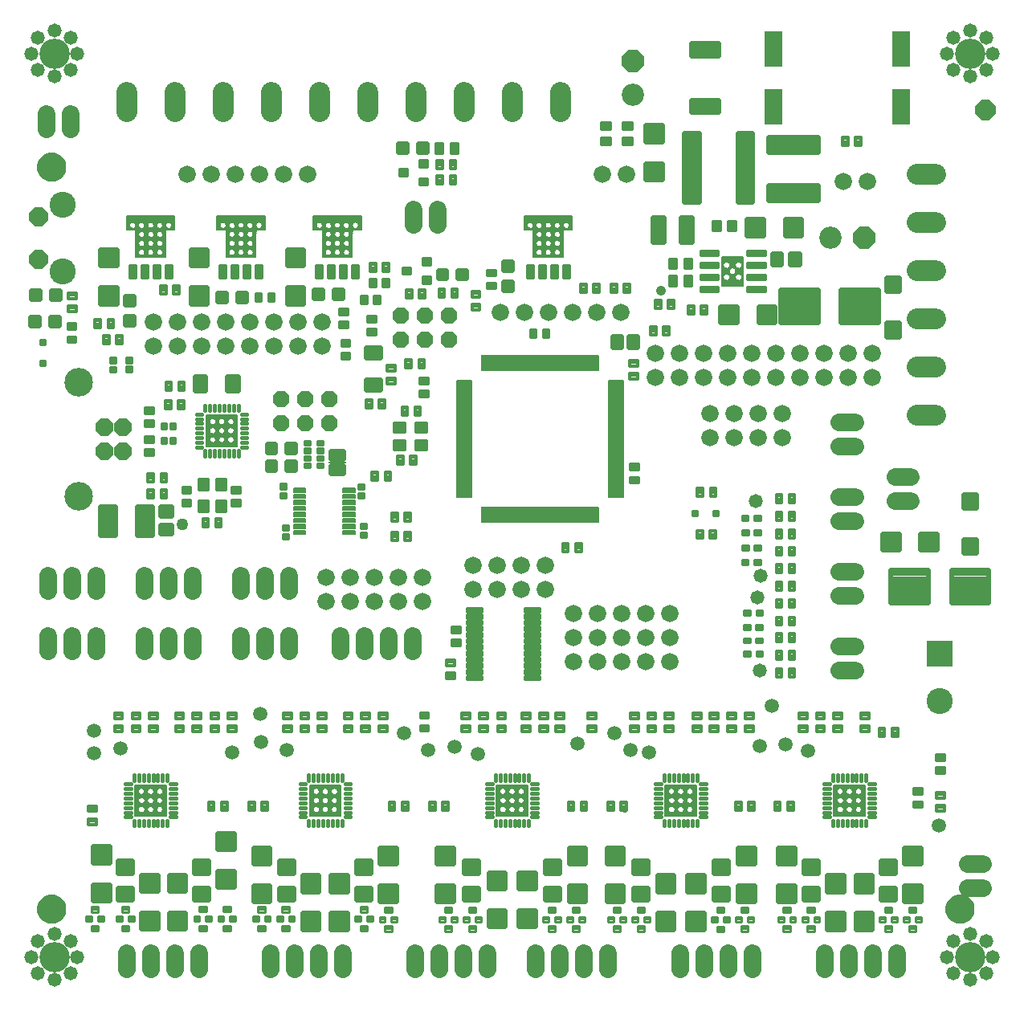
<source format=gts>
G75*
%MOIN*%
%OFA0B0*%
%FSLAX24Y24*%
%IPPOS*%
%LPD*%
%AMOC8*
5,1,8,0,0,1.08239X$1,22.5*
%
%ADD10C,0.0140*%
%ADD11R,0.0651X0.4901*%
%ADD12R,0.4900X0.0651*%
%ADD13R,0.0651X0.4900*%
%ADD14R,0.4900X0.0650*%
%ADD15OC8,0.0694*%
%ADD16C,0.0193*%
%ADD17C,0.0149*%
%ADD18C,0.0062*%
%ADD19OC8,0.0740*%
%ADD20C,0.1186*%
%ADD21C,0.0224*%
%ADD22C,0.0189*%
%ADD23R,0.0720X0.0060*%
%ADD24C,0.0050*%
%ADD25C,0.0150*%
%ADD26C,0.0096*%
%ADD27C,0.0173*%
%ADD28C,0.0221*%
%ADD29C,0.0720*%
%ADD30C,0.0227*%
%ADD31OC8,0.0780*%
%ADD32C,0.1080*%
%ADD33C,0.0124*%
%ADD34C,0.0205*%
%ADD35C,0.0870*%
%ADD36C,0.0085*%
%ADD37C,0.0720*%
%ADD38OC8,0.0920*%
%ADD39C,0.0920*%
%ADD40C,0.0596*%
%ADD41C,0.0580*%
%ADD42C,0.0117*%
%ADD43C,0.0207*%
%ADD44OC8,0.0840*%
%ADD45R,0.0780X0.1480*%
%ADD46C,0.0474*%
%ADD47C,0.0500*%
%ADD48C,0.0166*%
%ADD49C,0.0138*%
%ADD50C,0.0217*%
%ADD51C,0.0073*%
%ADD52R,0.0530X0.0170*%
%ADD53R,0.0460X0.0130*%
%ADD54C,0.1261*%
%ADD55C,0.0111*%
%ADD56R,0.1080X0.1080*%
%ADD57C,0.0105*%
%ADD58C,0.0221*%
%ADD59C,0.0228*%
%ADD60C,0.0218*%
%ADD61C,0.0119*%
%ADD62C,0.0226*%
%ADD63C,0.0496*%
%ADD64C,0.0417*%
D10*
X049675Y014268D02*
X049677Y014284D01*
X049682Y014299D01*
X049691Y014313D01*
X049703Y014324D01*
X049717Y014332D01*
X049733Y014337D01*
X049749Y014338D01*
X049765Y014335D01*
X049780Y014329D01*
X049793Y014319D01*
X049803Y014306D01*
X049811Y014292D01*
X049815Y014276D01*
X049815Y014260D01*
X049811Y014244D01*
X049803Y014230D01*
X049793Y014217D01*
X049780Y014207D01*
X049765Y014201D01*
X049749Y014198D01*
X049733Y014199D01*
X049717Y014204D01*
X049703Y014212D01*
X049691Y014223D01*
X049682Y014237D01*
X049677Y014252D01*
X049675Y014268D01*
D11*
X043080Y029644D03*
D12*
X046230Y026494D03*
D13*
X049379Y029643D03*
D14*
X046230Y032793D03*
D15*
X042445Y033768D03*
X041445Y033768D03*
X041445Y034768D03*
X042445Y034768D03*
X040445Y034768D03*
X040445Y033768D03*
X037495Y031318D03*
X037495Y030318D03*
X036495Y030318D03*
X036495Y031318D03*
X035495Y031318D03*
X035495Y030318D03*
D16*
X035262Y029423D02*
X035262Y029063D01*
X034902Y029063D01*
X034902Y029423D01*
X035262Y029423D01*
X035262Y029255D02*
X034902Y029255D01*
X035262Y028698D02*
X035262Y028338D01*
X034902Y028338D01*
X034902Y028698D01*
X035262Y028698D01*
X035262Y028530D02*
X034902Y028530D01*
X036088Y028698D02*
X036088Y028338D01*
X035728Y028338D01*
X035728Y028698D01*
X036088Y028698D01*
X036088Y028530D02*
X035728Y028530D01*
X036088Y029063D02*
X036088Y029423D01*
X036088Y029063D02*
X035728Y029063D01*
X035728Y029423D01*
X036088Y029423D01*
X036088Y029255D02*
X035728Y029255D01*
X037212Y035463D02*
X037212Y035823D01*
X037212Y035463D02*
X036852Y035463D01*
X036852Y035823D01*
X037212Y035823D01*
X037212Y035655D02*
X036852Y035655D01*
X038038Y035823D02*
X038038Y035463D01*
X037678Y035463D01*
X037678Y035823D01*
X038038Y035823D01*
X038038Y035655D02*
X037678Y035655D01*
X034038Y035698D02*
X034038Y035338D01*
X033678Y035338D01*
X033678Y035698D01*
X034038Y035698D01*
X034038Y035530D02*
X033678Y035530D01*
X033212Y035698D02*
X033212Y035338D01*
X032852Y035338D01*
X032852Y035698D01*
X033212Y035698D01*
X033212Y035530D02*
X032852Y035530D01*
X029375Y035205D02*
X029015Y035205D01*
X029015Y035565D01*
X029375Y035565D01*
X029375Y035205D01*
X029375Y035397D02*
X029015Y035397D01*
X029015Y034379D02*
X029375Y034379D01*
X029015Y034379D02*
X029015Y034739D01*
X029375Y034739D01*
X029375Y034379D01*
X029375Y034571D02*
X029015Y034571D01*
X026281Y034698D02*
X026281Y034338D01*
X025921Y034338D01*
X025921Y034698D01*
X026281Y034698D01*
X026281Y034530D02*
X025921Y034530D01*
X025455Y034698D02*
X025455Y034338D01*
X025095Y034338D01*
X025095Y034698D01*
X025455Y034698D01*
X025455Y034530D02*
X025095Y034530D01*
X025480Y035437D02*
X025480Y035797D01*
X025480Y035437D02*
X025120Y035437D01*
X025120Y035797D01*
X025480Y035797D01*
X025480Y035629D02*
X025120Y035629D01*
X026306Y035797D02*
X026306Y035437D01*
X025946Y035437D01*
X025946Y035797D01*
X026306Y035797D01*
X026306Y035629D02*
X025946Y035629D01*
X040712Y041538D02*
X040712Y041898D01*
X040712Y041538D02*
X040352Y041538D01*
X040352Y041898D01*
X040712Y041898D01*
X040712Y041730D02*
X040352Y041730D01*
X041538Y041898D02*
X041538Y041538D01*
X041178Y041538D01*
X041178Y041898D01*
X041538Y041898D01*
X041538Y041730D02*
X041178Y041730D01*
X042362Y036648D02*
X042362Y036288D01*
X042002Y036288D01*
X042002Y036648D01*
X042362Y036648D01*
X042362Y036480D02*
X042002Y036480D01*
X043188Y036648D02*
X043188Y036288D01*
X042828Y036288D01*
X042828Y036648D01*
X043188Y036648D01*
X043188Y036480D02*
X042828Y036480D01*
X044715Y036627D02*
X045075Y036627D01*
X044715Y036627D02*
X044715Y036987D01*
X045075Y036987D01*
X045075Y036627D01*
X045075Y036819D02*
X044715Y036819D01*
X044715Y035800D02*
X045075Y035800D01*
X044715Y035800D02*
X044715Y036160D01*
X045075Y036160D01*
X045075Y035800D01*
X045075Y035992D02*
X044715Y035992D01*
D17*
X044383Y035890D02*
X044383Y036112D01*
X044383Y035890D02*
X044057Y035890D01*
X044057Y036112D01*
X044383Y036112D01*
X044383Y036038D02*
X044057Y036038D01*
X044383Y036425D02*
X044383Y036647D01*
X044383Y036425D02*
X044057Y036425D01*
X044057Y036647D01*
X044383Y036647D01*
X044383Y036573D02*
X044057Y036573D01*
X043733Y035772D02*
X043733Y035550D01*
X043407Y035550D01*
X043407Y035772D01*
X043733Y035772D01*
X043733Y035698D02*
X043407Y035698D01*
X043733Y035237D02*
X043733Y035015D01*
X043407Y035015D01*
X043407Y035237D01*
X043733Y035237D01*
X043733Y035163D02*
X043407Y035163D01*
X042799Y035856D02*
X042577Y035856D01*
X042799Y035856D02*
X042799Y035530D01*
X042577Y035530D01*
X042577Y035856D01*
X042577Y035678D02*
X042799Y035678D01*
X042799Y035826D02*
X042577Y035826D01*
X042263Y035856D02*
X042041Y035856D01*
X042263Y035856D02*
X042263Y035530D01*
X042041Y035530D01*
X042041Y035856D01*
X042041Y035678D02*
X042263Y035678D01*
X042263Y035826D02*
X042041Y035826D01*
X041449Y035505D02*
X041227Y035505D01*
X041227Y035831D01*
X041449Y035831D01*
X041449Y035505D01*
X041449Y035653D02*
X041227Y035653D01*
X041227Y035801D02*
X041449Y035801D01*
X040913Y035505D02*
X040691Y035505D01*
X040691Y035831D01*
X040913Y035831D01*
X040913Y035505D01*
X040913Y035653D02*
X040691Y035653D01*
X040691Y035801D02*
X040913Y035801D01*
X039949Y036281D02*
X039727Y036281D01*
X039949Y036281D02*
X039949Y035955D01*
X039727Y035955D01*
X039727Y036281D01*
X039727Y036103D02*
X039949Y036103D01*
X039949Y036251D02*
X039727Y036251D01*
X039413Y036281D02*
X039191Y036281D01*
X039413Y036281D02*
X039413Y035955D01*
X039191Y035955D01*
X039191Y036281D01*
X039191Y036103D02*
X039413Y036103D01*
X039413Y036251D02*
X039191Y036251D01*
X039191Y036931D02*
X039413Y036931D01*
X039413Y036605D01*
X039191Y036605D01*
X039191Y036931D01*
X039191Y036753D02*
X039413Y036753D01*
X039413Y036901D02*
X039191Y036901D01*
X039727Y036931D02*
X039949Y036931D01*
X039949Y036605D01*
X039727Y036605D01*
X039727Y036931D01*
X039727Y036753D02*
X039949Y036753D01*
X039949Y036901D02*
X039727Y036901D01*
X039574Y035581D02*
X039352Y035581D01*
X039574Y035581D02*
X039574Y035255D01*
X039352Y035255D01*
X039352Y035581D01*
X039352Y035403D02*
X039574Y035403D01*
X039574Y035551D02*
X039352Y035551D01*
X039038Y035581D02*
X038816Y035581D01*
X039038Y035581D02*
X039038Y035255D01*
X038816Y035255D01*
X038816Y035581D01*
X038816Y035403D02*
X039038Y035403D01*
X039038Y035551D02*
X038816Y035551D01*
X038258Y035022D02*
X038258Y034800D01*
X037932Y034800D01*
X037932Y035022D01*
X038258Y035022D01*
X038258Y034948D02*
X037932Y034948D01*
X038258Y034487D02*
X038258Y034265D01*
X037932Y034265D01*
X037932Y034487D01*
X038258Y034487D01*
X038258Y034413D02*
X037932Y034413D01*
X038007Y033722D02*
X038007Y033500D01*
X038007Y033722D02*
X038333Y033722D01*
X038333Y033500D01*
X038007Y033500D01*
X038007Y033648D02*
X038333Y033648D01*
X038007Y033187D02*
X038007Y032965D01*
X038007Y033187D02*
X038333Y033187D01*
X038333Y032965D01*
X038007Y032965D01*
X038007Y033113D02*
X038333Y033113D01*
X039408Y033965D02*
X039408Y034187D01*
X039408Y033965D02*
X039082Y033965D01*
X039082Y034187D01*
X039408Y034187D01*
X039408Y034113D02*
X039082Y034113D01*
X039408Y034500D02*
X039408Y034722D01*
X039408Y034500D02*
X039082Y034500D01*
X039082Y034722D01*
X039408Y034722D01*
X039408Y034648D02*
X039082Y034648D01*
X039882Y032697D02*
X039882Y032475D01*
X039882Y032697D02*
X040208Y032697D01*
X040208Y032475D01*
X039882Y032475D01*
X039882Y032623D02*
X040208Y032623D01*
X040666Y032931D02*
X040888Y032931D01*
X040888Y032605D01*
X040666Y032605D01*
X040666Y032931D01*
X040666Y032753D02*
X040888Y032753D01*
X040888Y032901D02*
X040666Y032901D01*
X041202Y032931D02*
X041424Y032931D01*
X041424Y032605D01*
X041202Y032605D01*
X041202Y032931D01*
X041202Y032753D02*
X041424Y032753D01*
X041424Y032901D02*
X041202Y032901D01*
X041265Y032156D02*
X041265Y031934D01*
X041265Y032156D02*
X041591Y032156D01*
X041591Y031934D01*
X041265Y031934D01*
X041265Y032082D02*
X041591Y032082D01*
X041265Y031621D02*
X041265Y031399D01*
X041265Y031621D02*
X041591Y031621D01*
X041591Y031399D01*
X041265Y031399D01*
X041265Y031547D02*
X041591Y031547D01*
X041261Y030956D02*
X041039Y030956D01*
X041261Y030956D02*
X041261Y030630D01*
X041039Y030630D01*
X041039Y030956D01*
X041039Y030778D02*
X041261Y030778D01*
X041261Y030926D02*
X041039Y030926D01*
X040726Y030956D02*
X040504Y030956D01*
X040726Y030956D02*
X040726Y030630D01*
X040504Y030630D01*
X040504Y030956D01*
X040504Y030778D02*
X040726Y030778D01*
X040726Y030926D02*
X040504Y030926D01*
X039774Y031256D02*
X039552Y031256D01*
X039774Y031256D02*
X039774Y030930D01*
X039552Y030930D01*
X039552Y031256D01*
X039552Y031078D02*
X039774Y031078D01*
X039774Y031226D02*
X039552Y031226D01*
X039238Y031256D02*
X039016Y031256D01*
X039238Y031256D02*
X039238Y030930D01*
X039016Y030930D01*
X039016Y031256D01*
X039016Y031078D02*
X039238Y031078D01*
X039238Y031226D02*
X039016Y031226D01*
X039882Y031940D02*
X039882Y032162D01*
X040208Y032162D01*
X040208Y031940D01*
X039882Y031940D01*
X039882Y032088D02*
X040208Y032088D01*
X040329Y028605D02*
X040551Y028605D01*
X040329Y028605D02*
X040329Y028931D01*
X040551Y028931D01*
X040551Y028605D01*
X040551Y028753D02*
X040329Y028753D01*
X040329Y028901D02*
X040551Y028901D01*
X040864Y028605D02*
X041086Y028605D01*
X040864Y028605D02*
X040864Y028931D01*
X041086Y028931D01*
X041086Y028605D01*
X041086Y028753D02*
X040864Y028753D01*
X040864Y028901D02*
X041086Y028901D01*
X040024Y027930D02*
X039802Y027930D01*
X039802Y028256D01*
X040024Y028256D01*
X040024Y027930D01*
X040024Y028078D02*
X039802Y028078D01*
X039802Y028226D02*
X040024Y028226D01*
X039488Y027930D02*
X039266Y027930D01*
X039266Y028256D01*
X039488Y028256D01*
X039488Y027930D01*
X039488Y028078D02*
X039266Y028078D01*
X039266Y028226D02*
X039488Y028226D01*
X040091Y026570D02*
X040313Y026570D01*
X040313Y026244D01*
X040091Y026244D01*
X040091Y026570D01*
X040091Y026392D02*
X040313Y026392D01*
X040313Y026540D02*
X040091Y026540D01*
X040627Y026570D02*
X040849Y026570D01*
X040849Y026244D01*
X040627Y026244D01*
X040627Y026570D01*
X040627Y026392D02*
X040849Y026392D01*
X040849Y026540D02*
X040627Y026540D01*
X040627Y025766D02*
X040849Y025766D01*
X040849Y025440D01*
X040627Y025440D01*
X040627Y025766D01*
X040627Y025588D02*
X040849Y025588D01*
X040849Y025736D02*
X040627Y025736D01*
X040313Y025766D02*
X040091Y025766D01*
X040313Y025766D02*
X040313Y025440D01*
X040091Y025440D01*
X040091Y025766D01*
X040091Y025588D02*
X040313Y025588D01*
X040313Y025736D02*
X040091Y025736D01*
X042908Y021823D02*
X042908Y021601D01*
X042582Y021601D01*
X042582Y021823D01*
X042908Y021823D01*
X042908Y021749D02*
X042582Y021749D01*
X042908Y021288D02*
X042908Y021066D01*
X042582Y021066D01*
X042582Y021288D01*
X042908Y021288D01*
X042908Y021214D02*
X042582Y021214D01*
X042356Y020462D02*
X042356Y020240D01*
X042356Y020462D02*
X042682Y020462D01*
X042682Y020240D01*
X042356Y020240D01*
X042356Y020388D02*
X042682Y020388D01*
X042356Y019927D02*
X042356Y019705D01*
X042356Y019927D02*
X042682Y019927D01*
X042682Y019705D01*
X042356Y019705D01*
X042356Y019853D02*
X042682Y019853D01*
X043321Y018272D02*
X043321Y018050D01*
X042995Y018050D01*
X042995Y018272D01*
X043321Y018272D01*
X043321Y018198D02*
X042995Y018198D01*
X043321Y017737D02*
X043321Y017515D01*
X042995Y017515D01*
X042995Y017737D01*
X043321Y017737D01*
X043321Y017663D02*
X042995Y017663D01*
X044058Y017737D02*
X044058Y017515D01*
X043732Y017515D01*
X043732Y017737D01*
X044058Y017737D01*
X044058Y017663D02*
X043732Y017663D01*
X044058Y018050D02*
X044058Y018272D01*
X044058Y018050D02*
X043732Y018050D01*
X043732Y018272D01*
X044058Y018272D01*
X044058Y018198D02*
X043732Y018198D01*
X044470Y018272D02*
X044470Y018050D01*
X044470Y018272D02*
X044796Y018272D01*
X044796Y018050D01*
X044470Y018050D01*
X044470Y018198D02*
X044796Y018198D01*
X044470Y017737D02*
X044470Y017515D01*
X044470Y017737D02*
X044796Y017737D01*
X044796Y017515D01*
X044470Y017515D01*
X044470Y017663D02*
X044796Y017663D01*
X045495Y017737D02*
X045495Y017515D01*
X045495Y017737D02*
X045821Y017737D01*
X045821Y017515D01*
X045495Y017515D01*
X045495Y017663D02*
X045821Y017663D01*
X045495Y018050D02*
X045495Y018272D01*
X045821Y018272D01*
X045821Y018050D01*
X045495Y018050D01*
X045495Y018198D02*
X045821Y018198D01*
X046546Y018272D02*
X046546Y018050D01*
X046220Y018050D01*
X046220Y018272D01*
X046546Y018272D01*
X046546Y018198D02*
X046220Y018198D01*
X046546Y017737D02*
X046546Y017515D01*
X046220Y017515D01*
X046220Y017737D01*
X046546Y017737D01*
X046546Y017663D02*
X046220Y017663D01*
X047208Y017737D02*
X047208Y017515D01*
X046882Y017515D01*
X046882Y017737D01*
X047208Y017737D01*
X047208Y017663D02*
X046882Y017663D01*
X047208Y018050D02*
X047208Y018272D01*
X047208Y018050D02*
X046882Y018050D01*
X046882Y018272D01*
X047208Y018272D01*
X047208Y018198D02*
X046882Y018198D01*
X048222Y018272D02*
X048222Y018050D01*
X048222Y018272D02*
X048548Y018272D01*
X048548Y018050D01*
X048222Y018050D01*
X048222Y018198D02*
X048548Y018198D01*
X048222Y017737D02*
X048222Y017515D01*
X048222Y017737D02*
X048548Y017737D01*
X048548Y017515D01*
X048222Y017515D01*
X048222Y017663D02*
X048548Y017663D01*
X050307Y017737D02*
X050307Y017515D01*
X049981Y017515D01*
X049981Y017737D01*
X050307Y017737D01*
X050307Y017663D02*
X049981Y017663D01*
X050307Y018050D02*
X050307Y018272D01*
X050307Y018050D02*
X049981Y018050D01*
X049981Y018272D01*
X050307Y018272D01*
X050307Y018198D02*
X049981Y018198D01*
X051033Y018272D02*
X051033Y018050D01*
X050707Y018050D01*
X050707Y018272D01*
X051033Y018272D01*
X051033Y018198D02*
X050707Y018198D01*
X051033Y017737D02*
X051033Y017515D01*
X050707Y017515D01*
X050707Y017737D01*
X051033Y017737D01*
X051033Y017663D02*
X050707Y017663D01*
X051432Y017737D02*
X051432Y017515D01*
X051432Y017737D02*
X051758Y017737D01*
X051758Y017515D01*
X051432Y017515D01*
X051432Y017663D02*
X051758Y017663D01*
X051432Y018050D02*
X051432Y018272D01*
X051758Y018272D01*
X051758Y018050D01*
X051432Y018050D01*
X051432Y018198D02*
X051758Y018198D01*
X052578Y018272D02*
X052578Y018050D01*
X052578Y018272D02*
X052904Y018272D01*
X052904Y018050D01*
X052578Y018050D01*
X052578Y018198D02*
X052904Y018198D01*
X053297Y018272D02*
X053297Y018050D01*
X053297Y018272D02*
X053623Y018272D01*
X053623Y018050D01*
X053297Y018050D01*
X053297Y018198D02*
X053623Y018198D01*
X054356Y018272D02*
X054356Y018050D01*
X054030Y018050D01*
X054030Y018272D01*
X054356Y018272D01*
X054356Y018198D02*
X054030Y018198D01*
X054356Y017737D02*
X054356Y017515D01*
X054030Y017515D01*
X054030Y017737D01*
X054356Y017737D01*
X054356Y017663D02*
X054030Y017663D01*
X053297Y017737D02*
X053297Y017515D01*
X053297Y017737D02*
X053623Y017737D01*
X053623Y017515D01*
X053297Y017515D01*
X053297Y017663D02*
X053623Y017663D01*
X052578Y017737D02*
X052578Y017515D01*
X052578Y017737D02*
X052904Y017737D01*
X052904Y017515D01*
X052578Y017515D01*
X052578Y017663D02*
X052904Y017663D01*
X054756Y017737D02*
X054756Y017515D01*
X054756Y017737D02*
X055082Y017737D01*
X055082Y017515D01*
X054756Y017515D01*
X054756Y017663D02*
X055082Y017663D01*
X054756Y018050D02*
X054756Y018272D01*
X055082Y018272D01*
X055082Y018050D01*
X054756Y018050D01*
X054756Y018198D02*
X055082Y018198D01*
X056041Y019780D02*
X056263Y019780D01*
X056041Y019780D02*
X056041Y020106D01*
X056263Y020106D01*
X056263Y019780D01*
X056263Y019928D02*
X056041Y019928D01*
X056041Y020076D02*
X056263Y020076D01*
X056577Y019780D02*
X056799Y019780D01*
X056577Y019780D02*
X056577Y020106D01*
X056799Y020106D01*
X056799Y019780D01*
X056799Y019928D02*
X056577Y019928D01*
X056577Y020076D02*
X056799Y020076D01*
X056799Y020505D02*
X056577Y020505D01*
X056577Y020831D01*
X056799Y020831D01*
X056799Y020505D01*
X056799Y020653D02*
X056577Y020653D01*
X056577Y020801D02*
X056799Y020801D01*
X056799Y021230D02*
X056577Y021230D01*
X056577Y021556D01*
X056799Y021556D01*
X056799Y021230D01*
X056799Y021378D02*
X056577Y021378D01*
X056577Y021526D02*
X056799Y021526D01*
X056799Y022251D02*
X056577Y022251D01*
X056799Y022251D02*
X056799Y021925D01*
X056577Y021925D01*
X056577Y022251D01*
X056577Y022073D02*
X056799Y022073D01*
X056799Y022221D02*
X056577Y022221D01*
X056263Y022251D02*
X056041Y022251D01*
X056263Y022251D02*
X056263Y021925D01*
X056041Y021925D01*
X056041Y022251D01*
X056041Y022073D02*
X056263Y022073D01*
X056263Y022221D02*
X056041Y022221D01*
X056041Y022660D02*
X056263Y022660D01*
X056041Y022660D02*
X056041Y022986D01*
X056263Y022986D01*
X056263Y022660D01*
X056263Y022808D02*
X056041Y022808D01*
X056041Y022956D02*
X056263Y022956D01*
X056577Y022660D02*
X056799Y022660D01*
X056577Y022660D02*
X056577Y022986D01*
X056799Y022986D01*
X056799Y022660D01*
X056799Y022808D02*
X056577Y022808D01*
X056577Y022956D02*
X056799Y022956D01*
X056799Y023385D02*
X056577Y023385D01*
X056577Y023711D01*
X056799Y023711D01*
X056799Y023385D01*
X056799Y023533D02*
X056577Y023533D01*
X056577Y023681D02*
X056799Y023681D01*
X056799Y024105D02*
X056577Y024105D01*
X056577Y024431D01*
X056799Y024431D01*
X056799Y024105D01*
X056799Y024253D02*
X056577Y024253D01*
X056577Y024401D02*
X056799Y024401D01*
X056799Y025151D02*
X056577Y025151D01*
X056799Y025151D02*
X056799Y024825D01*
X056577Y024825D01*
X056577Y025151D01*
X056577Y024973D02*
X056799Y024973D01*
X056799Y025121D02*
X056577Y025121D01*
X056263Y025151D02*
X056041Y025151D01*
X056263Y025151D02*
X056263Y024825D01*
X056041Y024825D01*
X056041Y025151D01*
X056041Y024973D02*
X056263Y024973D01*
X056263Y025121D02*
X056041Y025121D01*
X056041Y025876D02*
X056263Y025876D01*
X056263Y025550D01*
X056041Y025550D01*
X056041Y025876D01*
X056041Y025698D02*
X056263Y025698D01*
X056263Y025846D02*
X056041Y025846D01*
X056041Y026285D02*
X056263Y026285D01*
X056041Y026285D02*
X056041Y026611D01*
X056263Y026611D01*
X056263Y026285D01*
X056263Y026433D02*
X056041Y026433D01*
X056041Y026581D02*
X056263Y026581D01*
X056577Y026285D02*
X056799Y026285D01*
X056577Y026285D02*
X056577Y026611D01*
X056799Y026611D01*
X056799Y026285D01*
X056799Y026433D02*
X056577Y026433D01*
X056577Y026581D02*
X056799Y026581D01*
X056799Y027005D02*
X056577Y027005D01*
X056577Y027331D01*
X056799Y027331D01*
X056799Y027005D01*
X056799Y027153D02*
X056577Y027153D01*
X056577Y027301D02*
X056799Y027301D01*
X056263Y027005D02*
X056041Y027005D01*
X056041Y027331D01*
X056263Y027331D01*
X056263Y027005D01*
X056263Y027153D02*
X056041Y027153D01*
X056041Y027301D02*
X056263Y027301D01*
X056577Y025876D02*
X056799Y025876D01*
X056799Y025550D01*
X056577Y025550D01*
X056577Y025876D01*
X056577Y025698D02*
X056799Y025698D01*
X056799Y025846D02*
X056577Y025846D01*
X056263Y024105D02*
X056041Y024105D01*
X056041Y024431D01*
X056263Y024431D01*
X056263Y024105D01*
X056263Y024253D02*
X056041Y024253D01*
X056041Y024401D02*
X056263Y024401D01*
X056263Y023385D02*
X056041Y023385D01*
X056041Y023711D01*
X056263Y023711D01*
X056263Y023385D01*
X056263Y023533D02*
X056041Y023533D01*
X056041Y023681D02*
X056263Y023681D01*
X056263Y021230D02*
X056041Y021230D01*
X056041Y021556D01*
X056263Y021556D01*
X056263Y021230D01*
X056263Y021378D02*
X056041Y021378D01*
X056041Y021526D02*
X056263Y021526D01*
X056263Y020505D02*
X056041Y020505D01*
X056041Y020831D01*
X056263Y020831D01*
X056263Y020505D01*
X056263Y020653D02*
X056041Y020653D01*
X056041Y020801D02*
X056263Y020801D01*
X057307Y018272D02*
X057307Y018050D01*
X056981Y018050D01*
X056981Y018272D01*
X057307Y018272D01*
X057307Y018198D02*
X056981Y018198D01*
X057307Y017737D02*
X057307Y017515D01*
X056981Y017515D01*
X056981Y017737D01*
X057307Y017737D01*
X057307Y017663D02*
X056981Y017663D01*
X058033Y017737D02*
X058033Y017515D01*
X057707Y017515D01*
X057707Y017737D01*
X058033Y017737D01*
X058033Y017663D02*
X057707Y017663D01*
X058033Y018050D02*
X058033Y018272D01*
X058033Y018050D02*
X057707Y018050D01*
X057707Y018272D01*
X058033Y018272D01*
X058033Y018198D02*
X057707Y018198D01*
X058432Y018272D02*
X058432Y018050D01*
X058432Y018272D02*
X058758Y018272D01*
X058758Y018050D01*
X058432Y018050D01*
X058432Y018198D02*
X058758Y018198D01*
X058432Y017737D02*
X058432Y017515D01*
X058432Y017737D02*
X058758Y017737D01*
X058758Y017515D01*
X058432Y017515D01*
X058432Y017663D02*
X058758Y017663D01*
X059557Y017737D02*
X059557Y017515D01*
X059557Y017737D02*
X059883Y017737D01*
X059883Y017515D01*
X059557Y017515D01*
X059557Y017663D02*
X059883Y017663D01*
X059557Y018050D02*
X059557Y018272D01*
X059883Y018272D01*
X059883Y018050D01*
X059557Y018050D01*
X059557Y018198D02*
X059883Y018198D01*
X060311Y017631D02*
X060533Y017631D01*
X060533Y017305D01*
X060311Y017305D01*
X060311Y017631D01*
X060311Y017453D02*
X060533Y017453D01*
X060533Y017601D02*
X060311Y017601D01*
X060847Y017631D02*
X061069Y017631D01*
X061069Y017305D01*
X060847Y017305D01*
X060847Y017631D01*
X060847Y017453D02*
X061069Y017453D01*
X061069Y017601D02*
X060847Y017601D01*
X063021Y016522D02*
X063021Y016300D01*
X062695Y016300D01*
X062695Y016522D01*
X063021Y016522D01*
X063021Y016448D02*
X062695Y016448D01*
X063021Y015987D02*
X063021Y015765D01*
X062695Y015765D01*
X062695Y015987D01*
X063021Y015987D01*
X063021Y015913D02*
X062695Y015913D01*
X062093Y015120D02*
X062093Y014898D01*
X061767Y014898D01*
X061767Y015120D01*
X062093Y015120D01*
X062093Y015046D02*
X061767Y015046D01*
X062093Y014585D02*
X062093Y014363D01*
X061767Y014363D01*
X061767Y014585D01*
X062093Y014585D01*
X062093Y014511D02*
X061767Y014511D01*
X062682Y014437D02*
X062682Y014215D01*
X062682Y014437D02*
X063008Y014437D01*
X063008Y014215D01*
X062682Y014215D01*
X062682Y014363D02*
X063008Y014363D01*
X062682Y014750D02*
X062682Y014972D01*
X063008Y014972D01*
X063008Y014750D01*
X062682Y014750D01*
X062682Y014898D02*
X063008Y014898D01*
X056736Y014556D02*
X056514Y014556D01*
X056736Y014556D02*
X056736Y014230D01*
X056514Y014230D01*
X056514Y014556D01*
X056514Y014378D02*
X056736Y014378D01*
X056736Y014526D02*
X056514Y014526D01*
X056201Y014556D02*
X055979Y014556D01*
X056201Y014556D02*
X056201Y014230D01*
X055979Y014230D01*
X055979Y014556D01*
X055979Y014378D02*
X056201Y014378D01*
X056201Y014526D02*
X055979Y014526D01*
X055111Y014230D02*
X054889Y014230D01*
X054889Y014556D01*
X055111Y014556D01*
X055111Y014230D01*
X055111Y014378D02*
X054889Y014378D01*
X054889Y014526D02*
X055111Y014526D01*
X054576Y014230D02*
X054354Y014230D01*
X054354Y014556D01*
X054576Y014556D01*
X054576Y014230D01*
X054576Y014378D02*
X054354Y014378D01*
X054354Y014526D02*
X054576Y014526D01*
X049811Y014556D02*
X049589Y014556D01*
X049811Y014556D02*
X049811Y014230D01*
X049589Y014230D01*
X049589Y014556D01*
X049589Y014378D02*
X049811Y014378D01*
X049811Y014526D02*
X049589Y014526D01*
X049276Y014556D02*
X049054Y014556D01*
X049276Y014556D02*
X049276Y014230D01*
X049054Y014230D01*
X049054Y014556D01*
X049054Y014378D02*
X049276Y014378D01*
X049276Y014526D02*
X049054Y014526D01*
X048161Y014230D02*
X047939Y014230D01*
X047939Y014556D01*
X048161Y014556D01*
X048161Y014230D01*
X048161Y014378D02*
X047939Y014378D01*
X047939Y014526D02*
X048161Y014526D01*
X047626Y014230D02*
X047404Y014230D01*
X047404Y014556D01*
X047626Y014556D01*
X047626Y014230D01*
X047626Y014378D02*
X047404Y014378D01*
X047404Y014526D02*
X047626Y014526D01*
X042411Y014556D02*
X042189Y014556D01*
X042411Y014556D02*
X042411Y014230D01*
X042189Y014230D01*
X042189Y014556D01*
X042189Y014378D02*
X042411Y014378D01*
X042411Y014526D02*
X042189Y014526D01*
X041876Y014556D02*
X041654Y014556D01*
X041876Y014556D02*
X041876Y014230D01*
X041654Y014230D01*
X041654Y014556D01*
X041654Y014378D02*
X041876Y014378D01*
X041876Y014526D02*
X041654Y014526D01*
X040736Y014230D02*
X040514Y014230D01*
X040514Y014556D01*
X040736Y014556D01*
X040736Y014230D01*
X040736Y014378D02*
X040514Y014378D01*
X040514Y014526D02*
X040736Y014526D01*
X040201Y014230D02*
X039979Y014230D01*
X039979Y014556D01*
X040201Y014556D01*
X040201Y014230D01*
X040201Y014378D02*
X039979Y014378D01*
X039979Y014526D02*
X040201Y014526D01*
X039871Y017515D02*
X039871Y017737D01*
X039871Y017515D02*
X039545Y017515D01*
X039545Y017737D01*
X039871Y017737D01*
X039871Y017663D02*
X039545Y017663D01*
X039871Y018050D02*
X039871Y018272D01*
X039871Y018050D02*
X039545Y018050D01*
X039545Y018272D01*
X039871Y018272D01*
X039871Y018198D02*
X039545Y018198D01*
X038832Y018272D02*
X038832Y018050D01*
X038832Y018272D02*
X039158Y018272D01*
X039158Y018050D01*
X038832Y018050D01*
X038832Y018198D02*
X039158Y018198D01*
X038832Y017737D02*
X038832Y017515D01*
X038832Y017737D02*
X039158Y017737D01*
X039158Y017515D01*
X038832Y017515D01*
X038832Y017663D02*
X039158Y017663D01*
X038107Y017737D02*
X038107Y017515D01*
X038107Y017737D02*
X038433Y017737D01*
X038433Y017515D01*
X038107Y017515D01*
X038107Y017663D02*
X038433Y017663D01*
X038107Y018050D02*
X038107Y018272D01*
X038433Y018272D01*
X038433Y018050D01*
X038107Y018050D01*
X038107Y018198D02*
X038433Y018198D01*
X037032Y018272D02*
X037032Y018050D01*
X037032Y018272D02*
X037358Y018272D01*
X037358Y018050D01*
X037032Y018050D01*
X037032Y018198D02*
X037358Y018198D01*
X037032Y017737D02*
X037032Y017515D01*
X037032Y017737D02*
X037358Y017737D01*
X037358Y017515D01*
X037032Y017515D01*
X037032Y017663D02*
X037358Y017663D01*
X036633Y017737D02*
X036633Y017515D01*
X036307Y017515D01*
X036307Y017737D01*
X036633Y017737D01*
X036633Y017663D02*
X036307Y017663D01*
X036633Y018050D02*
X036633Y018272D01*
X036633Y018050D02*
X036307Y018050D01*
X036307Y018272D01*
X036633Y018272D01*
X036633Y018198D02*
X036307Y018198D01*
X035904Y018272D02*
X035904Y018050D01*
X035578Y018050D01*
X035578Y018272D01*
X035904Y018272D01*
X035904Y018198D02*
X035578Y018198D01*
X035904Y017737D02*
X035904Y017515D01*
X035578Y017515D01*
X035578Y017737D01*
X035904Y017737D01*
X035904Y017663D02*
X035578Y017663D01*
X033296Y017737D02*
X033296Y017515D01*
X033296Y017737D02*
X033622Y017737D01*
X033622Y017515D01*
X033296Y017515D01*
X033296Y017663D02*
X033622Y017663D01*
X033296Y018050D02*
X033296Y018272D01*
X033622Y018272D01*
X033622Y018050D01*
X033296Y018050D01*
X033296Y018198D02*
X033622Y018198D01*
X032896Y018272D02*
X032896Y018050D01*
X032570Y018050D01*
X032570Y018272D01*
X032896Y018272D01*
X032896Y018198D02*
X032570Y018198D01*
X031832Y018272D02*
X031832Y018050D01*
X031832Y018272D02*
X032158Y018272D01*
X032158Y018050D01*
X031832Y018050D01*
X031832Y018198D02*
X032158Y018198D01*
X031832Y017737D02*
X031832Y017515D01*
X031832Y017737D02*
X032158Y017737D01*
X032158Y017515D01*
X031832Y017515D01*
X031832Y017663D02*
X032158Y017663D01*
X032896Y017737D02*
X032896Y017515D01*
X032570Y017515D01*
X032570Y017737D01*
X032896Y017737D01*
X032896Y017663D02*
X032570Y017663D01*
X031107Y017737D02*
X031107Y017515D01*
X031107Y017737D02*
X031433Y017737D01*
X031433Y017515D01*
X031107Y017515D01*
X031107Y017663D02*
X031433Y017663D01*
X031107Y018050D02*
X031107Y018272D01*
X031433Y018272D01*
X031433Y018050D01*
X031107Y018050D01*
X031107Y018198D02*
X031433Y018198D01*
X030032Y018272D02*
X030032Y018050D01*
X030032Y018272D02*
X030358Y018272D01*
X030358Y018050D01*
X030032Y018050D01*
X030032Y018198D02*
X030358Y018198D01*
X030032Y017737D02*
X030032Y017515D01*
X030032Y017737D02*
X030358Y017737D01*
X030358Y017515D01*
X030032Y017515D01*
X030032Y017663D02*
X030358Y017663D01*
X029633Y017737D02*
X029633Y017515D01*
X029307Y017515D01*
X029307Y017737D01*
X029633Y017737D01*
X029633Y017663D02*
X029307Y017663D01*
X029633Y018050D02*
X029633Y018272D01*
X029633Y018050D02*
X029307Y018050D01*
X029307Y018272D01*
X029633Y018272D01*
X029633Y018198D02*
X029307Y018198D01*
X028894Y018272D02*
X028894Y018050D01*
X028568Y018050D01*
X028568Y018272D01*
X028894Y018272D01*
X028894Y018198D02*
X028568Y018198D01*
X028894Y017737D02*
X028894Y017515D01*
X028568Y017515D01*
X028568Y017737D01*
X028894Y017737D01*
X028894Y017663D02*
X028568Y017663D01*
X027487Y014410D02*
X027487Y014188D01*
X027487Y014410D02*
X027813Y014410D01*
X027813Y014188D01*
X027487Y014188D01*
X027487Y014336D02*
X027813Y014336D01*
X027487Y013874D02*
X027487Y013652D01*
X027487Y013874D02*
X027813Y013874D01*
X027813Y013652D01*
X027487Y013652D01*
X027487Y013800D02*
X027813Y013800D01*
X032479Y014230D02*
X032701Y014230D01*
X032479Y014230D02*
X032479Y014556D01*
X032701Y014556D01*
X032701Y014230D01*
X032701Y014378D02*
X032479Y014378D01*
X032479Y014526D02*
X032701Y014526D01*
X033014Y014230D02*
X033236Y014230D01*
X033014Y014230D02*
X033014Y014556D01*
X033236Y014556D01*
X033236Y014230D01*
X033236Y014378D02*
X033014Y014378D01*
X033014Y014526D02*
X033236Y014526D01*
X034154Y014556D02*
X034376Y014556D01*
X034376Y014230D01*
X034154Y014230D01*
X034154Y014556D01*
X034154Y014378D02*
X034376Y014378D01*
X034376Y014526D02*
X034154Y014526D01*
X034689Y014556D02*
X034911Y014556D01*
X034911Y014230D01*
X034689Y014230D01*
X034689Y014556D01*
X034689Y014378D02*
X034911Y014378D01*
X034911Y014526D02*
X034689Y014526D01*
X041270Y017521D02*
X041270Y017743D01*
X041596Y017743D01*
X041596Y017521D01*
X041270Y017521D01*
X041270Y017669D02*
X041596Y017669D01*
X041270Y018057D02*
X041270Y018279D01*
X041596Y018279D01*
X041596Y018057D01*
X041270Y018057D01*
X041270Y018205D02*
X041596Y018205D01*
X047179Y024979D02*
X047401Y024979D01*
X047179Y024979D02*
X047179Y025305D01*
X047401Y025305D01*
X047401Y024979D01*
X047401Y025127D02*
X047179Y025127D01*
X047179Y025275D02*
X047401Y025275D01*
X047715Y024979D02*
X047937Y024979D01*
X047715Y024979D02*
X047715Y025305D01*
X047937Y025305D01*
X047937Y024979D01*
X047937Y025127D02*
X047715Y025127D01*
X047715Y025275D02*
X047937Y025275D01*
X050324Y027831D02*
X050324Y028053D01*
X050324Y027831D02*
X049998Y027831D01*
X049998Y028053D01*
X050324Y028053D01*
X050324Y027979D02*
X049998Y027979D01*
X050324Y028366D02*
X050324Y028588D01*
X050324Y028366D02*
X049998Y028366D01*
X049998Y028588D01*
X050324Y028588D01*
X050324Y028514D02*
X049998Y028514D01*
X052766Y027280D02*
X052988Y027280D01*
X052766Y027280D02*
X052766Y027606D01*
X052988Y027606D01*
X052988Y027280D01*
X052988Y027428D02*
X052766Y027428D01*
X052766Y027576D02*
X052988Y027576D01*
X053302Y027280D02*
X053524Y027280D01*
X053302Y027280D02*
X053302Y027606D01*
X053524Y027606D01*
X053524Y027280D01*
X053524Y027428D02*
X053302Y027428D01*
X053302Y027576D02*
X053524Y027576D01*
X053513Y025527D02*
X053291Y025527D01*
X053291Y025853D01*
X053513Y025853D01*
X053513Y025527D01*
X053513Y025675D02*
X053291Y025675D01*
X053291Y025823D02*
X053513Y025823D01*
X052977Y025527D02*
X052755Y025527D01*
X052755Y025853D01*
X052977Y025853D01*
X052977Y025527D01*
X052977Y025675D02*
X052755Y025675D01*
X052755Y025823D02*
X052977Y025823D01*
X049957Y032150D02*
X049957Y032372D01*
X050283Y032372D01*
X050283Y032150D01*
X049957Y032150D01*
X049957Y032298D02*
X050283Y032298D01*
X049957Y032686D02*
X049957Y032908D01*
X050283Y032908D01*
X050283Y032686D01*
X049957Y032686D01*
X049957Y032834D02*
X050283Y032834D01*
X050831Y033986D02*
X051053Y033986D01*
X050831Y033986D02*
X050831Y034312D01*
X051053Y034312D01*
X051053Y033986D01*
X051053Y034134D02*
X050831Y034134D01*
X050831Y034282D02*
X051053Y034282D01*
X051366Y033986D02*
X051588Y033986D01*
X051366Y033986D02*
X051366Y034312D01*
X051588Y034312D01*
X051588Y033986D01*
X051588Y034134D02*
X051366Y034134D01*
X051366Y034282D02*
X051588Y034282D01*
X051552Y035406D02*
X051774Y035406D01*
X051774Y035080D01*
X051552Y035080D01*
X051552Y035406D01*
X051552Y035228D02*
X051774Y035228D01*
X051774Y035376D02*
X051552Y035376D01*
X051238Y035406D02*
X051016Y035406D01*
X051238Y035406D02*
X051238Y035080D01*
X051016Y035080D01*
X051016Y035406D01*
X051016Y035228D02*
X051238Y035228D01*
X051238Y035376D02*
X051016Y035376D01*
X049949Y035730D02*
X049727Y035730D01*
X049727Y036056D01*
X049949Y036056D01*
X049949Y035730D01*
X049949Y035878D02*
X049727Y035878D01*
X049727Y036026D02*
X049949Y036026D01*
X049413Y035730D02*
X049191Y035730D01*
X049191Y036056D01*
X049413Y036056D01*
X049413Y035730D01*
X049413Y035878D02*
X049191Y035878D01*
X049191Y036026D02*
X049413Y036026D01*
X048674Y036056D02*
X048452Y036056D01*
X048674Y036056D02*
X048674Y035730D01*
X048452Y035730D01*
X048452Y036056D01*
X048452Y035878D02*
X048674Y035878D01*
X048674Y036026D02*
X048452Y036026D01*
X048138Y036056D02*
X047916Y036056D01*
X048138Y036056D02*
X048138Y035730D01*
X047916Y035730D01*
X047916Y036056D01*
X047916Y035878D02*
X048138Y035878D01*
X048138Y036026D02*
X047916Y036026D01*
X046599Y034181D02*
X046377Y034181D01*
X046599Y034181D02*
X046599Y033855D01*
X046377Y033855D01*
X046377Y034181D01*
X046377Y034003D02*
X046599Y034003D01*
X046599Y034151D02*
X046377Y034151D01*
X046063Y034181D02*
X045841Y034181D01*
X046063Y034181D02*
X046063Y033855D01*
X045841Y033855D01*
X045841Y034181D01*
X045841Y034003D02*
X046063Y034003D01*
X046063Y034151D02*
X045841Y034151D01*
X042724Y040556D02*
X042502Y040556D01*
X042724Y040556D02*
X042724Y040230D01*
X042502Y040230D01*
X042502Y040556D01*
X042502Y040378D02*
X042724Y040378D01*
X042724Y040526D02*
X042502Y040526D01*
X042188Y040556D02*
X041966Y040556D01*
X042188Y040556D02*
X042188Y040230D01*
X041966Y040230D01*
X041966Y040556D01*
X041966Y040378D02*
X042188Y040378D01*
X042188Y040526D02*
X041966Y040526D01*
X041966Y040880D02*
X042188Y040880D01*
X041966Y040880D02*
X041966Y041206D01*
X042188Y041206D01*
X042188Y040880D01*
X042188Y041028D02*
X041966Y041028D01*
X041966Y041176D02*
X042188Y041176D01*
X042502Y040880D02*
X042724Y040880D01*
X042502Y040880D02*
X042502Y041206D01*
X042724Y041206D01*
X042724Y040880D01*
X042724Y041028D02*
X042502Y041028D01*
X042502Y041176D02*
X042724Y041176D01*
X035199Y035355D02*
X034977Y035355D01*
X034977Y035681D01*
X035199Y035681D01*
X035199Y035355D01*
X035199Y035503D02*
X034977Y035503D01*
X034977Y035651D02*
X035199Y035651D01*
X034663Y035355D02*
X034441Y035355D01*
X034441Y035681D01*
X034663Y035681D01*
X034663Y035355D01*
X034663Y035503D02*
X034441Y035503D01*
X034441Y035651D02*
X034663Y035651D01*
X031249Y036006D02*
X031027Y036006D01*
X031249Y036006D02*
X031249Y035680D01*
X031027Y035680D01*
X031027Y036006D01*
X031027Y035828D02*
X031249Y035828D01*
X031249Y035976D02*
X031027Y035976D01*
X030713Y036006D02*
X030491Y036006D01*
X030713Y036006D02*
X030713Y035680D01*
X030491Y035680D01*
X030491Y036006D01*
X030491Y035828D02*
X030713Y035828D01*
X030713Y035976D02*
X030491Y035976D01*
X028874Y033605D02*
X028652Y033605D01*
X028652Y033931D01*
X028874Y033931D01*
X028874Y033605D01*
X028874Y033753D02*
X028652Y033753D01*
X028652Y033901D02*
X028874Y033901D01*
X028338Y033605D02*
X028116Y033605D01*
X028116Y033931D01*
X028338Y033931D01*
X028338Y033605D01*
X028338Y033753D02*
X028116Y033753D01*
X028116Y033901D02*
X028338Y033901D01*
X028302Y034594D02*
X028524Y034594D01*
X028524Y034268D01*
X028302Y034268D01*
X028302Y034594D01*
X028302Y034416D02*
X028524Y034416D01*
X028524Y034564D02*
X028302Y034564D01*
X027988Y034594D02*
X027766Y034594D01*
X027988Y034594D02*
X027988Y034268D01*
X027766Y034268D01*
X027766Y034594D01*
X027766Y034416D02*
X027988Y034416D01*
X027988Y034564D02*
X027766Y034564D01*
X026964Y034421D02*
X026964Y034199D01*
X026638Y034199D01*
X026638Y034421D01*
X026964Y034421D01*
X026964Y034347D02*
X026638Y034347D01*
X026964Y033886D02*
X026964Y033664D01*
X026638Y033664D01*
X026638Y033886D01*
X026964Y033886D01*
X026964Y033812D02*
X026638Y033812D01*
X026983Y034940D02*
X026983Y035162D01*
X026983Y034940D02*
X026657Y034940D01*
X026657Y035162D01*
X026983Y035162D01*
X026983Y035088D02*
X026657Y035088D01*
X026983Y035475D02*
X026983Y035697D01*
X026983Y035475D02*
X026657Y035475D01*
X026657Y035697D01*
X026983Y035697D01*
X026983Y035623D02*
X026657Y035623D01*
X029857Y030922D02*
X029857Y030700D01*
X029857Y030922D02*
X030183Y030922D01*
X030183Y030700D01*
X029857Y030700D01*
X029857Y030848D02*
X030183Y030848D01*
X029857Y030387D02*
X029857Y030165D01*
X029857Y030387D02*
X030183Y030387D01*
X030183Y030165D01*
X029857Y030165D01*
X029857Y030313D02*
X030183Y030313D01*
X030183Y029722D02*
X030183Y029500D01*
X029857Y029500D01*
X029857Y029722D01*
X030183Y029722D01*
X030183Y029648D02*
X029857Y029648D01*
X030183Y029187D02*
X030183Y028965D01*
X029857Y028965D01*
X029857Y029187D01*
X030183Y029187D01*
X030183Y029113D02*
X029857Y029113D01*
X029966Y028206D02*
X030188Y028206D01*
X030188Y027880D01*
X029966Y027880D01*
X029966Y028206D01*
X029966Y028028D02*
X030188Y028028D01*
X030188Y028176D02*
X029966Y028176D01*
X030502Y028206D02*
X030724Y028206D01*
X030724Y027880D01*
X030502Y027880D01*
X030502Y028206D01*
X030502Y028028D02*
X030724Y028028D01*
X030724Y028176D02*
X030502Y028176D01*
X030502Y027531D02*
X030724Y027531D01*
X030724Y027205D01*
X030502Y027205D01*
X030502Y027531D01*
X030502Y027353D02*
X030724Y027353D01*
X030724Y027501D02*
X030502Y027501D01*
X030188Y027531D02*
X029966Y027531D01*
X030188Y027531D02*
X030188Y027205D01*
X029966Y027205D01*
X029966Y027531D01*
X029966Y027353D02*
X030188Y027353D01*
X030188Y027501D02*
X029966Y027501D01*
X031407Y027400D02*
X031407Y027622D01*
X031733Y027622D01*
X031733Y027400D01*
X031407Y027400D01*
X031407Y027548D02*
X031733Y027548D01*
X031407Y027087D02*
X031407Y026865D01*
X031407Y027087D02*
X031733Y027087D01*
X031733Y026865D01*
X031407Y026865D01*
X031407Y027013D02*
X031733Y027013D01*
X032241Y026331D02*
X032463Y026331D01*
X032463Y026005D01*
X032241Y026005D01*
X032241Y026331D01*
X032241Y026153D02*
X032463Y026153D01*
X032463Y026301D02*
X032241Y026301D01*
X032777Y026331D02*
X032999Y026331D01*
X032999Y026005D01*
X032777Y026005D01*
X032777Y026331D01*
X032777Y026153D02*
X032999Y026153D01*
X032999Y026301D02*
X032777Y026301D01*
X033457Y026865D02*
X033457Y027087D01*
X033783Y027087D01*
X033783Y026865D01*
X033457Y026865D01*
X033457Y027013D02*
X033783Y027013D01*
X033457Y027400D02*
X033457Y027622D01*
X033783Y027622D01*
X033783Y027400D01*
X033457Y027400D01*
X033457Y027548D02*
X033783Y027548D01*
X031449Y031231D02*
X031227Y031231D01*
X031449Y031231D02*
X031449Y030905D01*
X031227Y030905D01*
X031227Y031231D01*
X031227Y031053D02*
X031449Y031053D01*
X031449Y031201D02*
X031227Y031201D01*
X030913Y031231D02*
X030691Y031231D01*
X030913Y031231D02*
X030913Y030905D01*
X030691Y030905D01*
X030691Y031231D01*
X030691Y031053D02*
X030913Y031053D01*
X030913Y031201D02*
X030691Y031201D01*
X030704Y031994D02*
X030926Y031994D01*
X030926Y031668D01*
X030704Y031668D01*
X030704Y031994D01*
X030704Y031816D02*
X030926Y031816D01*
X030926Y031964D02*
X030704Y031964D01*
X031239Y031994D02*
X031461Y031994D01*
X031461Y031668D01*
X031239Y031668D01*
X031239Y031994D01*
X031239Y031816D02*
X031461Y031816D01*
X031461Y031964D02*
X031239Y031964D01*
X052391Y034830D02*
X052613Y034830D01*
X052391Y034830D02*
X052391Y035156D01*
X052613Y035156D01*
X052613Y034830D01*
X052613Y034978D02*
X052391Y034978D01*
X052391Y035126D02*
X052613Y035126D01*
X052927Y034830D02*
X053149Y034830D01*
X052927Y034830D02*
X052927Y035156D01*
X053149Y035156D01*
X053149Y034830D01*
X053149Y034978D02*
X052927Y034978D01*
X052927Y035126D02*
X053149Y035126D01*
X058791Y042156D02*
X059013Y042156D01*
X059013Y041830D01*
X058791Y041830D01*
X058791Y042156D01*
X058791Y041978D02*
X059013Y041978D01*
X059013Y042126D02*
X058791Y042126D01*
X059327Y042156D02*
X059549Y042156D01*
X059549Y041830D01*
X059327Y041830D01*
X059327Y042156D01*
X059327Y041978D02*
X059549Y041978D01*
X059549Y042126D02*
X059327Y042126D01*
D18*
X049086Y032064D02*
X049086Y031948D01*
X049086Y032064D02*
X049674Y032064D01*
X049674Y031948D01*
X049086Y031948D01*
X049086Y032009D02*
X049674Y032009D01*
X049086Y031867D02*
X049086Y031751D01*
X049086Y031867D02*
X049674Y031867D01*
X049674Y031751D01*
X049086Y031751D01*
X049086Y031812D02*
X049674Y031812D01*
X049086Y031670D02*
X049086Y031554D01*
X049086Y031670D02*
X049674Y031670D01*
X049674Y031554D01*
X049086Y031554D01*
X049086Y031615D02*
X049674Y031615D01*
X049086Y031473D02*
X049086Y031357D01*
X049086Y031473D02*
X049674Y031473D01*
X049674Y031357D01*
X049086Y031357D01*
X049086Y031418D02*
X049674Y031418D01*
X049086Y031276D02*
X049086Y031160D01*
X049086Y031276D02*
X049674Y031276D01*
X049674Y031160D01*
X049086Y031160D01*
X049086Y031221D02*
X049674Y031221D01*
X049086Y031079D02*
X049086Y030963D01*
X049086Y031079D02*
X049674Y031079D01*
X049674Y030963D01*
X049086Y030963D01*
X049086Y031024D02*
X049674Y031024D01*
X049086Y030882D02*
X049086Y030766D01*
X049086Y030882D02*
X049674Y030882D01*
X049674Y030766D01*
X049086Y030766D01*
X049086Y030827D02*
X049674Y030827D01*
X049086Y030686D02*
X049086Y030570D01*
X049086Y030686D02*
X049674Y030686D01*
X049674Y030570D01*
X049086Y030570D01*
X049086Y030631D02*
X049674Y030631D01*
X049086Y030489D02*
X049086Y030373D01*
X049086Y030489D02*
X049674Y030489D01*
X049674Y030373D01*
X049086Y030373D01*
X049086Y030434D02*
X049674Y030434D01*
X049086Y030292D02*
X049086Y030176D01*
X049086Y030292D02*
X049674Y030292D01*
X049674Y030176D01*
X049086Y030176D01*
X049086Y030237D02*
X049674Y030237D01*
X049086Y030095D02*
X049086Y029979D01*
X049086Y030095D02*
X049674Y030095D01*
X049674Y029979D01*
X049086Y029979D01*
X049086Y030040D02*
X049674Y030040D01*
X049086Y029898D02*
X049086Y029782D01*
X049086Y029898D02*
X049674Y029898D01*
X049674Y029782D01*
X049086Y029782D01*
X049086Y029843D02*
X049674Y029843D01*
X049086Y029701D02*
X049086Y029585D01*
X049086Y029701D02*
X049674Y029701D01*
X049674Y029585D01*
X049086Y029585D01*
X049086Y029646D02*
X049674Y029646D01*
X049086Y029504D02*
X049086Y029388D01*
X049086Y029504D02*
X049674Y029504D01*
X049674Y029388D01*
X049086Y029388D01*
X049086Y029449D02*
X049674Y029449D01*
X049086Y029308D02*
X049086Y029192D01*
X049086Y029308D02*
X049674Y029308D01*
X049674Y029192D01*
X049086Y029192D01*
X049086Y029253D02*
X049674Y029253D01*
X049086Y029111D02*
X049086Y028995D01*
X049086Y029111D02*
X049674Y029111D01*
X049674Y028995D01*
X049086Y028995D01*
X049086Y029056D02*
X049674Y029056D01*
X049086Y028914D02*
X049086Y028798D01*
X049086Y028914D02*
X049674Y028914D01*
X049674Y028798D01*
X049086Y028798D01*
X049086Y028859D02*
X049674Y028859D01*
X049086Y028717D02*
X049086Y028601D01*
X049086Y028717D02*
X049674Y028717D01*
X049674Y028601D01*
X049086Y028601D01*
X049086Y028662D02*
X049674Y028662D01*
X049086Y028520D02*
X049086Y028404D01*
X049086Y028520D02*
X049674Y028520D01*
X049674Y028404D01*
X049086Y028404D01*
X049086Y028465D02*
X049674Y028465D01*
X049086Y028323D02*
X049086Y028207D01*
X049086Y028323D02*
X049674Y028323D01*
X049674Y028207D01*
X049086Y028207D01*
X049086Y028268D02*
X049674Y028268D01*
X049086Y028127D02*
X049086Y028011D01*
X049086Y028127D02*
X049674Y028127D01*
X049674Y028011D01*
X049086Y028011D01*
X049086Y028072D02*
X049674Y028072D01*
X049086Y027930D02*
X049086Y027814D01*
X049086Y027930D02*
X049674Y027930D01*
X049674Y027814D01*
X049086Y027814D01*
X049086Y027875D02*
X049674Y027875D01*
X049086Y027733D02*
X049086Y027617D01*
X049086Y027733D02*
X049674Y027733D01*
X049674Y027617D01*
X049086Y027617D01*
X049086Y027678D02*
X049674Y027678D01*
X049086Y027536D02*
X049086Y027420D01*
X049086Y027536D02*
X049674Y027536D01*
X049674Y027420D01*
X049086Y027420D01*
X049086Y027481D02*
X049674Y027481D01*
X049086Y027339D02*
X049086Y027223D01*
X049086Y027339D02*
X049674Y027339D01*
X049674Y027223D01*
X049086Y027223D01*
X049086Y027284D02*
X049674Y027284D01*
X048534Y026788D02*
X048534Y026200D01*
X048534Y026788D02*
X048650Y026788D01*
X048650Y026200D01*
X048534Y026200D01*
X048534Y026261D02*
X048650Y026261D01*
X048650Y026322D02*
X048534Y026322D01*
X048534Y026383D02*
X048650Y026383D01*
X048650Y026444D02*
X048534Y026444D01*
X048534Y026505D02*
X048650Y026505D01*
X048650Y026566D02*
X048534Y026566D01*
X048534Y026627D02*
X048650Y026627D01*
X048650Y026688D02*
X048534Y026688D01*
X048534Y026749D02*
X048650Y026749D01*
X048337Y026788D02*
X048337Y026200D01*
X048337Y026788D02*
X048453Y026788D01*
X048453Y026200D01*
X048337Y026200D01*
X048337Y026261D02*
X048453Y026261D01*
X048453Y026322D02*
X048337Y026322D01*
X048337Y026383D02*
X048453Y026383D01*
X048453Y026444D02*
X048337Y026444D01*
X048337Y026505D02*
X048453Y026505D01*
X048453Y026566D02*
X048337Y026566D01*
X048337Y026627D02*
X048453Y026627D01*
X048453Y026688D02*
X048337Y026688D01*
X048337Y026749D02*
X048453Y026749D01*
X048141Y026788D02*
X048141Y026200D01*
X048141Y026788D02*
X048257Y026788D01*
X048257Y026200D01*
X048141Y026200D01*
X048141Y026261D02*
X048257Y026261D01*
X048257Y026322D02*
X048141Y026322D01*
X048141Y026383D02*
X048257Y026383D01*
X048257Y026444D02*
X048141Y026444D01*
X048141Y026505D02*
X048257Y026505D01*
X048257Y026566D02*
X048141Y026566D01*
X048141Y026627D02*
X048257Y026627D01*
X048257Y026688D02*
X048141Y026688D01*
X048141Y026749D02*
X048257Y026749D01*
X047944Y026788D02*
X047944Y026200D01*
X047944Y026788D02*
X048060Y026788D01*
X048060Y026200D01*
X047944Y026200D01*
X047944Y026261D02*
X048060Y026261D01*
X048060Y026322D02*
X047944Y026322D01*
X047944Y026383D02*
X048060Y026383D01*
X048060Y026444D02*
X047944Y026444D01*
X047944Y026505D02*
X048060Y026505D01*
X048060Y026566D02*
X047944Y026566D01*
X047944Y026627D02*
X048060Y026627D01*
X048060Y026688D02*
X047944Y026688D01*
X047944Y026749D02*
X048060Y026749D01*
X047747Y026788D02*
X047747Y026200D01*
X047747Y026788D02*
X047863Y026788D01*
X047863Y026200D01*
X047747Y026200D01*
X047747Y026261D02*
X047863Y026261D01*
X047863Y026322D02*
X047747Y026322D01*
X047747Y026383D02*
X047863Y026383D01*
X047863Y026444D02*
X047747Y026444D01*
X047747Y026505D02*
X047863Y026505D01*
X047863Y026566D02*
X047747Y026566D01*
X047747Y026627D02*
X047863Y026627D01*
X047863Y026688D02*
X047747Y026688D01*
X047747Y026749D02*
X047863Y026749D01*
X047550Y026788D02*
X047550Y026200D01*
X047550Y026788D02*
X047666Y026788D01*
X047666Y026200D01*
X047550Y026200D01*
X047550Y026261D02*
X047666Y026261D01*
X047666Y026322D02*
X047550Y026322D01*
X047550Y026383D02*
X047666Y026383D01*
X047666Y026444D02*
X047550Y026444D01*
X047550Y026505D02*
X047666Y026505D01*
X047666Y026566D02*
X047550Y026566D01*
X047550Y026627D02*
X047666Y026627D01*
X047666Y026688D02*
X047550Y026688D01*
X047550Y026749D02*
X047666Y026749D01*
X047353Y026788D02*
X047353Y026200D01*
X047353Y026788D02*
X047469Y026788D01*
X047469Y026200D01*
X047353Y026200D01*
X047353Y026261D02*
X047469Y026261D01*
X047469Y026322D02*
X047353Y026322D01*
X047353Y026383D02*
X047469Y026383D01*
X047469Y026444D02*
X047353Y026444D01*
X047353Y026505D02*
X047469Y026505D01*
X047469Y026566D02*
X047353Y026566D01*
X047353Y026627D02*
X047469Y026627D01*
X047469Y026688D02*
X047353Y026688D01*
X047353Y026749D02*
X047469Y026749D01*
X047156Y026788D02*
X047156Y026200D01*
X047156Y026788D02*
X047272Y026788D01*
X047272Y026200D01*
X047156Y026200D01*
X047156Y026261D02*
X047272Y026261D01*
X047272Y026322D02*
X047156Y026322D01*
X047156Y026383D02*
X047272Y026383D01*
X047272Y026444D02*
X047156Y026444D01*
X047156Y026505D02*
X047272Y026505D01*
X047272Y026566D02*
X047156Y026566D01*
X047156Y026627D02*
X047272Y026627D01*
X047272Y026688D02*
X047156Y026688D01*
X047156Y026749D02*
X047272Y026749D01*
X046959Y026788D02*
X046959Y026200D01*
X046959Y026788D02*
X047075Y026788D01*
X047075Y026200D01*
X046959Y026200D01*
X046959Y026261D02*
X047075Y026261D01*
X047075Y026322D02*
X046959Y026322D01*
X046959Y026383D02*
X047075Y026383D01*
X047075Y026444D02*
X046959Y026444D01*
X046959Y026505D02*
X047075Y026505D01*
X047075Y026566D02*
X046959Y026566D01*
X046959Y026627D02*
X047075Y026627D01*
X047075Y026688D02*
X046959Y026688D01*
X046959Y026749D02*
X047075Y026749D01*
X046763Y026788D02*
X046763Y026200D01*
X046763Y026788D02*
X046879Y026788D01*
X046879Y026200D01*
X046763Y026200D01*
X046763Y026261D02*
X046879Y026261D01*
X046879Y026322D02*
X046763Y026322D01*
X046763Y026383D02*
X046879Y026383D01*
X046879Y026444D02*
X046763Y026444D01*
X046763Y026505D02*
X046879Y026505D01*
X046879Y026566D02*
X046763Y026566D01*
X046763Y026627D02*
X046879Y026627D01*
X046879Y026688D02*
X046763Y026688D01*
X046763Y026749D02*
X046879Y026749D01*
X046566Y026788D02*
X046566Y026200D01*
X046566Y026788D02*
X046682Y026788D01*
X046682Y026200D01*
X046566Y026200D01*
X046566Y026261D02*
X046682Y026261D01*
X046682Y026322D02*
X046566Y026322D01*
X046566Y026383D02*
X046682Y026383D01*
X046682Y026444D02*
X046566Y026444D01*
X046566Y026505D02*
X046682Y026505D01*
X046682Y026566D02*
X046566Y026566D01*
X046566Y026627D02*
X046682Y026627D01*
X046682Y026688D02*
X046566Y026688D01*
X046566Y026749D02*
X046682Y026749D01*
X046369Y026788D02*
X046369Y026200D01*
X046369Y026788D02*
X046485Y026788D01*
X046485Y026200D01*
X046369Y026200D01*
X046369Y026261D02*
X046485Y026261D01*
X046485Y026322D02*
X046369Y026322D01*
X046369Y026383D02*
X046485Y026383D01*
X046485Y026444D02*
X046369Y026444D01*
X046369Y026505D02*
X046485Y026505D01*
X046485Y026566D02*
X046369Y026566D01*
X046369Y026627D02*
X046485Y026627D01*
X046485Y026688D02*
X046369Y026688D01*
X046369Y026749D02*
X046485Y026749D01*
X046172Y026788D02*
X046172Y026200D01*
X046172Y026788D02*
X046288Y026788D01*
X046288Y026200D01*
X046172Y026200D01*
X046172Y026261D02*
X046288Y026261D01*
X046288Y026322D02*
X046172Y026322D01*
X046172Y026383D02*
X046288Y026383D01*
X046288Y026444D02*
X046172Y026444D01*
X046172Y026505D02*
X046288Y026505D01*
X046288Y026566D02*
X046172Y026566D01*
X046172Y026627D02*
X046288Y026627D01*
X046288Y026688D02*
X046172Y026688D01*
X046172Y026749D02*
X046288Y026749D01*
X045975Y026788D02*
X045975Y026200D01*
X045975Y026788D02*
X046091Y026788D01*
X046091Y026200D01*
X045975Y026200D01*
X045975Y026261D02*
X046091Y026261D01*
X046091Y026322D02*
X045975Y026322D01*
X045975Y026383D02*
X046091Y026383D01*
X046091Y026444D02*
X045975Y026444D01*
X045975Y026505D02*
X046091Y026505D01*
X046091Y026566D02*
X045975Y026566D01*
X045975Y026627D02*
X046091Y026627D01*
X046091Y026688D02*
X045975Y026688D01*
X045975Y026749D02*
X046091Y026749D01*
X045778Y026788D02*
X045778Y026200D01*
X045778Y026788D02*
X045894Y026788D01*
X045894Y026200D01*
X045778Y026200D01*
X045778Y026261D02*
X045894Y026261D01*
X045894Y026322D02*
X045778Y026322D01*
X045778Y026383D02*
X045894Y026383D01*
X045894Y026444D02*
X045778Y026444D01*
X045778Y026505D02*
X045894Y026505D01*
X045894Y026566D02*
X045778Y026566D01*
X045778Y026627D02*
X045894Y026627D01*
X045894Y026688D02*
X045778Y026688D01*
X045778Y026749D02*
X045894Y026749D01*
X045581Y026788D02*
X045581Y026200D01*
X045581Y026788D02*
X045697Y026788D01*
X045697Y026200D01*
X045581Y026200D01*
X045581Y026261D02*
X045697Y026261D01*
X045697Y026322D02*
X045581Y026322D01*
X045581Y026383D02*
X045697Y026383D01*
X045697Y026444D02*
X045581Y026444D01*
X045581Y026505D02*
X045697Y026505D01*
X045697Y026566D02*
X045581Y026566D01*
X045581Y026627D02*
X045697Y026627D01*
X045697Y026688D02*
X045581Y026688D01*
X045581Y026749D02*
X045697Y026749D01*
X045385Y026788D02*
X045385Y026200D01*
X045385Y026788D02*
X045501Y026788D01*
X045501Y026200D01*
X045385Y026200D01*
X045385Y026261D02*
X045501Y026261D01*
X045501Y026322D02*
X045385Y026322D01*
X045385Y026383D02*
X045501Y026383D01*
X045501Y026444D02*
X045385Y026444D01*
X045385Y026505D02*
X045501Y026505D01*
X045501Y026566D02*
X045385Y026566D01*
X045385Y026627D02*
X045501Y026627D01*
X045501Y026688D02*
X045385Y026688D01*
X045385Y026749D02*
X045501Y026749D01*
X045188Y026788D02*
X045188Y026200D01*
X045188Y026788D02*
X045304Y026788D01*
X045304Y026200D01*
X045188Y026200D01*
X045188Y026261D02*
X045304Y026261D01*
X045304Y026322D02*
X045188Y026322D01*
X045188Y026383D02*
X045304Y026383D01*
X045304Y026444D02*
X045188Y026444D01*
X045188Y026505D02*
X045304Y026505D01*
X045304Y026566D02*
X045188Y026566D01*
X045188Y026627D02*
X045304Y026627D01*
X045304Y026688D02*
X045188Y026688D01*
X045188Y026749D02*
X045304Y026749D01*
X044991Y026788D02*
X044991Y026200D01*
X044991Y026788D02*
X045107Y026788D01*
X045107Y026200D01*
X044991Y026200D01*
X044991Y026261D02*
X045107Y026261D01*
X045107Y026322D02*
X044991Y026322D01*
X044991Y026383D02*
X045107Y026383D01*
X045107Y026444D02*
X044991Y026444D01*
X044991Y026505D02*
X045107Y026505D01*
X045107Y026566D02*
X044991Y026566D01*
X044991Y026627D02*
X045107Y026627D01*
X045107Y026688D02*
X044991Y026688D01*
X044991Y026749D02*
X045107Y026749D01*
X044794Y026788D02*
X044794Y026200D01*
X044794Y026788D02*
X044910Y026788D01*
X044910Y026200D01*
X044794Y026200D01*
X044794Y026261D02*
X044910Y026261D01*
X044910Y026322D02*
X044794Y026322D01*
X044794Y026383D02*
X044910Y026383D01*
X044910Y026444D02*
X044794Y026444D01*
X044794Y026505D02*
X044910Y026505D01*
X044910Y026566D02*
X044794Y026566D01*
X044794Y026627D02*
X044910Y026627D01*
X044910Y026688D02*
X044794Y026688D01*
X044794Y026749D02*
X044910Y026749D01*
X044597Y026788D02*
X044597Y026200D01*
X044597Y026788D02*
X044713Y026788D01*
X044713Y026200D01*
X044597Y026200D01*
X044597Y026261D02*
X044713Y026261D01*
X044713Y026322D02*
X044597Y026322D01*
X044597Y026383D02*
X044713Y026383D01*
X044713Y026444D02*
X044597Y026444D01*
X044597Y026505D02*
X044713Y026505D01*
X044713Y026566D02*
X044597Y026566D01*
X044597Y026627D02*
X044713Y026627D01*
X044713Y026688D02*
X044597Y026688D01*
X044597Y026749D02*
X044713Y026749D01*
X044400Y026788D02*
X044400Y026200D01*
X044400Y026788D02*
X044516Y026788D01*
X044516Y026200D01*
X044400Y026200D01*
X044400Y026261D02*
X044516Y026261D01*
X044516Y026322D02*
X044400Y026322D01*
X044400Y026383D02*
X044516Y026383D01*
X044516Y026444D02*
X044400Y026444D01*
X044400Y026505D02*
X044516Y026505D01*
X044516Y026566D02*
X044400Y026566D01*
X044400Y026627D02*
X044516Y026627D01*
X044516Y026688D02*
X044400Y026688D01*
X044400Y026749D02*
X044516Y026749D01*
X044203Y026788D02*
X044203Y026200D01*
X044203Y026788D02*
X044319Y026788D01*
X044319Y026200D01*
X044203Y026200D01*
X044203Y026261D02*
X044319Y026261D01*
X044319Y026322D02*
X044203Y026322D01*
X044203Y026383D02*
X044319Y026383D01*
X044319Y026444D02*
X044203Y026444D01*
X044203Y026505D02*
X044319Y026505D01*
X044319Y026566D02*
X044203Y026566D01*
X044203Y026627D02*
X044319Y026627D01*
X044319Y026688D02*
X044203Y026688D01*
X044203Y026749D02*
X044319Y026749D01*
X044007Y026788D02*
X044007Y026200D01*
X044007Y026788D02*
X044123Y026788D01*
X044123Y026200D01*
X044007Y026200D01*
X044007Y026261D02*
X044123Y026261D01*
X044123Y026322D02*
X044007Y026322D01*
X044007Y026383D02*
X044123Y026383D01*
X044123Y026444D02*
X044007Y026444D01*
X044007Y026505D02*
X044123Y026505D01*
X044123Y026566D02*
X044007Y026566D01*
X044007Y026627D02*
X044123Y026627D01*
X044123Y026688D02*
X044007Y026688D01*
X044007Y026749D02*
X044123Y026749D01*
X043810Y026788D02*
X043810Y026200D01*
X043810Y026788D02*
X043926Y026788D01*
X043926Y026200D01*
X043810Y026200D01*
X043810Y026261D02*
X043926Y026261D01*
X043926Y026322D02*
X043810Y026322D01*
X043810Y026383D02*
X043926Y026383D01*
X043926Y026444D02*
X043810Y026444D01*
X043810Y026505D02*
X043926Y026505D01*
X043926Y026566D02*
X043810Y026566D01*
X043810Y026627D02*
X043926Y026627D01*
X043926Y026688D02*
X043810Y026688D01*
X043810Y026749D02*
X043926Y026749D01*
X042786Y027223D02*
X042786Y027339D01*
X043374Y027339D01*
X043374Y027223D01*
X042786Y027223D01*
X042786Y027284D02*
X043374Y027284D01*
X042786Y027420D02*
X042786Y027536D01*
X043374Y027536D01*
X043374Y027420D01*
X042786Y027420D01*
X042786Y027481D02*
X043374Y027481D01*
X042786Y027617D02*
X042786Y027733D01*
X043374Y027733D01*
X043374Y027617D01*
X042786Y027617D01*
X042786Y027678D02*
X043374Y027678D01*
X042786Y027814D02*
X042786Y027930D01*
X043374Y027930D01*
X043374Y027814D01*
X042786Y027814D01*
X042786Y027875D02*
X043374Y027875D01*
X042786Y028011D02*
X042786Y028127D01*
X043374Y028127D01*
X043374Y028011D01*
X042786Y028011D01*
X042786Y028072D02*
X043374Y028072D01*
X042786Y028207D02*
X042786Y028323D01*
X043374Y028323D01*
X043374Y028207D01*
X042786Y028207D01*
X042786Y028268D02*
X043374Y028268D01*
X042786Y028404D02*
X042786Y028520D01*
X043374Y028520D01*
X043374Y028404D01*
X042786Y028404D01*
X042786Y028465D02*
X043374Y028465D01*
X042786Y028601D02*
X042786Y028717D01*
X043374Y028717D01*
X043374Y028601D01*
X042786Y028601D01*
X042786Y028662D02*
X043374Y028662D01*
X042786Y028798D02*
X042786Y028914D01*
X043374Y028914D01*
X043374Y028798D01*
X042786Y028798D01*
X042786Y028859D02*
X043374Y028859D01*
X042786Y028995D02*
X042786Y029111D01*
X043374Y029111D01*
X043374Y028995D01*
X042786Y028995D01*
X042786Y029056D02*
X043374Y029056D01*
X042786Y029192D02*
X042786Y029308D01*
X043374Y029308D01*
X043374Y029192D01*
X042786Y029192D01*
X042786Y029253D02*
X043374Y029253D01*
X042786Y029388D02*
X042786Y029504D01*
X043374Y029504D01*
X043374Y029388D01*
X042786Y029388D01*
X042786Y029449D02*
X043374Y029449D01*
X042786Y029585D02*
X042786Y029701D01*
X043374Y029701D01*
X043374Y029585D01*
X042786Y029585D01*
X042786Y029646D02*
X043374Y029646D01*
X042786Y029782D02*
X042786Y029898D01*
X043374Y029898D01*
X043374Y029782D01*
X042786Y029782D01*
X042786Y029843D02*
X043374Y029843D01*
X042786Y029979D02*
X042786Y030095D01*
X043374Y030095D01*
X043374Y029979D01*
X042786Y029979D01*
X042786Y030040D02*
X043374Y030040D01*
X042786Y030176D02*
X042786Y030292D01*
X043374Y030292D01*
X043374Y030176D01*
X042786Y030176D01*
X042786Y030237D02*
X043374Y030237D01*
X042786Y030373D02*
X042786Y030489D01*
X043374Y030489D01*
X043374Y030373D01*
X042786Y030373D01*
X042786Y030434D02*
X043374Y030434D01*
X042786Y030570D02*
X042786Y030686D01*
X043374Y030686D01*
X043374Y030570D01*
X042786Y030570D01*
X042786Y030631D02*
X043374Y030631D01*
X042786Y030766D02*
X042786Y030882D01*
X043374Y030882D01*
X043374Y030766D01*
X042786Y030766D01*
X042786Y030827D02*
X043374Y030827D01*
X042786Y030963D02*
X042786Y031079D01*
X043374Y031079D01*
X043374Y030963D01*
X042786Y030963D01*
X042786Y031024D02*
X043374Y031024D01*
X042786Y031160D02*
X042786Y031276D01*
X043374Y031276D01*
X043374Y031160D01*
X042786Y031160D01*
X042786Y031221D02*
X043374Y031221D01*
X042786Y031357D02*
X042786Y031473D01*
X043374Y031473D01*
X043374Y031357D01*
X042786Y031357D01*
X042786Y031418D02*
X043374Y031418D01*
X042786Y031554D02*
X042786Y031670D01*
X043374Y031670D01*
X043374Y031554D01*
X042786Y031554D01*
X042786Y031615D02*
X043374Y031615D01*
X042786Y031751D02*
X042786Y031867D01*
X043374Y031867D01*
X043374Y031751D01*
X042786Y031751D01*
X042786Y031812D02*
X043374Y031812D01*
X042786Y031948D02*
X042786Y032064D01*
X043374Y032064D01*
X043374Y031948D01*
X042786Y031948D01*
X042786Y032009D02*
X043374Y032009D01*
X043810Y032499D02*
X043810Y033087D01*
X043926Y033087D01*
X043926Y032499D01*
X043810Y032499D01*
X043810Y032560D02*
X043926Y032560D01*
X043926Y032621D02*
X043810Y032621D01*
X043810Y032682D02*
X043926Y032682D01*
X043926Y032743D02*
X043810Y032743D01*
X043810Y032804D02*
X043926Y032804D01*
X043926Y032865D02*
X043810Y032865D01*
X043810Y032926D02*
X043926Y032926D01*
X043926Y032987D02*
X043810Y032987D01*
X043810Y033048D02*
X043926Y033048D01*
X044007Y033087D02*
X044007Y032499D01*
X044007Y033087D02*
X044123Y033087D01*
X044123Y032499D01*
X044007Y032499D01*
X044007Y032560D02*
X044123Y032560D01*
X044123Y032621D02*
X044007Y032621D01*
X044007Y032682D02*
X044123Y032682D01*
X044123Y032743D02*
X044007Y032743D01*
X044007Y032804D02*
X044123Y032804D01*
X044123Y032865D02*
X044007Y032865D01*
X044007Y032926D02*
X044123Y032926D01*
X044123Y032987D02*
X044007Y032987D01*
X044007Y033048D02*
X044123Y033048D01*
X044203Y033087D02*
X044203Y032499D01*
X044203Y033087D02*
X044319Y033087D01*
X044319Y032499D01*
X044203Y032499D01*
X044203Y032560D02*
X044319Y032560D01*
X044319Y032621D02*
X044203Y032621D01*
X044203Y032682D02*
X044319Y032682D01*
X044319Y032743D02*
X044203Y032743D01*
X044203Y032804D02*
X044319Y032804D01*
X044319Y032865D02*
X044203Y032865D01*
X044203Y032926D02*
X044319Y032926D01*
X044319Y032987D02*
X044203Y032987D01*
X044203Y033048D02*
X044319Y033048D01*
X044400Y033087D02*
X044400Y032499D01*
X044400Y033087D02*
X044516Y033087D01*
X044516Y032499D01*
X044400Y032499D01*
X044400Y032560D02*
X044516Y032560D01*
X044516Y032621D02*
X044400Y032621D01*
X044400Y032682D02*
X044516Y032682D01*
X044516Y032743D02*
X044400Y032743D01*
X044400Y032804D02*
X044516Y032804D01*
X044516Y032865D02*
X044400Y032865D01*
X044400Y032926D02*
X044516Y032926D01*
X044516Y032987D02*
X044400Y032987D01*
X044400Y033048D02*
X044516Y033048D01*
X044597Y033087D02*
X044597Y032499D01*
X044597Y033087D02*
X044713Y033087D01*
X044713Y032499D01*
X044597Y032499D01*
X044597Y032560D02*
X044713Y032560D01*
X044713Y032621D02*
X044597Y032621D01*
X044597Y032682D02*
X044713Y032682D01*
X044713Y032743D02*
X044597Y032743D01*
X044597Y032804D02*
X044713Y032804D01*
X044713Y032865D02*
X044597Y032865D01*
X044597Y032926D02*
X044713Y032926D01*
X044713Y032987D02*
X044597Y032987D01*
X044597Y033048D02*
X044713Y033048D01*
X044794Y033087D02*
X044794Y032499D01*
X044794Y033087D02*
X044910Y033087D01*
X044910Y032499D01*
X044794Y032499D01*
X044794Y032560D02*
X044910Y032560D01*
X044910Y032621D02*
X044794Y032621D01*
X044794Y032682D02*
X044910Y032682D01*
X044910Y032743D02*
X044794Y032743D01*
X044794Y032804D02*
X044910Y032804D01*
X044910Y032865D02*
X044794Y032865D01*
X044794Y032926D02*
X044910Y032926D01*
X044910Y032987D02*
X044794Y032987D01*
X044794Y033048D02*
X044910Y033048D01*
X044991Y033087D02*
X044991Y032499D01*
X044991Y033087D02*
X045107Y033087D01*
X045107Y032499D01*
X044991Y032499D01*
X044991Y032560D02*
X045107Y032560D01*
X045107Y032621D02*
X044991Y032621D01*
X044991Y032682D02*
X045107Y032682D01*
X045107Y032743D02*
X044991Y032743D01*
X044991Y032804D02*
X045107Y032804D01*
X045107Y032865D02*
X044991Y032865D01*
X044991Y032926D02*
X045107Y032926D01*
X045107Y032987D02*
X044991Y032987D01*
X044991Y033048D02*
X045107Y033048D01*
X045188Y033087D02*
X045188Y032499D01*
X045188Y033087D02*
X045304Y033087D01*
X045304Y032499D01*
X045188Y032499D01*
X045188Y032560D02*
X045304Y032560D01*
X045304Y032621D02*
X045188Y032621D01*
X045188Y032682D02*
X045304Y032682D01*
X045304Y032743D02*
X045188Y032743D01*
X045188Y032804D02*
X045304Y032804D01*
X045304Y032865D02*
X045188Y032865D01*
X045188Y032926D02*
X045304Y032926D01*
X045304Y032987D02*
X045188Y032987D01*
X045188Y033048D02*
X045304Y033048D01*
X045385Y033087D02*
X045385Y032499D01*
X045385Y033087D02*
X045501Y033087D01*
X045501Y032499D01*
X045385Y032499D01*
X045385Y032560D02*
X045501Y032560D01*
X045501Y032621D02*
X045385Y032621D01*
X045385Y032682D02*
X045501Y032682D01*
X045501Y032743D02*
X045385Y032743D01*
X045385Y032804D02*
X045501Y032804D01*
X045501Y032865D02*
X045385Y032865D01*
X045385Y032926D02*
X045501Y032926D01*
X045501Y032987D02*
X045385Y032987D01*
X045385Y033048D02*
X045501Y033048D01*
X045581Y033087D02*
X045581Y032499D01*
X045581Y033087D02*
X045697Y033087D01*
X045697Y032499D01*
X045581Y032499D01*
X045581Y032560D02*
X045697Y032560D01*
X045697Y032621D02*
X045581Y032621D01*
X045581Y032682D02*
X045697Y032682D01*
X045697Y032743D02*
X045581Y032743D01*
X045581Y032804D02*
X045697Y032804D01*
X045697Y032865D02*
X045581Y032865D01*
X045581Y032926D02*
X045697Y032926D01*
X045697Y032987D02*
X045581Y032987D01*
X045581Y033048D02*
X045697Y033048D01*
X045778Y033087D02*
X045778Y032499D01*
X045778Y033087D02*
X045894Y033087D01*
X045894Y032499D01*
X045778Y032499D01*
X045778Y032560D02*
X045894Y032560D01*
X045894Y032621D02*
X045778Y032621D01*
X045778Y032682D02*
X045894Y032682D01*
X045894Y032743D02*
X045778Y032743D01*
X045778Y032804D02*
X045894Y032804D01*
X045894Y032865D02*
X045778Y032865D01*
X045778Y032926D02*
X045894Y032926D01*
X045894Y032987D02*
X045778Y032987D01*
X045778Y033048D02*
X045894Y033048D01*
X045975Y033087D02*
X045975Y032499D01*
X045975Y033087D02*
X046091Y033087D01*
X046091Y032499D01*
X045975Y032499D01*
X045975Y032560D02*
X046091Y032560D01*
X046091Y032621D02*
X045975Y032621D01*
X045975Y032682D02*
X046091Y032682D01*
X046091Y032743D02*
X045975Y032743D01*
X045975Y032804D02*
X046091Y032804D01*
X046091Y032865D02*
X045975Y032865D01*
X045975Y032926D02*
X046091Y032926D01*
X046091Y032987D02*
X045975Y032987D01*
X045975Y033048D02*
X046091Y033048D01*
X046172Y033087D02*
X046172Y032499D01*
X046172Y033087D02*
X046288Y033087D01*
X046288Y032499D01*
X046172Y032499D01*
X046172Y032560D02*
X046288Y032560D01*
X046288Y032621D02*
X046172Y032621D01*
X046172Y032682D02*
X046288Y032682D01*
X046288Y032743D02*
X046172Y032743D01*
X046172Y032804D02*
X046288Y032804D01*
X046288Y032865D02*
X046172Y032865D01*
X046172Y032926D02*
X046288Y032926D01*
X046288Y032987D02*
X046172Y032987D01*
X046172Y033048D02*
X046288Y033048D01*
X046369Y033087D02*
X046369Y032499D01*
X046369Y033087D02*
X046485Y033087D01*
X046485Y032499D01*
X046369Y032499D01*
X046369Y032560D02*
X046485Y032560D01*
X046485Y032621D02*
X046369Y032621D01*
X046369Y032682D02*
X046485Y032682D01*
X046485Y032743D02*
X046369Y032743D01*
X046369Y032804D02*
X046485Y032804D01*
X046485Y032865D02*
X046369Y032865D01*
X046369Y032926D02*
X046485Y032926D01*
X046485Y032987D02*
X046369Y032987D01*
X046369Y033048D02*
X046485Y033048D01*
X046566Y033087D02*
X046566Y032499D01*
X046566Y033087D02*
X046682Y033087D01*
X046682Y032499D01*
X046566Y032499D01*
X046566Y032560D02*
X046682Y032560D01*
X046682Y032621D02*
X046566Y032621D01*
X046566Y032682D02*
X046682Y032682D01*
X046682Y032743D02*
X046566Y032743D01*
X046566Y032804D02*
X046682Y032804D01*
X046682Y032865D02*
X046566Y032865D01*
X046566Y032926D02*
X046682Y032926D01*
X046682Y032987D02*
X046566Y032987D01*
X046566Y033048D02*
X046682Y033048D01*
X046763Y033087D02*
X046763Y032499D01*
X046763Y033087D02*
X046879Y033087D01*
X046879Y032499D01*
X046763Y032499D01*
X046763Y032560D02*
X046879Y032560D01*
X046879Y032621D02*
X046763Y032621D01*
X046763Y032682D02*
X046879Y032682D01*
X046879Y032743D02*
X046763Y032743D01*
X046763Y032804D02*
X046879Y032804D01*
X046879Y032865D02*
X046763Y032865D01*
X046763Y032926D02*
X046879Y032926D01*
X046879Y032987D02*
X046763Y032987D01*
X046763Y033048D02*
X046879Y033048D01*
X046959Y033087D02*
X046959Y032499D01*
X046959Y033087D02*
X047075Y033087D01*
X047075Y032499D01*
X046959Y032499D01*
X046959Y032560D02*
X047075Y032560D01*
X047075Y032621D02*
X046959Y032621D01*
X046959Y032682D02*
X047075Y032682D01*
X047075Y032743D02*
X046959Y032743D01*
X046959Y032804D02*
X047075Y032804D01*
X047075Y032865D02*
X046959Y032865D01*
X046959Y032926D02*
X047075Y032926D01*
X047075Y032987D02*
X046959Y032987D01*
X046959Y033048D02*
X047075Y033048D01*
X047156Y033087D02*
X047156Y032499D01*
X047156Y033087D02*
X047272Y033087D01*
X047272Y032499D01*
X047156Y032499D01*
X047156Y032560D02*
X047272Y032560D01*
X047272Y032621D02*
X047156Y032621D01*
X047156Y032682D02*
X047272Y032682D01*
X047272Y032743D02*
X047156Y032743D01*
X047156Y032804D02*
X047272Y032804D01*
X047272Y032865D02*
X047156Y032865D01*
X047156Y032926D02*
X047272Y032926D01*
X047272Y032987D02*
X047156Y032987D01*
X047156Y033048D02*
X047272Y033048D01*
X047353Y033087D02*
X047353Y032499D01*
X047353Y033087D02*
X047469Y033087D01*
X047469Y032499D01*
X047353Y032499D01*
X047353Y032560D02*
X047469Y032560D01*
X047469Y032621D02*
X047353Y032621D01*
X047353Y032682D02*
X047469Y032682D01*
X047469Y032743D02*
X047353Y032743D01*
X047353Y032804D02*
X047469Y032804D01*
X047469Y032865D02*
X047353Y032865D01*
X047353Y032926D02*
X047469Y032926D01*
X047469Y032987D02*
X047353Y032987D01*
X047353Y033048D02*
X047469Y033048D01*
X047550Y033087D02*
X047550Y032499D01*
X047550Y033087D02*
X047666Y033087D01*
X047666Y032499D01*
X047550Y032499D01*
X047550Y032560D02*
X047666Y032560D01*
X047666Y032621D02*
X047550Y032621D01*
X047550Y032682D02*
X047666Y032682D01*
X047666Y032743D02*
X047550Y032743D01*
X047550Y032804D02*
X047666Y032804D01*
X047666Y032865D02*
X047550Y032865D01*
X047550Y032926D02*
X047666Y032926D01*
X047666Y032987D02*
X047550Y032987D01*
X047550Y033048D02*
X047666Y033048D01*
X047747Y033087D02*
X047747Y032499D01*
X047747Y033087D02*
X047863Y033087D01*
X047863Y032499D01*
X047747Y032499D01*
X047747Y032560D02*
X047863Y032560D01*
X047863Y032621D02*
X047747Y032621D01*
X047747Y032682D02*
X047863Y032682D01*
X047863Y032743D02*
X047747Y032743D01*
X047747Y032804D02*
X047863Y032804D01*
X047863Y032865D02*
X047747Y032865D01*
X047747Y032926D02*
X047863Y032926D01*
X047863Y032987D02*
X047747Y032987D01*
X047747Y033048D02*
X047863Y033048D01*
X047944Y033087D02*
X047944Y032499D01*
X047944Y033087D02*
X048060Y033087D01*
X048060Y032499D01*
X047944Y032499D01*
X047944Y032560D02*
X048060Y032560D01*
X048060Y032621D02*
X047944Y032621D01*
X047944Y032682D02*
X048060Y032682D01*
X048060Y032743D02*
X047944Y032743D01*
X047944Y032804D02*
X048060Y032804D01*
X048060Y032865D02*
X047944Y032865D01*
X047944Y032926D02*
X048060Y032926D01*
X048060Y032987D02*
X047944Y032987D01*
X047944Y033048D02*
X048060Y033048D01*
X048141Y033087D02*
X048141Y032499D01*
X048141Y033087D02*
X048257Y033087D01*
X048257Y032499D01*
X048141Y032499D01*
X048141Y032560D02*
X048257Y032560D01*
X048257Y032621D02*
X048141Y032621D01*
X048141Y032682D02*
X048257Y032682D01*
X048257Y032743D02*
X048141Y032743D01*
X048141Y032804D02*
X048257Y032804D01*
X048257Y032865D02*
X048141Y032865D01*
X048141Y032926D02*
X048257Y032926D01*
X048257Y032987D02*
X048141Y032987D01*
X048141Y033048D02*
X048257Y033048D01*
X048337Y033087D02*
X048337Y032499D01*
X048337Y033087D02*
X048453Y033087D01*
X048453Y032499D01*
X048337Y032499D01*
X048337Y032560D02*
X048453Y032560D01*
X048453Y032621D02*
X048337Y032621D01*
X048337Y032682D02*
X048453Y032682D01*
X048453Y032743D02*
X048337Y032743D01*
X048337Y032804D02*
X048453Y032804D01*
X048453Y032865D02*
X048337Y032865D01*
X048337Y032926D02*
X048453Y032926D01*
X048453Y032987D02*
X048337Y032987D01*
X048337Y033048D02*
X048453Y033048D01*
X048534Y033087D02*
X048534Y032499D01*
X048534Y033087D02*
X048650Y033087D01*
X048650Y032499D01*
X048534Y032499D01*
X048534Y032560D02*
X048650Y032560D01*
X048650Y032621D02*
X048534Y032621D01*
X048534Y032682D02*
X048650Y032682D01*
X048650Y032743D02*
X048534Y032743D01*
X048534Y032804D02*
X048650Y032804D01*
X048650Y032865D02*
X048534Y032865D01*
X048534Y032926D02*
X048650Y032926D01*
X048650Y032987D02*
X048534Y032987D01*
X048534Y033048D02*
X048650Y033048D01*
D19*
X028924Y030135D03*
X028137Y030135D03*
X028137Y029151D03*
X028924Y029151D03*
D20*
X027070Y027281D03*
X027070Y032006D03*
D21*
X027990Y026853D02*
X028594Y026853D01*
X028594Y025659D01*
X027990Y025659D01*
X027990Y026853D01*
X027990Y025882D02*
X028594Y025882D01*
X028594Y026105D02*
X027990Y026105D01*
X027990Y026328D02*
X028594Y026328D01*
X028594Y026551D02*
X027990Y026551D01*
X027990Y026774D02*
X028594Y026774D01*
X029525Y026853D02*
X030129Y026853D01*
X030129Y025659D01*
X029525Y025659D01*
X029525Y026853D01*
X029525Y025882D02*
X030129Y025882D01*
X030129Y026105D02*
X029525Y026105D01*
X029525Y026328D02*
X030129Y026328D01*
X030129Y026551D02*
X029525Y026551D01*
X029525Y026774D02*
X030129Y026774D01*
D22*
X037559Y028192D02*
X037559Y028544D01*
X038081Y028544D01*
X038081Y028192D01*
X037559Y028192D01*
X037559Y028380D02*
X038081Y028380D01*
X037559Y028792D02*
X037559Y029144D01*
X038081Y029144D01*
X038081Y028792D01*
X037559Y028792D01*
X037559Y028980D02*
X038081Y028980D01*
D23*
X037820Y028668D03*
D24*
X033660Y029353D02*
X032380Y029353D01*
X032380Y029623D01*
X032510Y029623D01*
X032510Y029633D01*
X032514Y029661D01*
X032525Y029687D01*
X032540Y029710D01*
X032561Y029729D01*
X032585Y029743D01*
X032612Y029751D01*
X032640Y029753D01*
X032670Y029751D01*
X032699Y029742D01*
X032725Y029727D01*
X032747Y029706D01*
X032764Y029681D01*
X032776Y029653D01*
X032780Y029623D01*
X032890Y029623D01*
X032890Y029633D01*
X032894Y029661D01*
X032905Y029687D01*
X032920Y029710D01*
X032941Y029729D01*
X032965Y029743D01*
X032992Y029751D01*
X033020Y029753D01*
X033050Y029751D01*
X033079Y029742D01*
X033105Y029727D01*
X033127Y029706D01*
X033144Y029681D01*
X033156Y029653D01*
X033160Y029623D01*
X033250Y029623D01*
X033255Y029655D01*
X033267Y029686D01*
X033285Y029713D01*
X033309Y029735D01*
X033337Y029751D01*
X033368Y029761D01*
X033400Y029763D01*
X033432Y029759D01*
X033462Y029747D01*
X033489Y029729D01*
X033511Y029705D01*
X033528Y029677D01*
X033537Y029646D01*
X033540Y029613D01*
X033660Y029613D01*
X033660Y029993D01*
X033540Y029993D01*
X033536Y030024D01*
X033526Y030054D01*
X033509Y030081D01*
X033487Y030103D01*
X033461Y030119D01*
X033431Y030130D01*
X033400Y030133D01*
X033390Y030133D01*
X033359Y030130D01*
X033329Y030119D01*
X033303Y030103D01*
X033281Y030081D01*
X033264Y030054D01*
X033254Y030024D01*
X033250Y029993D01*
X033160Y029993D01*
X033160Y030003D01*
X033156Y030033D01*
X033144Y030061D01*
X033127Y030086D01*
X033105Y030107D01*
X033079Y030122D01*
X033050Y030131D01*
X033020Y030133D01*
X032988Y030131D01*
X032958Y030121D01*
X032931Y030104D01*
X032909Y030082D01*
X032892Y030055D01*
X032883Y030025D01*
X032880Y029993D01*
X032790Y029993D01*
X032786Y030024D01*
X032776Y030054D01*
X032759Y030081D01*
X032737Y030103D01*
X032711Y030119D01*
X032681Y030130D01*
X032650Y030133D01*
X032640Y030133D01*
X032609Y030130D01*
X032579Y030119D01*
X032553Y030103D01*
X032531Y030081D01*
X032514Y030054D01*
X032504Y030024D01*
X032500Y029993D01*
X032380Y029993D01*
X032380Y030373D01*
X032500Y030373D01*
X032504Y030404D01*
X032514Y030434D01*
X032531Y030461D01*
X032553Y030483D01*
X032579Y030499D01*
X032609Y030510D01*
X032640Y030513D01*
X032672Y030511D01*
X032703Y030501D01*
X032731Y030485D01*
X032755Y030463D01*
X032773Y030436D01*
X032785Y030405D01*
X032790Y030373D01*
X032880Y030373D01*
X032884Y030404D01*
X032894Y030434D01*
X032911Y030461D01*
X032933Y030483D01*
X032959Y030499D01*
X032989Y030510D01*
X033020Y030513D01*
X033051Y030510D01*
X033081Y030499D01*
X033107Y030483D01*
X033129Y030461D01*
X033146Y030434D01*
X033156Y030404D01*
X033160Y030373D01*
X033260Y030373D01*
X033262Y030403D01*
X033271Y030432D01*
X033286Y030459D01*
X033307Y030481D01*
X033332Y030498D01*
X033360Y030509D01*
X033390Y030513D01*
X033422Y030511D01*
X033453Y030501D01*
X033481Y030485D01*
X033505Y030463D01*
X033523Y030436D01*
X033535Y030405D01*
X033540Y030373D01*
X033660Y030373D01*
X033660Y030633D01*
X032380Y030633D01*
X032380Y030373D01*
X032500Y030373D01*
X032504Y030340D01*
X032515Y030308D01*
X032533Y030280D01*
X032556Y030256D01*
X032585Y030238D01*
X032617Y030227D01*
X032650Y030223D01*
X032683Y030227D01*
X032713Y030238D01*
X032741Y030257D01*
X032763Y030281D01*
X032779Y030309D01*
X032788Y030341D01*
X032790Y030373D01*
X032880Y030373D01*
X032883Y030341D01*
X032892Y030310D01*
X032909Y030282D01*
X032931Y030258D01*
X032958Y030240D01*
X032988Y030228D01*
X033020Y030223D01*
X033051Y030227D01*
X033081Y030237D01*
X033107Y030254D01*
X033129Y030276D01*
X033146Y030303D01*
X033156Y030332D01*
X033160Y030363D01*
X033160Y030373D01*
X033260Y030373D01*
X033262Y030343D01*
X033271Y030314D01*
X033286Y030288D01*
X033307Y030266D01*
X033332Y030249D01*
X033360Y030238D01*
X033390Y030233D01*
X033422Y030236D01*
X033453Y030245D01*
X033481Y030262D01*
X033505Y030284D01*
X033523Y030311D01*
X033535Y030341D01*
X033540Y030373D01*
X033660Y030373D01*
X033660Y029993D01*
X033540Y029993D01*
X033535Y029961D01*
X033523Y029931D01*
X033505Y029904D01*
X033481Y029882D01*
X033453Y029865D01*
X033422Y029856D01*
X033390Y029853D01*
X033359Y029857D01*
X033329Y029867D01*
X033303Y029884D01*
X033281Y029906D01*
X033264Y029933D01*
X033254Y029962D01*
X033250Y029993D01*
X033160Y029993D01*
X033155Y029961D01*
X033143Y029931D01*
X033125Y029904D01*
X033101Y029882D01*
X033073Y029865D01*
X033042Y029856D01*
X033010Y029853D01*
X032980Y029858D01*
X032952Y029869D01*
X032927Y029886D01*
X032906Y029908D01*
X032891Y029934D01*
X032882Y029963D01*
X032880Y029993D01*
X032790Y029993D01*
X032785Y029961D01*
X032773Y029931D01*
X032755Y029904D01*
X032731Y029882D01*
X032703Y029865D01*
X032672Y029856D01*
X032640Y029853D01*
X032609Y029857D01*
X032579Y029867D01*
X032553Y029884D01*
X032531Y029906D01*
X032514Y029933D01*
X032504Y029962D01*
X032500Y029993D01*
X032380Y029993D01*
X032380Y029623D01*
X032510Y029623D01*
X032514Y029592D01*
X032524Y029563D01*
X032541Y029536D01*
X032563Y029514D01*
X032589Y029497D01*
X032619Y029487D01*
X032650Y029483D01*
X032678Y029485D01*
X032705Y029494D01*
X032729Y029507D01*
X032750Y029526D01*
X032765Y029550D01*
X032776Y029576D01*
X032780Y029603D01*
X032780Y029613D01*
X032890Y029613D01*
X032893Y029584D01*
X032777Y029584D01*
X032779Y029632D02*
X032890Y029632D01*
X032893Y029584D02*
X032903Y029557D01*
X032918Y029532D01*
X032939Y029512D01*
X032964Y029496D01*
X032991Y029487D01*
X033020Y029483D01*
X033051Y029487D01*
X033081Y029497D01*
X033107Y029514D01*
X033129Y029536D01*
X033146Y029563D01*
X033156Y029592D01*
X033160Y029623D01*
X033250Y029623D01*
X033253Y029591D01*
X033262Y029560D01*
X033279Y029532D01*
X033301Y029508D01*
X033328Y029490D01*
X033358Y029478D01*
X033390Y029473D01*
X033422Y029476D01*
X033453Y029485D01*
X033481Y029502D01*
X033505Y029524D01*
X033523Y029551D01*
X033535Y029581D01*
X033540Y029613D01*
X033660Y029613D01*
X033660Y029353D01*
X033660Y029390D02*
X032380Y029390D01*
X032380Y029438D02*
X033660Y029438D01*
X033660Y029487D02*
X033456Y029487D01*
X033513Y029535D02*
X033660Y029535D01*
X033660Y029584D02*
X033536Y029584D01*
X033539Y029632D02*
X033660Y029632D01*
X033660Y029681D02*
X033525Y029681D01*
X033488Y029729D02*
X033660Y029729D01*
X033660Y029778D02*
X032380Y029778D01*
X032380Y029826D02*
X033660Y029826D01*
X033660Y029875D02*
X033470Y029875D01*
X033518Y029923D02*
X033660Y029923D01*
X033660Y029972D02*
X033537Y029972D01*
X033537Y030020D02*
X033660Y030020D01*
X033660Y030069D02*
X033517Y030069D01*
X033464Y030117D02*
X033660Y030117D01*
X033660Y030166D02*
X032380Y030166D01*
X032380Y030214D02*
X033660Y030214D01*
X033660Y030263D02*
X033483Y030263D01*
X033524Y030311D02*
X033660Y030311D01*
X033660Y030360D02*
X033538Y030360D01*
X033534Y030408D02*
X033660Y030408D01*
X033660Y030457D02*
X033509Y030457D01*
X033440Y030505D02*
X033660Y030505D01*
X033660Y030554D02*
X032380Y030554D01*
X032380Y030602D02*
X033660Y030602D01*
X033351Y030505D02*
X033064Y030505D01*
X033132Y030457D02*
X033285Y030457D01*
X033264Y030408D02*
X033155Y030408D01*
X033160Y030360D02*
X033261Y030360D01*
X033273Y030311D02*
X033149Y030311D01*
X033116Y030263D02*
X033311Y030263D01*
X033326Y030117D02*
X033087Y030117D01*
X033139Y030069D02*
X033273Y030069D01*
X033253Y030020D02*
X033157Y030020D01*
X033157Y029972D02*
X033252Y029972D01*
X033270Y029923D02*
X033138Y029923D01*
X033090Y029875D02*
X033317Y029875D01*
X033303Y029729D02*
X033101Y029729D01*
X033145Y029681D02*
X033265Y029681D01*
X033251Y029632D02*
X033159Y029632D01*
X033154Y029584D02*
X033255Y029584D01*
X033276Y029535D02*
X033129Y029535D01*
X033051Y029487D02*
X033335Y029487D01*
X032990Y029487D02*
X032683Y029487D01*
X032619Y029487D02*
X032380Y029487D01*
X032380Y029535D02*
X032541Y029535D01*
X032516Y029584D02*
X032380Y029584D01*
X032380Y029632D02*
X032510Y029632D01*
X032522Y029681D02*
X032380Y029681D01*
X032380Y029729D02*
X032561Y029729D01*
X032567Y029875D02*
X032380Y029875D01*
X032380Y029923D02*
X032520Y029923D01*
X032502Y029972D02*
X032380Y029972D01*
X032380Y030020D02*
X032503Y030020D01*
X032523Y030069D02*
X032380Y030069D01*
X032380Y030117D02*
X032576Y030117D01*
X032714Y030117D02*
X032953Y030117D01*
X032901Y030069D02*
X032767Y030069D01*
X032787Y030020D02*
X032882Y030020D01*
X032882Y029972D02*
X032787Y029972D01*
X032768Y029923D02*
X032897Y029923D01*
X032943Y029875D02*
X032720Y029875D01*
X032721Y029729D02*
X032941Y029729D01*
X032902Y029681D02*
X032765Y029681D01*
X032756Y029535D02*
X032916Y029535D01*
X032926Y030263D02*
X032747Y030263D01*
X032780Y030311D02*
X032892Y030311D01*
X032881Y030360D02*
X032789Y030360D01*
X032784Y030408D02*
X032885Y030408D01*
X032908Y030457D02*
X032759Y030457D01*
X032690Y030505D02*
X032976Y030505D01*
X032596Y030505D02*
X032380Y030505D01*
X032380Y030457D02*
X032528Y030457D01*
X032505Y030408D02*
X032380Y030408D01*
X032380Y030360D02*
X032502Y030360D01*
X032514Y030311D02*
X032380Y030311D01*
X032380Y030263D02*
X032550Y030263D01*
X033206Y037214D02*
X033206Y037399D01*
X033300Y037399D01*
X033300Y037391D01*
X033304Y037361D01*
X033314Y037332D01*
X033330Y037305D01*
X033352Y037284D01*
X033378Y037267D01*
X033407Y037257D01*
X033438Y037254D01*
X033454Y037254D01*
X033483Y037257D01*
X033510Y037266D01*
X033535Y037282D01*
X033555Y037302D01*
X033571Y037327D01*
X033581Y037355D01*
X033584Y037383D01*
X033584Y037391D01*
X033682Y037391D01*
X033686Y037361D01*
X033696Y037332D01*
X033712Y037305D01*
X033734Y037284D01*
X033760Y037267D01*
X033789Y037257D01*
X033820Y037254D01*
X033824Y037254D01*
X033855Y037257D01*
X033884Y037267D01*
X033910Y037284D01*
X033932Y037305D01*
X033948Y037332D01*
X033958Y037361D01*
X033962Y037391D01*
X033962Y037395D01*
X034060Y037395D01*
X034064Y037364D01*
X034074Y037334D01*
X034091Y037307D01*
X034114Y037284D01*
X034140Y037268D01*
X034170Y037257D01*
X034202Y037254D01*
X034210Y037254D01*
X034240Y037257D01*
X034270Y037267D01*
X034296Y037284D01*
X034317Y037305D01*
X034334Y037332D01*
X034344Y037361D01*
X034348Y037391D01*
X034434Y037391D01*
X034434Y037214D01*
X033206Y037214D01*
X033206Y037247D02*
X034434Y037247D01*
X034434Y037295D02*
X034308Y037295D01*
X034338Y037344D02*
X034434Y037344D01*
X034434Y037391D02*
X034344Y037391D01*
X034340Y037423D01*
X034330Y037453D01*
X034313Y037480D01*
X034290Y037502D01*
X034263Y037519D01*
X034233Y037530D01*
X034202Y037533D01*
X034194Y037533D01*
X034164Y037530D01*
X034136Y037520D01*
X034111Y037504D01*
X034089Y037483D01*
X034073Y037457D01*
X034064Y037429D01*
X034060Y037399D01*
X034060Y037391D01*
X033958Y037391D01*
X033958Y037395D01*
X033954Y037427D01*
X033944Y037457D01*
X033927Y037484D01*
X033904Y037506D01*
X033878Y037523D01*
X033848Y037533D01*
X033816Y037537D01*
X033785Y037533D01*
X033755Y037522D01*
X033729Y037505D01*
X033707Y037481D01*
X033692Y037454D01*
X033683Y037423D01*
X033682Y037391D01*
X033584Y037391D01*
X033584Y037395D01*
X033580Y037427D01*
X033570Y037457D01*
X033553Y037484D01*
X033530Y037506D01*
X033504Y037523D01*
X033474Y037533D01*
X033442Y037537D01*
X033411Y037533D01*
X033381Y037523D01*
X033354Y037506D01*
X033331Y037484D01*
X033314Y037457D01*
X033304Y037427D01*
X033300Y037395D01*
X033206Y037395D01*
X033206Y037773D01*
X033304Y037773D01*
X033304Y037765D01*
X033308Y037734D01*
X033318Y037704D01*
X033335Y037677D01*
X033358Y037655D01*
X033384Y037638D01*
X033414Y037627D01*
X033446Y037624D01*
X033477Y037627D01*
X033506Y037637D01*
X033532Y037654D01*
X033554Y037676D01*
X033570Y037702D01*
X033580Y037731D01*
X033584Y037761D01*
X033584Y037773D01*
X033682Y037773D01*
X033682Y037769D01*
X033686Y037738D01*
X033696Y037708D01*
X033713Y037681D01*
X033736Y037658D01*
X033762Y037642D01*
X033792Y037631D01*
X033824Y037628D01*
X033854Y037631D01*
X033882Y037641D01*
X033907Y037657D01*
X033929Y037678D01*
X033945Y037703D01*
X033954Y037732D01*
X034066Y037732D01*
X034064Y037738D02*
X034074Y037708D01*
X034091Y037681D01*
X034114Y037658D01*
X034140Y037642D01*
X034170Y037631D01*
X034202Y037628D01*
X034214Y037628D01*
X034241Y037631D01*
X034267Y037640D01*
X034290Y037654D01*
X034309Y037674D01*
X034324Y037697D01*
X034333Y037722D01*
X034336Y037750D01*
X034434Y037750D01*
X034434Y037391D01*
X034434Y037392D02*
X034343Y037392D01*
X034334Y037441D02*
X034434Y037441D01*
X034434Y037489D02*
X034303Y037489D01*
X034434Y037538D02*
X033206Y037538D01*
X033206Y037586D02*
X034434Y037586D01*
X034434Y037635D02*
X034253Y037635D01*
X034315Y037683D02*
X034434Y037683D01*
X034434Y037732D02*
X034334Y037732D01*
X034332Y037761D02*
X034332Y037769D01*
X034328Y037800D01*
X034318Y037829D01*
X034302Y037855D01*
X034280Y037877D01*
X034254Y037893D01*
X034225Y037904D01*
X034194Y037907D01*
X034164Y037904D01*
X034136Y037894D01*
X034111Y037878D01*
X034089Y037857D01*
X034073Y037831D01*
X034064Y037803D01*
X034060Y037773D01*
X034060Y037769D01*
X034064Y037738D01*
X034060Y037769D02*
X033958Y037769D01*
X033958Y037761D01*
X033954Y037732D01*
X033958Y037769D02*
X033954Y037801D01*
X033944Y037831D01*
X033927Y037858D01*
X033904Y037880D01*
X033878Y037897D01*
X033848Y037907D01*
X033816Y037911D01*
X033786Y037908D01*
X033758Y037898D01*
X033733Y037882D01*
X033711Y037861D01*
X033695Y037835D01*
X033686Y037807D01*
X033682Y037777D01*
X033682Y037773D01*
X033584Y037773D01*
X033580Y037803D01*
X033571Y037831D01*
X033555Y037857D01*
X033533Y037878D01*
X033508Y037894D01*
X033480Y037904D01*
X033450Y037907D01*
X033438Y037907D01*
X033408Y037904D01*
X033380Y037894D01*
X033355Y037878D01*
X033333Y037857D01*
X033318Y037831D01*
X033308Y037803D01*
X033304Y037773D01*
X033206Y037773D01*
X033206Y038147D01*
X033304Y038147D01*
X033308Y038117D01*
X033318Y038087D01*
X033334Y038061D01*
X033356Y038040D01*
X033382Y038023D01*
X033411Y038013D01*
X033442Y038009D01*
X033446Y038009D01*
X033478Y038013D01*
X033507Y038023D01*
X033534Y038040D01*
X033557Y038063D01*
X033574Y038090D01*
X033584Y038120D01*
X033686Y038120D01*
X033686Y038119D02*
X033697Y038088D01*
X033714Y038060D01*
X033737Y038037D01*
X033765Y038020D01*
X033795Y038009D01*
X033828Y038006D01*
X033832Y038006D01*
X033862Y038009D01*
X033892Y038019D01*
X033918Y038036D01*
X033940Y038057D01*
X033956Y038084D01*
X033966Y038113D01*
X033970Y038143D01*
X033970Y038147D01*
X034052Y038147D01*
X034056Y038116D01*
X034066Y038086D01*
X034083Y038059D01*
X034106Y038036D01*
X034133Y038020D01*
X034162Y038009D01*
X034194Y038006D01*
X034202Y038006D01*
X034232Y038009D01*
X034260Y038019D01*
X034285Y038035D01*
X034307Y038056D01*
X034322Y038081D01*
X034332Y038110D01*
X034336Y038139D01*
X034434Y038139D01*
X034434Y037761D01*
X034332Y037761D01*
X034331Y037780D02*
X034434Y037780D01*
X034434Y037829D02*
X034318Y037829D01*
X034279Y037877D02*
X034434Y037877D01*
X034434Y037926D02*
X033206Y037926D01*
X033206Y037974D02*
X034434Y037974D01*
X034434Y038023D02*
X034267Y038023D01*
X034316Y038071D02*
X034434Y038071D01*
X034434Y038120D02*
X034334Y038120D01*
X034336Y038155D02*
X034434Y038155D01*
X034438Y038332D01*
X034816Y038332D01*
X034816Y038525D01*
X034710Y038525D01*
X034710Y038517D01*
X034707Y038487D01*
X034697Y038458D01*
X034681Y038432D01*
X034660Y038410D01*
X034635Y038394D01*
X034606Y038383D01*
X034576Y038380D01*
X034556Y038380D01*
X034527Y038384D01*
X034500Y038395D01*
X034475Y038412D01*
X034455Y038434D01*
X034441Y038460D01*
X034432Y038488D01*
X034430Y038517D01*
X034332Y038517D01*
X034329Y038487D01*
X034320Y038459D01*
X034305Y038433D01*
X034284Y038411D01*
X034477Y038411D01*
X034441Y038459D02*
X034320Y038459D01*
X034331Y038508D02*
X034431Y038508D01*
X034426Y038525D02*
X034328Y038525D01*
X034325Y038555D01*
X034316Y038583D01*
X034300Y038608D01*
X034280Y038629D01*
X034255Y038645D01*
X034227Y038655D01*
X034198Y038659D01*
X034190Y038659D01*
X034162Y038656D01*
X034134Y038647D01*
X034110Y038632D01*
X034089Y038612D01*
X034074Y038588D01*
X034064Y038561D01*
X034060Y038533D01*
X034060Y038517D01*
X033958Y038517D01*
X033955Y038548D01*
X033945Y038576D01*
X033929Y038602D01*
X033908Y038624D01*
X033883Y038641D01*
X033854Y038651D01*
X033824Y038655D01*
X033812Y038655D01*
X033783Y038651D01*
X033755Y038641D01*
X033730Y038625D01*
X033710Y038604D01*
X033694Y038579D01*
X033685Y038551D01*
X033682Y038521D01*
X033682Y038517D01*
X033580Y038517D01*
X033576Y038548D01*
X033566Y038577D01*
X033550Y038603D01*
X033528Y038625D01*
X033502Y038641D01*
X033473Y038652D01*
X033442Y038655D01*
X033434Y038655D01*
X033401Y038650D01*
X033370Y038637D01*
X033344Y038616D01*
X033324Y038589D01*
X033312Y038558D01*
X033308Y038525D01*
X033308Y038513D01*
X033202Y038513D01*
X033229Y038513D01*
X033206Y038513D01*
X033205Y038486D01*
X033198Y038460D01*
X033186Y038436D01*
X033168Y038416D01*
X033147Y038400D01*
X033122Y038389D01*
X033096Y038383D01*
X033056Y038383D01*
X033029Y038387D01*
X033004Y038397D01*
X032981Y038413D01*
X032962Y038432D01*
X032948Y038456D01*
X032940Y038482D01*
X032938Y038509D01*
X032824Y038509D01*
X032824Y038332D01*
X033206Y038332D01*
X033206Y038147D01*
X033304Y038147D01*
X033308Y038177D01*
X033319Y038206D01*
X033335Y038232D01*
X033357Y038253D01*
X033383Y038269D01*
X033412Y038278D01*
X033442Y038281D01*
X033450Y038281D01*
X033478Y038278D01*
X033506Y038269D01*
X033530Y038254D01*
X033551Y038234D01*
X033566Y038210D01*
X033576Y038184D01*
X033580Y038155D01*
X033580Y038143D01*
X033682Y038143D01*
X033685Y038174D01*
X033695Y038202D01*
X033711Y038228D01*
X033732Y038250D01*
X033757Y038267D01*
X033786Y038277D01*
X033816Y038281D01*
X033820Y038281D01*
X033851Y038279D01*
X033881Y038271D01*
X033908Y038256D01*
X033931Y038235D01*
X033949Y038210D01*
X033960Y038182D01*
X033966Y038151D01*
X034052Y038151D01*
X034056Y038184D01*
X034068Y038215D01*
X034088Y038242D01*
X034115Y038263D01*
X034145Y038276D01*
X034178Y038281D01*
X034198Y038281D01*
X034227Y038279D01*
X034256Y038271D01*
X034281Y038256D01*
X034303Y038236D01*
X034320Y038212D01*
X034331Y038184D01*
X034336Y038155D01*
X034334Y038168D02*
X034434Y038168D01*
X034436Y038217D02*
X034317Y038217D01*
X034265Y038265D02*
X034437Y038265D01*
X034438Y038314D02*
X033206Y038314D01*
X033206Y038265D02*
X033378Y038265D01*
X033326Y038217D02*
X033206Y038217D01*
X033206Y038168D02*
X033307Y038168D01*
X033307Y038120D02*
X033206Y038120D01*
X033206Y038071D02*
X033328Y038071D01*
X033383Y038023D02*
X033206Y038023D01*
X033206Y037877D02*
X033354Y037877D01*
X033317Y037829D02*
X033206Y037829D01*
X033206Y037780D02*
X033305Y037780D01*
X033308Y037732D02*
X033206Y037732D01*
X033206Y037683D02*
X033331Y037683D01*
X033392Y037635D02*
X033206Y037635D01*
X033206Y037489D02*
X033337Y037489D01*
X033309Y037441D02*
X033206Y037441D01*
X033206Y037392D02*
X033300Y037392D01*
X033310Y037344D02*
X033206Y037344D01*
X033206Y037295D02*
X033340Y037295D01*
X033548Y037295D02*
X033722Y037295D01*
X033692Y037344D02*
X033577Y037344D01*
X033584Y037392D02*
X033682Y037392D01*
X033688Y037441D02*
X033575Y037441D01*
X033547Y037489D02*
X033715Y037489D01*
X033781Y037635D02*
X033499Y037635D01*
X033559Y037683D02*
X033712Y037683D01*
X033688Y037732D02*
X033580Y037732D01*
X033583Y037780D02*
X033683Y037780D01*
X033693Y037829D02*
X033571Y037829D01*
X033534Y037877D02*
X033728Y037877D01*
X033760Y038023D02*
X033506Y038023D01*
X033562Y038071D02*
X033707Y038071D01*
X033686Y038119D02*
X033682Y038151D01*
X033588Y038151D01*
X033584Y038120D01*
X033578Y038168D02*
X033685Y038168D01*
X033704Y038217D02*
X033562Y038217D01*
X033512Y038265D02*
X033755Y038265D01*
X033781Y038393D02*
X033756Y038401D01*
X033732Y038414D01*
X033712Y038432D01*
X033697Y038454D01*
X033687Y038479D01*
X033682Y038506D01*
X033584Y038506D01*
X033581Y038478D01*
X033572Y038452D01*
X033558Y038428D01*
X033539Y038408D01*
X033515Y038393D01*
X033489Y038383D01*
X033462Y038380D01*
X033430Y038380D01*
X033402Y038384D01*
X033375Y038395D01*
X033352Y038411D01*
X033162Y038411D01*
X033198Y038459D02*
X033318Y038459D01*
X033318Y038457D02*
X033310Y038485D01*
X033308Y038513D01*
X033206Y038513D01*
X033202Y038545D01*
X033192Y038575D01*
X033175Y038602D01*
X033152Y038624D01*
X033126Y038641D01*
X033096Y038652D01*
X033064Y038655D01*
X033056Y038655D01*
X033028Y038651D01*
X033002Y038641D01*
X032979Y038625D01*
X032959Y038605D01*
X032945Y038580D01*
X032936Y038553D01*
X032934Y038525D01*
X032934Y038509D01*
X032824Y038509D01*
X032824Y038895D01*
X034816Y038895D01*
X034816Y038525D01*
X034710Y038521D01*
X034706Y038552D01*
X034695Y038582D01*
X034678Y038608D01*
X034656Y038630D01*
X034629Y038646D01*
X034599Y038656D01*
X034568Y038659D01*
X034560Y038659D01*
X034530Y038656D01*
X034502Y038646D01*
X034477Y038630D01*
X034456Y038609D01*
X034440Y038583D01*
X034430Y038555D01*
X034426Y038525D01*
X034430Y038556D02*
X034324Y038556D01*
X034302Y038605D02*
X034453Y038605D01*
X034524Y038653D02*
X034232Y038653D01*
X034153Y038653D02*
X033837Y038653D01*
X033799Y038653D02*
X033457Y038653D01*
X033423Y038653D02*
X033079Y038653D01*
X033045Y038653D02*
X032824Y038653D01*
X032824Y038605D02*
X032960Y038605D01*
X032937Y038556D02*
X032824Y038556D01*
X032824Y038508D02*
X032938Y038508D01*
X032947Y038459D02*
X032824Y038459D01*
X032824Y038411D02*
X032983Y038411D01*
X032824Y038362D02*
X034816Y038362D01*
X034816Y038411D02*
X034661Y038411D01*
X034698Y038459D02*
X034816Y038459D01*
X034816Y038508D02*
X034709Y038508D01*
X034704Y038556D02*
X034816Y038556D01*
X034816Y038605D02*
X034680Y038605D01*
X034607Y038653D02*
X034816Y038653D01*
X034816Y038702D02*
X032824Y038702D01*
X032824Y038750D02*
X034816Y038750D01*
X034816Y038799D02*
X032824Y038799D01*
X032824Y038847D02*
X034816Y038847D01*
X034284Y038411D02*
X034260Y038394D01*
X034232Y038384D01*
X034202Y038380D01*
X034186Y038380D01*
X034153Y038384D01*
X034122Y038398D01*
X034096Y038418D01*
X034076Y038445D01*
X034064Y038476D01*
X034060Y038509D01*
X033958Y038509D01*
X033954Y038483D01*
X033945Y038458D01*
X033930Y038435D01*
X033911Y038416D01*
X033888Y038402D01*
X033863Y038394D01*
X033836Y038391D01*
X033808Y038391D01*
X033781Y038393D01*
X033737Y038411D02*
X033542Y038411D01*
X033575Y038459D02*
X033694Y038459D01*
X033687Y038556D02*
X033573Y038556D01*
X033548Y038605D02*
X033711Y038605D01*
X033927Y038605D02*
X034084Y038605D01*
X034063Y038556D02*
X033952Y038556D01*
X033958Y038508D02*
X034060Y038508D01*
X034071Y038459D02*
X033946Y038459D01*
X033902Y038411D02*
X034106Y038411D01*
X034120Y038265D02*
X033890Y038265D01*
X033944Y038217D02*
X034070Y038217D01*
X034054Y038168D02*
X033963Y038168D01*
X033967Y038120D02*
X034055Y038120D01*
X034075Y038071D02*
X033948Y038071D01*
X033898Y038023D02*
X034127Y038023D01*
X034110Y037877D02*
X033907Y037877D01*
X033944Y037829D02*
X034073Y037829D01*
X034061Y037780D02*
X033957Y037780D01*
X033958Y037769D02*
X034060Y037769D01*
X034089Y037683D02*
X033932Y037683D01*
X033865Y037635D02*
X034159Y037635D01*
X034096Y037489D02*
X033921Y037489D01*
X033949Y037441D02*
X034068Y037441D01*
X034060Y037392D02*
X033962Y037392D01*
X033958Y037392D02*
X034060Y037392D01*
X034071Y037344D02*
X033952Y037344D01*
X033922Y037295D02*
X034103Y037295D01*
X033352Y038411D02*
X033332Y038432D01*
X033318Y038457D01*
X033309Y038508D02*
X033206Y038508D01*
X033198Y038556D02*
X033312Y038556D01*
X033336Y038605D02*
X033172Y038605D01*
X031066Y038605D02*
X030930Y038605D01*
X030928Y038608D02*
X030906Y038630D01*
X030879Y038646D01*
X030849Y038656D01*
X030818Y038659D01*
X030810Y038659D01*
X030780Y038656D01*
X030752Y038646D01*
X030727Y038630D01*
X030706Y038609D01*
X030690Y038583D01*
X030680Y038555D01*
X030676Y038525D01*
X030578Y038525D01*
X030575Y038555D01*
X030566Y038583D01*
X030550Y038608D01*
X030530Y038629D01*
X030505Y038645D01*
X030477Y038655D01*
X030448Y038659D01*
X030440Y038659D01*
X030412Y038656D01*
X030384Y038647D01*
X030360Y038632D01*
X030339Y038612D01*
X030324Y038588D01*
X030314Y038561D01*
X030310Y038533D01*
X030310Y038517D01*
X030208Y038517D01*
X030205Y038548D01*
X030195Y038576D01*
X030179Y038602D01*
X030158Y038624D01*
X030133Y038641D01*
X030104Y038651D01*
X030074Y038655D01*
X030062Y038655D01*
X030033Y038651D01*
X030005Y038641D01*
X029980Y038625D01*
X029960Y038604D01*
X029944Y038579D01*
X029935Y038551D01*
X029932Y038521D01*
X029932Y038517D01*
X029830Y038517D01*
X029826Y038548D01*
X029816Y038577D01*
X029800Y038603D01*
X029778Y038625D01*
X029752Y038641D01*
X029723Y038652D01*
X029692Y038655D01*
X029684Y038655D01*
X029651Y038650D01*
X029620Y038637D01*
X029594Y038616D01*
X029574Y038589D01*
X029562Y038558D01*
X029558Y038525D01*
X029558Y038513D01*
X029452Y038513D01*
X029479Y038513D01*
X029456Y038513D01*
X029455Y038486D01*
X029448Y038460D01*
X029436Y038436D01*
X029418Y038416D01*
X029397Y038400D01*
X029372Y038389D01*
X029346Y038383D01*
X029306Y038383D01*
X029279Y038387D01*
X029254Y038397D01*
X029231Y038413D01*
X029212Y038432D01*
X029198Y038456D01*
X029190Y038482D01*
X029188Y038509D01*
X029074Y038509D01*
X029074Y038332D01*
X029456Y038332D01*
X029456Y038147D01*
X029456Y037773D01*
X029456Y037395D01*
X029550Y037395D01*
X029554Y037427D01*
X029564Y037457D01*
X029581Y037484D01*
X029604Y037506D01*
X029631Y037523D01*
X029661Y037533D01*
X029692Y037537D01*
X029724Y037533D01*
X029754Y037523D01*
X029780Y037506D01*
X029803Y037484D01*
X029820Y037457D01*
X029830Y037427D01*
X029834Y037395D01*
X029834Y037391D01*
X029932Y037391D01*
X029936Y037361D01*
X029946Y037332D01*
X029962Y037305D01*
X029984Y037284D01*
X030010Y037267D01*
X030039Y037257D01*
X030070Y037254D01*
X030074Y037254D01*
X030105Y037257D01*
X030134Y037267D01*
X030160Y037284D01*
X030182Y037305D01*
X030198Y037332D01*
X030208Y037361D01*
X030212Y037391D01*
X030212Y037395D01*
X030310Y037395D01*
X030314Y037364D01*
X030324Y037334D01*
X030341Y037307D01*
X030364Y037284D01*
X030390Y037268D01*
X030420Y037257D01*
X030452Y037254D01*
X030460Y037254D01*
X030490Y037257D01*
X030520Y037267D01*
X030546Y037284D01*
X030567Y037305D01*
X030584Y037332D01*
X030594Y037361D01*
X030598Y037391D01*
X030684Y037391D01*
X030684Y037214D01*
X029456Y037214D01*
X029456Y037399D01*
X029550Y037399D01*
X029550Y037391D01*
X029554Y037361D01*
X029564Y037332D01*
X029580Y037305D01*
X029602Y037284D01*
X029628Y037267D01*
X029657Y037257D01*
X029688Y037254D01*
X029704Y037254D01*
X029733Y037257D01*
X029760Y037266D01*
X029785Y037282D01*
X029805Y037302D01*
X029821Y037327D01*
X029831Y037355D01*
X029834Y037383D01*
X029834Y037391D01*
X029932Y037391D01*
X029933Y037423D01*
X029942Y037454D01*
X029957Y037481D01*
X029979Y037505D01*
X030005Y037522D01*
X030035Y037533D01*
X030066Y037537D01*
X030098Y037533D01*
X030128Y037523D01*
X030154Y037506D01*
X030177Y037484D01*
X030194Y037457D01*
X030204Y037427D01*
X030208Y037395D01*
X030208Y037391D01*
X030310Y037391D01*
X030310Y037399D01*
X030314Y037429D01*
X030323Y037457D01*
X030339Y037483D01*
X030361Y037504D01*
X030386Y037520D01*
X030414Y037530D01*
X030444Y037533D01*
X030452Y037533D01*
X030483Y037530D01*
X030513Y037519D01*
X030540Y037502D01*
X030563Y037480D01*
X030580Y037453D01*
X030590Y037423D01*
X030594Y037391D01*
X030684Y037391D01*
X030684Y037750D01*
X030586Y037750D01*
X030583Y037722D01*
X030574Y037697D01*
X030559Y037674D01*
X030540Y037654D01*
X030517Y037640D01*
X030491Y037631D01*
X030464Y037628D01*
X030452Y037628D01*
X030420Y037631D01*
X030390Y037642D01*
X030364Y037658D01*
X030341Y037681D01*
X030324Y037708D01*
X030314Y037738D01*
X030310Y037769D01*
X030208Y037769D01*
X030208Y037761D01*
X030204Y037732D01*
X030316Y037732D01*
X030310Y037769D02*
X030208Y037769D01*
X030204Y037801D01*
X030194Y037831D01*
X030177Y037858D01*
X030154Y037880D01*
X030128Y037897D01*
X030098Y037907D01*
X030066Y037911D01*
X030036Y037908D01*
X030008Y037898D01*
X029983Y037882D01*
X029961Y037861D01*
X029945Y037835D01*
X029936Y037807D01*
X029932Y037777D01*
X029932Y037773D01*
X029932Y037769D01*
X029936Y037738D01*
X029946Y037708D01*
X029963Y037681D01*
X029986Y037658D01*
X030012Y037642D01*
X030042Y037631D01*
X030074Y037628D01*
X030104Y037631D01*
X030132Y037641D01*
X030157Y037657D01*
X030179Y037678D01*
X030195Y037703D01*
X030204Y037732D01*
X030207Y037780D02*
X030311Y037780D01*
X030310Y037773D02*
X030310Y037769D01*
X030310Y037773D02*
X030314Y037803D01*
X030323Y037831D01*
X030339Y037857D01*
X030361Y037878D01*
X030386Y037894D01*
X030414Y037904D01*
X030444Y037907D01*
X030475Y037904D01*
X030504Y037893D01*
X030530Y037877D01*
X030552Y037855D01*
X030568Y037829D01*
X030578Y037800D01*
X030582Y037769D01*
X030582Y037761D01*
X030684Y037761D01*
X030684Y038139D01*
X030586Y038139D01*
X030582Y038110D01*
X030572Y038081D01*
X030557Y038056D01*
X030535Y038035D01*
X030510Y038019D01*
X030482Y038009D01*
X030452Y038006D01*
X030444Y038006D01*
X030412Y038009D01*
X030383Y038020D01*
X030356Y038036D01*
X030333Y038059D01*
X030316Y038086D01*
X030306Y038116D01*
X030302Y038147D01*
X030220Y038147D01*
X030220Y038143D01*
X030216Y038113D01*
X030206Y038084D01*
X030190Y038057D01*
X030168Y038036D01*
X030142Y038019D01*
X030112Y038009D01*
X030082Y038006D01*
X030078Y038006D01*
X030045Y038009D01*
X030015Y038020D01*
X029987Y038037D01*
X029964Y038060D01*
X029947Y038088D01*
X029936Y038119D01*
X029932Y038151D01*
X029838Y038151D01*
X029834Y038120D01*
X029936Y038120D01*
X029932Y038143D02*
X029935Y038174D01*
X029945Y038202D01*
X029961Y038228D01*
X029982Y038250D01*
X030007Y038267D01*
X030036Y038277D01*
X030066Y038281D01*
X030070Y038281D01*
X030101Y038279D01*
X030131Y038271D01*
X030158Y038256D01*
X030181Y038235D01*
X030199Y038210D01*
X030210Y038182D01*
X030216Y038151D01*
X030302Y038151D01*
X030306Y038184D01*
X030318Y038215D01*
X030338Y038242D01*
X030365Y038263D01*
X030395Y038276D01*
X030428Y038281D01*
X030448Y038281D01*
X030477Y038279D01*
X030506Y038271D01*
X030531Y038256D01*
X030553Y038236D01*
X030570Y038212D01*
X030581Y038184D01*
X030586Y038155D01*
X030684Y038155D01*
X030688Y038332D01*
X031066Y038332D01*
X031066Y038525D01*
X030960Y038525D01*
X030960Y038517D01*
X030957Y038487D01*
X030947Y038458D01*
X030931Y038432D01*
X030910Y038410D01*
X030885Y038394D01*
X030856Y038383D01*
X030826Y038380D01*
X030806Y038380D01*
X030777Y038384D01*
X030750Y038395D01*
X030725Y038412D01*
X030705Y038434D01*
X030691Y038460D01*
X030682Y038488D01*
X030680Y038517D01*
X030582Y038517D01*
X030579Y038487D01*
X030570Y038459D01*
X030555Y038433D01*
X030534Y038411D01*
X030727Y038411D01*
X030691Y038459D02*
X030570Y038459D01*
X030581Y038508D02*
X030681Y038508D01*
X030680Y038556D02*
X030574Y038556D01*
X030552Y038605D02*
X030703Y038605D01*
X030774Y038653D02*
X030482Y038653D01*
X030403Y038653D02*
X030087Y038653D01*
X030049Y038653D02*
X029707Y038653D01*
X029673Y038653D02*
X029329Y038653D01*
X029314Y038655D02*
X029306Y038655D01*
X029278Y038651D01*
X029252Y038641D01*
X029229Y038625D01*
X029209Y038605D01*
X029195Y038580D01*
X029186Y038553D01*
X029184Y038525D01*
X029184Y038509D01*
X029074Y038509D01*
X029074Y038895D01*
X031066Y038895D01*
X031066Y038525D01*
X030960Y038521D01*
X030956Y038552D01*
X030945Y038582D01*
X030928Y038608D01*
X030954Y038556D02*
X031066Y038556D01*
X031066Y038508D02*
X030959Y038508D01*
X030948Y038459D02*
X031066Y038459D01*
X031066Y038411D02*
X030911Y038411D01*
X031066Y038362D02*
X029074Y038362D01*
X029074Y038411D02*
X029233Y038411D01*
X029197Y038459D02*
X029074Y038459D01*
X029074Y038508D02*
X029188Y038508D01*
X029187Y038556D02*
X029074Y038556D01*
X029074Y038605D02*
X029210Y038605D01*
X029295Y038653D02*
X029074Y038653D01*
X029074Y038702D02*
X031066Y038702D01*
X031066Y038750D02*
X029074Y038750D01*
X029074Y038799D02*
X031066Y038799D01*
X031066Y038847D02*
X029074Y038847D01*
X029314Y038655D02*
X029346Y038652D01*
X029376Y038641D01*
X029402Y038624D01*
X029425Y038602D01*
X029442Y038575D01*
X029452Y038545D01*
X029456Y038513D01*
X029558Y038513D01*
X029560Y038485D01*
X029568Y038457D01*
X029582Y038432D01*
X029602Y038411D01*
X029412Y038411D01*
X029448Y038459D02*
X029568Y038459D01*
X029559Y038508D02*
X029456Y038508D01*
X029448Y038556D02*
X029562Y038556D01*
X029586Y038605D02*
X029422Y038605D01*
X029602Y038411D02*
X029625Y038395D01*
X029652Y038384D01*
X029680Y038380D01*
X029712Y038380D01*
X029739Y038383D01*
X029765Y038393D01*
X029789Y038408D01*
X029808Y038428D01*
X029822Y038452D01*
X029831Y038478D01*
X029834Y038506D01*
X029932Y038506D01*
X029937Y038479D01*
X029947Y038454D01*
X029962Y038432D01*
X029982Y038414D01*
X030006Y038401D01*
X030031Y038393D01*
X030058Y038391D01*
X030086Y038391D01*
X030113Y038394D01*
X030138Y038402D01*
X030161Y038416D01*
X030180Y038435D01*
X030195Y038458D01*
X030204Y038483D01*
X030208Y038509D01*
X030310Y038509D01*
X030314Y038476D01*
X030326Y038445D01*
X030346Y038418D01*
X030372Y038398D01*
X030403Y038384D01*
X030436Y038380D01*
X030452Y038380D01*
X030482Y038384D01*
X030510Y038394D01*
X030534Y038411D01*
X030515Y038265D02*
X030687Y038265D01*
X030686Y038217D02*
X030567Y038217D01*
X030584Y038168D02*
X030684Y038168D01*
X030684Y038120D02*
X030584Y038120D01*
X030566Y038071D02*
X030684Y038071D01*
X030684Y038023D02*
X030517Y038023D01*
X030377Y038023D02*
X030148Y038023D01*
X030198Y038071D02*
X030325Y038071D01*
X030305Y038120D02*
X030217Y038120D01*
X030213Y038168D02*
X030304Y038168D01*
X030320Y038217D02*
X030194Y038217D01*
X030140Y038265D02*
X030370Y038265D01*
X030356Y038411D02*
X030152Y038411D01*
X030196Y038459D02*
X030321Y038459D01*
X030310Y038508D02*
X030208Y038508D01*
X030202Y038556D02*
X030313Y038556D01*
X030334Y038605D02*
X030177Y038605D01*
X029961Y038605D02*
X029798Y038605D01*
X029823Y038556D02*
X029937Y038556D01*
X029944Y038459D02*
X029825Y038459D01*
X029792Y038411D02*
X029987Y038411D01*
X030005Y038265D02*
X029762Y038265D01*
X029756Y038269D02*
X029780Y038254D01*
X029801Y038234D01*
X029816Y038210D01*
X029826Y038184D01*
X029830Y038155D01*
X029830Y038143D01*
X029932Y038143D01*
X029935Y038168D02*
X029828Y038168D01*
X029834Y038120D02*
X029824Y038090D01*
X029807Y038063D01*
X029784Y038040D01*
X029757Y038023D01*
X029728Y038013D01*
X029696Y038009D01*
X029692Y038009D01*
X029661Y038013D01*
X029632Y038023D01*
X029606Y038040D01*
X029584Y038061D01*
X029568Y038087D01*
X029558Y038117D01*
X029554Y038147D01*
X029456Y038147D01*
X029554Y038147D01*
X029558Y038177D01*
X029569Y038206D01*
X029585Y038232D01*
X029607Y038253D01*
X029633Y038269D01*
X029662Y038278D01*
X029692Y038281D01*
X029700Y038281D01*
X029728Y038278D01*
X029756Y038269D01*
X029812Y038217D02*
X029954Y038217D01*
X029957Y038071D02*
X029812Y038071D01*
X029756Y038023D02*
X030010Y038023D01*
X029978Y037877D02*
X029784Y037877D01*
X029783Y037878D02*
X029758Y037894D01*
X029730Y037904D01*
X029700Y037907D01*
X029688Y037907D01*
X029658Y037904D01*
X029630Y037894D01*
X029605Y037878D01*
X029583Y037857D01*
X029568Y037831D01*
X029558Y037803D01*
X029554Y037773D01*
X029554Y037765D01*
X029558Y037734D01*
X029568Y037704D01*
X029585Y037677D01*
X029608Y037655D01*
X029634Y037638D01*
X029664Y037627D01*
X029696Y037624D01*
X029727Y037627D01*
X029756Y037637D01*
X029782Y037654D01*
X029804Y037676D01*
X029820Y037702D01*
X029830Y037731D01*
X029834Y037761D01*
X029834Y037773D01*
X029932Y037773D01*
X029834Y037773D01*
X029830Y037803D01*
X029821Y037831D01*
X029805Y037857D01*
X029783Y037878D01*
X029821Y037829D02*
X029943Y037829D01*
X029933Y037780D02*
X029833Y037780D01*
X029830Y037732D02*
X029938Y037732D01*
X029962Y037683D02*
X029809Y037683D01*
X029749Y037635D02*
X030031Y037635D01*
X030115Y037635D02*
X030409Y037635D01*
X030339Y037683D02*
X030182Y037683D01*
X030194Y037829D02*
X030323Y037829D01*
X030360Y037877D02*
X030157Y037877D01*
X030529Y037877D02*
X030684Y037877D01*
X030684Y037829D02*
X030568Y037829D01*
X030581Y037780D02*
X030684Y037780D01*
X030684Y037732D02*
X030584Y037732D01*
X030565Y037683D02*
X030684Y037683D01*
X030684Y037635D02*
X030503Y037635D01*
X030553Y037489D02*
X030684Y037489D01*
X030684Y037441D02*
X030584Y037441D01*
X030593Y037392D02*
X030684Y037392D01*
X030684Y037344D02*
X030588Y037344D01*
X030558Y037295D02*
X030684Y037295D01*
X030684Y037247D02*
X029456Y037247D01*
X029456Y037295D02*
X029590Y037295D01*
X029560Y037344D02*
X029456Y037344D01*
X029456Y037392D02*
X029550Y037392D01*
X029559Y037441D02*
X029456Y037441D01*
X029456Y037489D02*
X029587Y037489D01*
X029456Y037538D02*
X030684Y037538D01*
X030684Y037586D02*
X029456Y037586D01*
X029456Y037635D02*
X029642Y037635D01*
X029581Y037683D02*
X029456Y037683D01*
X029456Y037732D02*
X029558Y037732D01*
X029554Y037773D02*
X029456Y037773D01*
X029554Y037773D01*
X029555Y037780D02*
X029456Y037780D01*
X029456Y037829D02*
X029567Y037829D01*
X029604Y037877D02*
X029456Y037877D01*
X029456Y037926D02*
X030684Y037926D01*
X030684Y037974D02*
X029456Y037974D01*
X029456Y038023D02*
X029633Y038023D01*
X029578Y038071D02*
X029456Y038071D01*
X029456Y038120D02*
X029557Y038120D01*
X029557Y038168D02*
X029456Y038168D01*
X029456Y038217D02*
X029576Y038217D01*
X029628Y038265D02*
X029456Y038265D01*
X029456Y038314D02*
X030688Y038314D01*
X030857Y038653D02*
X031066Y038653D01*
X030346Y037489D02*
X030171Y037489D01*
X030199Y037441D02*
X030318Y037441D01*
X030310Y037392D02*
X030212Y037392D01*
X030208Y037392D02*
X030310Y037392D01*
X030321Y037344D02*
X030202Y037344D01*
X030172Y037295D02*
X030353Y037295D01*
X029972Y037295D02*
X029798Y037295D01*
X029827Y037344D02*
X029942Y037344D01*
X029932Y037392D02*
X029834Y037392D01*
X029825Y037441D02*
X029938Y037441D01*
X029965Y037489D02*
X029797Y037489D01*
X036824Y038332D02*
X037206Y038332D01*
X037206Y038147D01*
X037206Y037773D01*
X037206Y037395D01*
X037300Y037395D01*
X037304Y037427D01*
X037314Y037457D01*
X037331Y037484D01*
X037354Y037506D01*
X037381Y037523D01*
X037411Y037533D01*
X037442Y037537D01*
X037474Y037533D01*
X037504Y037523D01*
X037530Y037506D01*
X037553Y037484D01*
X037570Y037457D01*
X037580Y037427D01*
X037584Y037395D01*
X037584Y037391D01*
X037682Y037391D01*
X037686Y037361D01*
X037696Y037332D01*
X037712Y037305D01*
X037734Y037284D01*
X037760Y037267D01*
X037789Y037257D01*
X037820Y037254D01*
X037824Y037254D01*
X037855Y037257D01*
X037884Y037267D01*
X037910Y037284D01*
X037932Y037305D01*
X037948Y037332D01*
X037958Y037361D01*
X037962Y037391D01*
X037962Y037395D01*
X038060Y037395D01*
X038064Y037364D01*
X038074Y037334D01*
X038091Y037307D01*
X038114Y037284D01*
X038140Y037268D01*
X038170Y037257D01*
X038202Y037254D01*
X038210Y037254D01*
X038240Y037257D01*
X038270Y037267D01*
X038296Y037284D01*
X038317Y037305D01*
X038334Y037332D01*
X038344Y037361D01*
X038348Y037391D01*
X038434Y037391D01*
X038434Y037214D01*
X037206Y037214D01*
X037206Y037399D01*
X037300Y037399D01*
X037300Y037391D01*
X037304Y037361D01*
X037314Y037332D01*
X037330Y037305D01*
X037352Y037284D01*
X037378Y037267D01*
X037407Y037257D01*
X037438Y037254D01*
X037454Y037254D01*
X037483Y037257D01*
X037510Y037266D01*
X037535Y037282D01*
X037555Y037302D01*
X037571Y037327D01*
X037581Y037355D01*
X037584Y037383D01*
X037584Y037391D01*
X037682Y037391D01*
X037683Y037423D01*
X037692Y037454D01*
X037707Y037481D01*
X037729Y037505D01*
X037755Y037522D01*
X037785Y037533D01*
X037816Y037537D01*
X037848Y037533D01*
X037878Y037523D01*
X037904Y037506D01*
X037927Y037484D01*
X037944Y037457D01*
X037954Y037427D01*
X037958Y037395D01*
X037958Y037391D01*
X038060Y037391D01*
X038060Y037399D01*
X038064Y037429D01*
X038073Y037457D01*
X038089Y037483D01*
X038111Y037504D01*
X038136Y037520D01*
X038164Y037530D01*
X038194Y037533D01*
X038202Y037533D01*
X038233Y037530D01*
X038263Y037519D01*
X038290Y037502D01*
X038313Y037480D01*
X038330Y037453D01*
X038340Y037423D01*
X038344Y037391D01*
X038434Y037391D01*
X038434Y037750D01*
X038336Y037750D01*
X038333Y037722D01*
X038324Y037697D01*
X038309Y037674D01*
X038290Y037654D01*
X038267Y037640D01*
X038241Y037631D01*
X038214Y037628D01*
X038202Y037628D01*
X038170Y037631D01*
X038140Y037642D01*
X038114Y037658D01*
X038091Y037681D01*
X038074Y037708D01*
X038064Y037738D01*
X038060Y037769D01*
X037958Y037769D01*
X037958Y037761D01*
X037954Y037732D01*
X038066Y037732D01*
X038060Y037769D02*
X037958Y037769D01*
X037954Y037801D01*
X037944Y037831D01*
X037927Y037858D01*
X037904Y037880D01*
X037878Y037897D01*
X037848Y037907D01*
X037816Y037911D01*
X037786Y037908D01*
X037758Y037898D01*
X037733Y037882D01*
X037711Y037861D01*
X037695Y037835D01*
X037686Y037807D01*
X037682Y037777D01*
X037682Y037773D01*
X037682Y037769D01*
X037686Y037738D01*
X037696Y037708D01*
X037713Y037681D01*
X037736Y037658D01*
X037762Y037642D01*
X037792Y037631D01*
X037824Y037628D01*
X037854Y037631D01*
X037882Y037641D01*
X037907Y037657D01*
X037929Y037678D01*
X037945Y037703D01*
X037954Y037732D01*
X037957Y037780D02*
X038061Y037780D01*
X038060Y037773D02*
X038060Y037769D01*
X038060Y037773D02*
X038064Y037803D01*
X038073Y037831D01*
X038089Y037857D01*
X038111Y037878D01*
X038136Y037894D01*
X038164Y037904D01*
X038194Y037907D01*
X038225Y037904D01*
X038254Y037893D01*
X038280Y037877D01*
X038302Y037855D01*
X038318Y037829D01*
X038328Y037800D01*
X038332Y037769D01*
X038332Y037761D01*
X038434Y037761D01*
X038434Y038139D01*
X038336Y038139D01*
X038332Y038110D01*
X038322Y038081D01*
X038307Y038056D01*
X038285Y038035D01*
X038260Y038019D01*
X038232Y038009D01*
X038202Y038006D01*
X038194Y038006D01*
X038162Y038009D01*
X038133Y038020D01*
X038106Y038036D01*
X038083Y038059D01*
X038066Y038086D01*
X038056Y038116D01*
X038052Y038147D01*
X037970Y038147D01*
X037970Y038143D01*
X037966Y038113D01*
X037956Y038084D01*
X037940Y038057D01*
X037918Y038036D01*
X037892Y038019D01*
X037862Y038009D01*
X037832Y038006D01*
X037828Y038006D01*
X037795Y038009D01*
X037765Y038020D01*
X037737Y038037D01*
X037714Y038060D01*
X037697Y038088D01*
X037686Y038119D01*
X037682Y038151D01*
X037588Y038151D01*
X037584Y038120D01*
X037686Y038120D01*
X037682Y038143D02*
X037685Y038174D01*
X037695Y038202D01*
X037711Y038228D01*
X037732Y038250D01*
X037757Y038267D01*
X037786Y038277D01*
X037816Y038281D01*
X037820Y038281D01*
X037851Y038279D01*
X037881Y038271D01*
X037908Y038256D01*
X037931Y038235D01*
X037949Y038210D01*
X037960Y038182D01*
X037966Y038151D01*
X038052Y038151D01*
X038056Y038184D01*
X038068Y038215D01*
X038088Y038242D01*
X038115Y038263D01*
X038145Y038276D01*
X038178Y038281D01*
X038198Y038281D01*
X038227Y038279D01*
X038256Y038271D01*
X038281Y038256D01*
X038303Y038236D01*
X038320Y038212D01*
X038331Y038184D01*
X038336Y038155D01*
X038434Y038155D01*
X038438Y038332D01*
X038816Y038332D01*
X038816Y038525D01*
X038710Y038525D01*
X038710Y038517D01*
X038707Y038487D01*
X038697Y038458D01*
X038681Y038432D01*
X038660Y038410D01*
X038635Y038394D01*
X038606Y038383D01*
X038576Y038380D01*
X038556Y038380D01*
X038527Y038384D01*
X038500Y038395D01*
X038475Y038412D01*
X038455Y038434D01*
X038441Y038460D01*
X038432Y038488D01*
X038430Y038517D01*
X038332Y038517D01*
X038329Y038487D01*
X038320Y038459D01*
X038305Y038433D01*
X038284Y038411D01*
X038477Y038411D01*
X038441Y038459D02*
X038320Y038459D01*
X038331Y038508D02*
X038431Y038508D01*
X038426Y038525D02*
X038328Y038525D01*
X038325Y038555D01*
X038316Y038583D01*
X038300Y038608D01*
X038280Y038629D01*
X038255Y038645D01*
X038227Y038655D01*
X038198Y038659D01*
X038190Y038659D01*
X038162Y038656D01*
X038134Y038647D01*
X038110Y038632D01*
X038089Y038612D01*
X038074Y038588D01*
X038064Y038561D01*
X038060Y038533D01*
X038060Y038517D01*
X037958Y038517D01*
X037955Y038548D01*
X037945Y038576D01*
X037929Y038602D01*
X037908Y038624D01*
X037883Y038641D01*
X037854Y038651D01*
X037824Y038655D01*
X037812Y038655D01*
X037783Y038651D01*
X037755Y038641D01*
X037730Y038625D01*
X037710Y038604D01*
X037694Y038579D01*
X037685Y038551D01*
X037682Y038521D01*
X037682Y038517D01*
X037580Y038517D01*
X037576Y038548D01*
X037566Y038577D01*
X037550Y038603D01*
X037528Y038625D01*
X037502Y038641D01*
X037473Y038652D01*
X037442Y038655D01*
X037434Y038655D01*
X037401Y038650D01*
X037370Y038637D01*
X037344Y038616D01*
X037324Y038589D01*
X037312Y038558D01*
X037308Y038525D01*
X037308Y038513D01*
X037202Y038513D01*
X037229Y038513D01*
X037206Y038513D01*
X037205Y038486D01*
X037198Y038460D01*
X037186Y038436D01*
X037168Y038416D01*
X037147Y038400D01*
X037122Y038389D01*
X037096Y038383D01*
X037056Y038383D01*
X037029Y038387D01*
X037004Y038397D01*
X036981Y038413D01*
X036962Y038432D01*
X036948Y038456D01*
X036940Y038482D01*
X036938Y038509D01*
X036824Y038509D01*
X036824Y038332D01*
X036824Y038362D02*
X038816Y038362D01*
X038816Y038411D02*
X038661Y038411D01*
X038698Y038459D02*
X038816Y038459D01*
X038816Y038508D02*
X038709Y038508D01*
X038710Y038521D02*
X038706Y038552D01*
X038695Y038582D01*
X038678Y038608D01*
X038656Y038630D01*
X038629Y038646D01*
X038599Y038656D01*
X038568Y038659D01*
X038560Y038659D01*
X038530Y038656D01*
X038502Y038646D01*
X038477Y038630D01*
X038456Y038609D01*
X038440Y038583D01*
X038430Y038555D01*
X038426Y038525D01*
X038430Y038556D02*
X038324Y038556D01*
X038302Y038605D02*
X038453Y038605D01*
X038524Y038653D02*
X038232Y038653D01*
X038153Y038653D02*
X037837Y038653D01*
X037799Y038653D02*
X037457Y038653D01*
X037423Y038653D02*
X037079Y038653D01*
X037064Y038655D02*
X037056Y038655D01*
X037028Y038651D01*
X037002Y038641D01*
X036979Y038625D01*
X036959Y038605D01*
X036945Y038580D01*
X036936Y038553D01*
X036934Y038525D01*
X036934Y038509D01*
X036824Y038509D01*
X036824Y038895D01*
X038816Y038895D01*
X038816Y038525D01*
X038710Y038521D01*
X038704Y038556D02*
X038816Y038556D01*
X038816Y038605D02*
X038680Y038605D01*
X038607Y038653D02*
X038816Y038653D01*
X038816Y038702D02*
X036824Y038702D01*
X036824Y038750D02*
X038816Y038750D01*
X038816Y038799D02*
X036824Y038799D01*
X036824Y038847D02*
X038816Y038847D01*
X038438Y038314D02*
X037206Y038314D01*
X037206Y038265D02*
X037378Y038265D01*
X037383Y038269D02*
X037412Y038278D01*
X037442Y038281D01*
X037450Y038281D01*
X037478Y038278D01*
X037506Y038269D01*
X037530Y038254D01*
X037551Y038234D01*
X037566Y038210D01*
X037576Y038184D01*
X037580Y038155D01*
X037580Y038143D01*
X037682Y038143D01*
X037685Y038168D02*
X037578Y038168D01*
X037584Y038120D02*
X037574Y038090D01*
X037557Y038063D01*
X037534Y038040D01*
X037507Y038023D01*
X037478Y038013D01*
X037446Y038009D01*
X037442Y038009D01*
X037411Y038013D01*
X037382Y038023D01*
X037356Y038040D01*
X037334Y038061D01*
X037318Y038087D01*
X037308Y038117D01*
X037304Y038147D01*
X037206Y038147D01*
X037304Y038147D01*
X037308Y038177D01*
X037319Y038206D01*
X037335Y038232D01*
X037357Y038253D01*
X037383Y038269D01*
X037326Y038217D02*
X037206Y038217D01*
X037206Y038168D02*
X037307Y038168D01*
X037307Y038120D02*
X037206Y038120D01*
X037206Y038071D02*
X037328Y038071D01*
X037383Y038023D02*
X037206Y038023D01*
X037206Y037974D02*
X038434Y037974D01*
X038434Y037926D02*
X037206Y037926D01*
X037206Y037877D02*
X037354Y037877D01*
X037355Y037878D02*
X037333Y037857D01*
X037318Y037831D01*
X037308Y037803D01*
X037304Y037773D01*
X037304Y037765D01*
X037308Y037734D01*
X037318Y037704D01*
X037335Y037677D01*
X037358Y037655D01*
X037384Y037638D01*
X037414Y037627D01*
X037446Y037624D01*
X037477Y037627D01*
X037506Y037637D01*
X037532Y037654D01*
X037554Y037676D01*
X037570Y037702D01*
X037580Y037731D01*
X037584Y037761D01*
X037584Y037773D01*
X037682Y037773D01*
X037584Y037773D01*
X037580Y037803D01*
X037571Y037831D01*
X037555Y037857D01*
X037533Y037878D01*
X037508Y037894D01*
X037480Y037904D01*
X037450Y037907D01*
X037438Y037907D01*
X037408Y037904D01*
X037380Y037894D01*
X037355Y037878D01*
X037317Y037829D02*
X037206Y037829D01*
X037206Y037780D02*
X037305Y037780D01*
X037304Y037773D02*
X037206Y037773D01*
X037304Y037773D01*
X037308Y037732D02*
X037206Y037732D01*
X037206Y037683D02*
X037331Y037683D01*
X037392Y037635D02*
X037206Y037635D01*
X037206Y037586D02*
X038434Y037586D01*
X038434Y037538D02*
X037206Y037538D01*
X037206Y037489D02*
X037337Y037489D01*
X037309Y037441D02*
X037206Y037441D01*
X037206Y037392D02*
X037300Y037392D01*
X037310Y037344D02*
X037206Y037344D01*
X037206Y037295D02*
X037340Y037295D01*
X037206Y037247D02*
X038434Y037247D01*
X038434Y037295D02*
X038308Y037295D01*
X038338Y037344D02*
X038434Y037344D01*
X038434Y037392D02*
X038343Y037392D01*
X038334Y037441D02*
X038434Y037441D01*
X038434Y037489D02*
X038303Y037489D01*
X038253Y037635D02*
X038434Y037635D01*
X038434Y037683D02*
X038315Y037683D01*
X038334Y037732D02*
X038434Y037732D01*
X038434Y037780D02*
X038331Y037780D01*
X038318Y037829D02*
X038434Y037829D01*
X038434Y037877D02*
X038279Y037877D01*
X038267Y038023D02*
X038434Y038023D01*
X038434Y038071D02*
X038316Y038071D01*
X038334Y038120D02*
X038434Y038120D01*
X038434Y038168D02*
X038334Y038168D01*
X038317Y038217D02*
X038436Y038217D01*
X038437Y038265D02*
X038265Y038265D01*
X038232Y038384D02*
X038202Y038380D01*
X038186Y038380D01*
X038153Y038384D01*
X038122Y038398D01*
X038096Y038418D01*
X038076Y038445D01*
X038064Y038476D01*
X038060Y038509D01*
X037958Y038509D01*
X037954Y038483D01*
X037945Y038458D01*
X037930Y038435D01*
X037911Y038416D01*
X037888Y038402D01*
X037863Y038394D01*
X037836Y038391D01*
X037808Y038391D01*
X037781Y038393D01*
X037756Y038401D01*
X037732Y038414D01*
X037712Y038432D01*
X037697Y038454D01*
X037687Y038479D01*
X037682Y038506D01*
X037584Y038506D01*
X037581Y038478D01*
X037572Y038452D01*
X037558Y038428D01*
X037539Y038408D01*
X037515Y038393D01*
X037489Y038383D01*
X037462Y038380D01*
X037430Y038380D01*
X037402Y038384D01*
X037375Y038395D01*
X037352Y038411D01*
X037162Y038411D01*
X037198Y038459D02*
X037318Y038459D01*
X037318Y038457D02*
X037310Y038485D01*
X037308Y038513D01*
X037206Y038513D01*
X037202Y038545D01*
X037192Y038575D01*
X037175Y038602D01*
X037152Y038624D01*
X037126Y038641D01*
X037096Y038652D01*
X037064Y038655D01*
X037045Y038653D02*
X036824Y038653D01*
X036824Y038605D02*
X036960Y038605D01*
X036937Y038556D02*
X036824Y038556D01*
X036824Y038508D02*
X036938Y038508D01*
X036947Y038459D02*
X036824Y038459D01*
X036824Y038411D02*
X036983Y038411D01*
X037206Y038508D02*
X037309Y038508D01*
X037312Y038556D02*
X037198Y038556D01*
X037172Y038605D02*
X037336Y038605D01*
X037318Y038457D02*
X037332Y038432D01*
X037352Y038411D01*
X037542Y038411D02*
X037737Y038411D01*
X037694Y038459D02*
X037575Y038459D01*
X037573Y038556D02*
X037687Y038556D01*
X037711Y038605D02*
X037548Y038605D01*
X037512Y038265D02*
X037755Y038265D01*
X037704Y038217D02*
X037562Y038217D01*
X037562Y038071D02*
X037707Y038071D01*
X037760Y038023D02*
X037506Y038023D01*
X037534Y037877D02*
X037728Y037877D01*
X037693Y037829D02*
X037571Y037829D01*
X037583Y037780D02*
X037683Y037780D01*
X037688Y037732D02*
X037580Y037732D01*
X037559Y037683D02*
X037712Y037683D01*
X037781Y037635D02*
X037499Y037635D01*
X037547Y037489D02*
X037715Y037489D01*
X037688Y037441D02*
X037575Y037441D01*
X037584Y037392D02*
X037682Y037392D01*
X037692Y037344D02*
X037577Y037344D01*
X037548Y037295D02*
X037722Y037295D01*
X037922Y037295D02*
X038103Y037295D01*
X038071Y037344D02*
X037952Y037344D01*
X037958Y037392D02*
X038060Y037392D01*
X037962Y037392D01*
X037949Y037441D02*
X038068Y037441D01*
X038096Y037489D02*
X037921Y037489D01*
X037865Y037635D02*
X038159Y037635D01*
X038089Y037683D02*
X037932Y037683D01*
X037944Y037829D02*
X038073Y037829D01*
X038110Y037877D02*
X037907Y037877D01*
X037898Y038023D02*
X038127Y038023D01*
X038075Y038071D02*
X037948Y038071D01*
X037967Y038120D02*
X038055Y038120D01*
X038054Y038168D02*
X037963Y038168D01*
X037944Y038217D02*
X038070Y038217D01*
X038120Y038265D02*
X037890Y038265D01*
X037902Y038411D02*
X038106Y038411D01*
X038071Y038459D02*
X037946Y038459D01*
X037958Y038508D02*
X038060Y038508D01*
X038063Y038556D02*
X037952Y038556D01*
X037927Y038605D02*
X038084Y038605D01*
X038232Y038384D02*
X038260Y038394D01*
X038284Y038411D01*
X045574Y038411D02*
X045733Y038411D01*
X045731Y038413D02*
X045712Y038432D01*
X045698Y038456D01*
X045690Y038482D01*
X045688Y038509D01*
X045574Y038509D01*
X045574Y038332D01*
X045956Y038332D01*
X045956Y038147D01*
X045956Y037773D01*
X045956Y037395D01*
X046050Y037395D01*
X046054Y037427D01*
X046064Y037457D01*
X046081Y037484D01*
X046104Y037506D01*
X046131Y037523D01*
X046161Y037533D01*
X046192Y037537D01*
X046224Y037533D01*
X046254Y037523D01*
X046280Y037506D01*
X046303Y037484D01*
X046320Y037457D01*
X046330Y037427D01*
X046334Y037395D01*
X046334Y037391D01*
X046432Y037391D01*
X046436Y037361D01*
X046446Y037332D01*
X046462Y037305D01*
X046484Y037284D01*
X046510Y037267D01*
X046539Y037257D01*
X046570Y037254D01*
X046574Y037254D01*
X046605Y037257D01*
X046634Y037267D01*
X046660Y037284D01*
X046682Y037305D01*
X046698Y037332D01*
X046708Y037361D01*
X046712Y037391D01*
X046712Y037395D01*
X046810Y037395D01*
X046814Y037364D01*
X046824Y037334D01*
X046841Y037307D01*
X046864Y037284D01*
X046890Y037268D01*
X046920Y037257D01*
X046952Y037254D01*
X046960Y037254D01*
X046990Y037257D01*
X047020Y037267D01*
X047046Y037284D01*
X047067Y037305D01*
X047084Y037332D01*
X047094Y037361D01*
X047098Y037391D01*
X047184Y037391D01*
X047184Y037214D01*
X045956Y037214D01*
X045956Y037399D01*
X046050Y037399D01*
X046050Y037391D01*
X046054Y037361D01*
X046064Y037332D01*
X046080Y037305D01*
X046102Y037284D01*
X046128Y037267D01*
X046157Y037257D01*
X046188Y037254D01*
X046204Y037254D01*
X046233Y037257D01*
X046260Y037266D01*
X046285Y037282D01*
X046305Y037302D01*
X046321Y037327D01*
X046331Y037355D01*
X046334Y037383D01*
X046334Y037391D01*
X046432Y037391D01*
X046433Y037423D01*
X046442Y037454D01*
X046457Y037481D01*
X046479Y037505D01*
X046505Y037522D01*
X046535Y037533D01*
X046566Y037537D01*
X046598Y037533D01*
X046628Y037523D01*
X046654Y037506D01*
X046677Y037484D01*
X046694Y037457D01*
X046704Y037427D01*
X046708Y037395D01*
X046708Y037391D01*
X046810Y037391D01*
X046810Y037399D01*
X046814Y037429D01*
X046823Y037457D01*
X046839Y037483D01*
X046861Y037504D01*
X046886Y037520D01*
X046914Y037530D01*
X046944Y037533D01*
X046952Y037533D01*
X046983Y037530D01*
X047013Y037519D01*
X047040Y037502D01*
X047063Y037480D01*
X047080Y037453D01*
X047090Y037423D01*
X047094Y037391D01*
X047184Y037391D01*
X047184Y037750D01*
X047086Y037750D01*
X047083Y037722D01*
X047074Y037697D01*
X047059Y037674D01*
X047040Y037654D01*
X047017Y037640D01*
X046991Y037631D01*
X046964Y037628D01*
X046952Y037628D01*
X046920Y037631D01*
X046890Y037642D01*
X046864Y037658D01*
X046841Y037681D01*
X046824Y037708D01*
X046814Y037738D01*
X046810Y037769D01*
X046708Y037769D01*
X046708Y037761D01*
X046704Y037732D01*
X046816Y037732D01*
X046810Y037769D02*
X046708Y037769D01*
X046704Y037801D01*
X046694Y037831D01*
X046677Y037858D01*
X046654Y037880D01*
X046628Y037897D01*
X046598Y037907D01*
X046566Y037911D01*
X046536Y037908D01*
X046508Y037898D01*
X046483Y037882D01*
X046461Y037861D01*
X046445Y037835D01*
X046436Y037807D01*
X046432Y037777D01*
X046432Y037773D01*
X046432Y037769D01*
X046436Y037738D01*
X046446Y037708D01*
X046463Y037681D01*
X046486Y037658D01*
X046512Y037642D01*
X046542Y037631D01*
X046574Y037628D01*
X046604Y037631D01*
X046632Y037641D01*
X046657Y037657D01*
X046679Y037678D01*
X046695Y037703D01*
X046704Y037732D01*
X046707Y037780D02*
X046811Y037780D01*
X046810Y037773D02*
X046810Y037769D01*
X046810Y037773D02*
X046814Y037803D01*
X046823Y037831D01*
X046839Y037857D01*
X046861Y037878D01*
X046886Y037894D01*
X046914Y037904D01*
X046944Y037907D01*
X046975Y037904D01*
X047004Y037893D01*
X047030Y037877D01*
X047052Y037855D01*
X047068Y037829D01*
X047078Y037800D01*
X047082Y037769D01*
X047082Y037761D01*
X047184Y037761D01*
X047184Y038139D01*
X047086Y038139D01*
X047082Y038110D01*
X047072Y038081D01*
X047057Y038056D01*
X047035Y038035D01*
X047010Y038019D01*
X046982Y038009D01*
X046952Y038006D01*
X046944Y038006D01*
X046912Y038009D01*
X046883Y038020D01*
X046856Y038036D01*
X046833Y038059D01*
X046816Y038086D01*
X046806Y038116D01*
X046802Y038147D01*
X046720Y038147D01*
X046720Y038143D01*
X046716Y038113D01*
X046706Y038084D01*
X046690Y038057D01*
X046668Y038036D01*
X046642Y038019D01*
X046612Y038009D01*
X046582Y038006D01*
X046578Y038006D01*
X046545Y038009D01*
X046515Y038020D01*
X046487Y038037D01*
X046464Y038060D01*
X046447Y038088D01*
X046436Y038119D01*
X046432Y038151D01*
X046338Y038151D01*
X046334Y038120D01*
X046436Y038120D01*
X046432Y038143D02*
X046435Y038174D01*
X046445Y038202D01*
X046461Y038228D01*
X046482Y038250D01*
X046507Y038267D01*
X046536Y038277D01*
X046566Y038281D01*
X046570Y038281D01*
X046601Y038279D01*
X046631Y038271D01*
X046658Y038256D01*
X046681Y038235D01*
X046699Y038210D01*
X046710Y038182D01*
X046716Y038151D01*
X046802Y038151D01*
X046806Y038184D01*
X046818Y038215D01*
X046838Y038242D01*
X046865Y038263D01*
X046895Y038276D01*
X046928Y038281D01*
X046948Y038281D01*
X046977Y038279D01*
X047006Y038271D01*
X047031Y038256D01*
X047053Y038236D01*
X047070Y038212D01*
X047081Y038184D01*
X047086Y038155D01*
X047184Y038155D01*
X047188Y038332D01*
X047566Y038332D01*
X047566Y038525D01*
X047460Y038525D01*
X047460Y038517D01*
X047457Y038487D01*
X047447Y038458D01*
X047431Y038432D01*
X047410Y038410D01*
X047385Y038394D01*
X047356Y038383D01*
X047326Y038380D01*
X047306Y038380D01*
X047277Y038384D01*
X047250Y038395D01*
X047225Y038412D01*
X047205Y038434D01*
X047191Y038460D01*
X047182Y038488D01*
X047180Y038517D01*
X047082Y038517D01*
X047079Y038487D01*
X047070Y038459D01*
X047055Y038433D01*
X047034Y038411D01*
X047227Y038411D01*
X047191Y038459D02*
X047070Y038459D01*
X047081Y038508D02*
X047181Y038508D01*
X047176Y038525D02*
X047078Y038525D01*
X047075Y038555D01*
X047066Y038583D01*
X047050Y038608D01*
X047030Y038629D01*
X047005Y038645D01*
X046977Y038655D01*
X046948Y038659D01*
X046940Y038659D01*
X046912Y038656D01*
X046884Y038647D01*
X046860Y038632D01*
X046839Y038612D01*
X046824Y038588D01*
X046814Y038561D01*
X046810Y038533D01*
X046810Y038517D01*
X046708Y038517D01*
X046705Y038548D01*
X046695Y038576D01*
X046679Y038602D01*
X046658Y038624D01*
X046633Y038641D01*
X046604Y038651D01*
X046574Y038655D01*
X046562Y038655D01*
X046533Y038651D01*
X046505Y038641D01*
X046480Y038625D01*
X046460Y038604D01*
X046444Y038579D01*
X046435Y038551D01*
X046432Y038521D01*
X046432Y038517D01*
X046330Y038517D01*
X046326Y038548D01*
X046316Y038577D01*
X046300Y038603D01*
X046278Y038625D01*
X046252Y038641D01*
X046223Y038652D01*
X046192Y038655D01*
X046184Y038655D01*
X046151Y038650D01*
X046120Y038637D01*
X046094Y038616D01*
X046074Y038589D01*
X046062Y038558D01*
X046058Y038525D01*
X046058Y038513D01*
X045952Y038513D01*
X045979Y038513D01*
X045956Y038513D01*
X045955Y038486D01*
X045948Y038460D01*
X045936Y038436D01*
X045918Y038416D01*
X045897Y038400D01*
X045872Y038389D01*
X045846Y038383D01*
X045806Y038383D01*
X045779Y038387D01*
X045754Y038397D01*
X045731Y038413D01*
X045697Y038459D02*
X045574Y038459D01*
X045574Y038508D02*
X045688Y038508D01*
X045684Y038509D02*
X045574Y038509D01*
X045574Y038895D01*
X047566Y038895D01*
X047566Y038525D01*
X047460Y038521D01*
X047456Y038552D01*
X047445Y038582D01*
X047428Y038608D01*
X047406Y038630D01*
X047379Y038646D01*
X047349Y038656D01*
X047318Y038659D01*
X047310Y038659D01*
X047280Y038656D01*
X047252Y038646D01*
X047227Y038630D01*
X047206Y038609D01*
X047190Y038583D01*
X047180Y038555D01*
X047176Y038525D01*
X047180Y038556D02*
X047074Y038556D01*
X047052Y038605D02*
X047203Y038605D01*
X047274Y038653D02*
X046982Y038653D01*
X046903Y038653D02*
X046587Y038653D01*
X046549Y038653D02*
X046207Y038653D01*
X046173Y038653D02*
X045829Y038653D01*
X045814Y038655D02*
X045806Y038655D01*
X045778Y038651D01*
X045752Y038641D01*
X045729Y038625D01*
X045709Y038605D01*
X045695Y038580D01*
X045686Y038553D01*
X045684Y038525D01*
X045684Y038509D01*
X045687Y038556D02*
X045574Y038556D01*
X045574Y038605D02*
X045710Y038605D01*
X045795Y038653D02*
X045574Y038653D01*
X045574Y038702D02*
X047566Y038702D01*
X047566Y038750D02*
X045574Y038750D01*
X045574Y038799D02*
X047566Y038799D01*
X047566Y038847D02*
X045574Y038847D01*
X045814Y038655D02*
X045846Y038652D01*
X045876Y038641D01*
X045902Y038624D01*
X045925Y038602D01*
X045942Y038575D01*
X045952Y038545D01*
X045956Y038513D01*
X046058Y038513D01*
X046060Y038485D01*
X046068Y038457D01*
X046082Y038432D01*
X046102Y038411D01*
X045912Y038411D01*
X045948Y038459D02*
X046068Y038459D01*
X046059Y038508D02*
X045956Y038508D01*
X045948Y038556D02*
X046062Y038556D01*
X046086Y038605D02*
X045922Y038605D01*
X046102Y038411D02*
X046125Y038395D01*
X046152Y038384D01*
X046180Y038380D01*
X046212Y038380D01*
X046239Y038383D01*
X046265Y038393D01*
X046289Y038408D01*
X046308Y038428D01*
X046322Y038452D01*
X046331Y038478D01*
X046334Y038506D01*
X046432Y038506D01*
X046437Y038479D01*
X046447Y038454D01*
X046462Y038432D01*
X046482Y038414D01*
X046506Y038401D01*
X046531Y038393D01*
X046558Y038391D01*
X046586Y038391D01*
X046613Y038394D01*
X046638Y038402D01*
X046661Y038416D01*
X046680Y038435D01*
X046695Y038458D01*
X046704Y038483D01*
X046708Y038509D01*
X046810Y038509D01*
X046814Y038476D01*
X046826Y038445D01*
X046846Y038418D01*
X046872Y038398D01*
X046903Y038384D01*
X046936Y038380D01*
X046952Y038380D01*
X046982Y038384D01*
X047010Y038394D01*
X047034Y038411D01*
X047015Y038265D02*
X047187Y038265D01*
X047186Y038217D02*
X047067Y038217D01*
X047084Y038168D02*
X047184Y038168D01*
X047184Y038120D02*
X047084Y038120D01*
X047066Y038071D02*
X047184Y038071D01*
X047184Y038023D02*
X047017Y038023D01*
X046877Y038023D02*
X046648Y038023D01*
X046698Y038071D02*
X046825Y038071D01*
X046805Y038120D02*
X046717Y038120D01*
X046713Y038168D02*
X046804Y038168D01*
X046820Y038217D02*
X046694Y038217D01*
X046640Y038265D02*
X046870Y038265D01*
X046856Y038411D02*
X046652Y038411D01*
X046696Y038459D02*
X046821Y038459D01*
X046810Y038508D02*
X046708Y038508D01*
X046702Y038556D02*
X046813Y038556D01*
X046834Y038605D02*
X046677Y038605D01*
X046461Y038605D02*
X046298Y038605D01*
X046323Y038556D02*
X046437Y038556D01*
X046444Y038459D02*
X046325Y038459D01*
X046292Y038411D02*
X046487Y038411D01*
X046505Y038265D02*
X046262Y038265D01*
X046256Y038269D02*
X046280Y038254D01*
X046301Y038234D01*
X046316Y038210D01*
X046326Y038184D01*
X046330Y038155D01*
X046330Y038143D01*
X046432Y038143D01*
X046435Y038168D02*
X046328Y038168D01*
X046334Y038120D02*
X046324Y038090D01*
X046307Y038063D01*
X046284Y038040D01*
X046257Y038023D01*
X046228Y038013D01*
X046196Y038009D01*
X046192Y038009D01*
X046161Y038013D01*
X046132Y038023D01*
X046106Y038040D01*
X046084Y038061D01*
X046068Y038087D01*
X046058Y038117D01*
X046054Y038147D01*
X045956Y038147D01*
X046054Y038147D01*
X046058Y038177D01*
X046069Y038206D01*
X046085Y038232D01*
X046107Y038253D01*
X046133Y038269D01*
X046162Y038278D01*
X046192Y038281D01*
X046200Y038281D01*
X046228Y038278D01*
X046256Y038269D01*
X046312Y038217D02*
X046454Y038217D01*
X046457Y038071D02*
X046312Y038071D01*
X046256Y038023D02*
X046510Y038023D01*
X046478Y037877D02*
X046284Y037877D01*
X046283Y037878D02*
X046258Y037894D01*
X046230Y037904D01*
X046200Y037907D01*
X046188Y037907D01*
X046158Y037904D01*
X046130Y037894D01*
X046105Y037878D01*
X046083Y037857D01*
X046068Y037831D01*
X046058Y037803D01*
X046054Y037773D01*
X046054Y037765D01*
X046058Y037734D01*
X046068Y037704D01*
X046085Y037677D01*
X046108Y037655D01*
X046134Y037638D01*
X046164Y037627D01*
X046196Y037624D01*
X046227Y037627D01*
X046256Y037637D01*
X046282Y037654D01*
X046304Y037676D01*
X046320Y037702D01*
X046330Y037731D01*
X046334Y037761D01*
X046334Y037773D01*
X046432Y037773D01*
X046334Y037773D01*
X046330Y037803D01*
X046321Y037831D01*
X046305Y037857D01*
X046283Y037878D01*
X046321Y037829D02*
X046443Y037829D01*
X046433Y037780D02*
X046333Y037780D01*
X046330Y037732D02*
X046438Y037732D01*
X046462Y037683D02*
X046309Y037683D01*
X046249Y037635D02*
X046531Y037635D01*
X046615Y037635D02*
X046909Y037635D01*
X046839Y037683D02*
X046682Y037683D01*
X046694Y037829D02*
X046823Y037829D01*
X046860Y037877D02*
X046657Y037877D01*
X047029Y037877D02*
X047184Y037877D01*
X047184Y037829D02*
X047068Y037829D01*
X047081Y037780D02*
X047184Y037780D01*
X047184Y037732D02*
X047084Y037732D01*
X047065Y037683D02*
X047184Y037683D01*
X047184Y037635D02*
X047003Y037635D01*
X047053Y037489D02*
X047184Y037489D01*
X047184Y037441D02*
X047084Y037441D01*
X047093Y037392D02*
X047184Y037392D01*
X047184Y037344D02*
X047088Y037344D01*
X047058Y037295D02*
X047184Y037295D01*
X047184Y037247D02*
X045956Y037247D01*
X045956Y037295D02*
X046090Y037295D01*
X046060Y037344D02*
X045956Y037344D01*
X045956Y037392D02*
X046050Y037392D01*
X046059Y037441D02*
X045956Y037441D01*
X045956Y037489D02*
X046087Y037489D01*
X045956Y037538D02*
X047184Y037538D01*
X047184Y037586D02*
X045956Y037586D01*
X045956Y037635D02*
X046142Y037635D01*
X046081Y037683D02*
X045956Y037683D01*
X045956Y037732D02*
X046058Y037732D01*
X046054Y037773D02*
X045956Y037773D01*
X046054Y037773D01*
X046055Y037780D02*
X045956Y037780D01*
X045956Y037829D02*
X046067Y037829D01*
X046104Y037877D02*
X045956Y037877D01*
X045956Y037926D02*
X047184Y037926D01*
X047184Y037974D02*
X045956Y037974D01*
X045956Y038023D02*
X046133Y038023D01*
X046078Y038071D02*
X045956Y038071D01*
X045956Y038120D02*
X046057Y038120D01*
X046057Y038168D02*
X045956Y038168D01*
X045956Y038217D02*
X046076Y038217D01*
X046128Y038265D02*
X045956Y038265D01*
X045956Y038314D02*
X047188Y038314D01*
X047411Y038411D02*
X047566Y038411D01*
X047566Y038459D02*
X047448Y038459D01*
X047459Y038508D02*
X047566Y038508D01*
X047566Y038556D02*
X047454Y038556D01*
X047430Y038605D02*
X047566Y038605D01*
X047566Y038653D02*
X047357Y038653D01*
X047566Y038362D02*
X045574Y038362D01*
X046297Y037489D02*
X046465Y037489D01*
X046438Y037441D02*
X046325Y037441D01*
X046334Y037392D02*
X046432Y037392D01*
X046442Y037344D02*
X046327Y037344D01*
X046298Y037295D02*
X046472Y037295D01*
X046672Y037295D02*
X046853Y037295D01*
X046821Y037344D02*
X046702Y037344D01*
X046708Y037392D02*
X046810Y037392D01*
X046712Y037392D01*
X046699Y037441D02*
X046818Y037441D01*
X046846Y037489D02*
X046671Y037489D01*
X053790Y037198D02*
X053790Y036868D01*
X053790Y036618D01*
X053790Y036368D01*
X053790Y036003D01*
X054640Y036003D01*
X054640Y036368D01*
X054620Y036368D01*
X054616Y036335D01*
X054605Y036303D01*
X054587Y036275D01*
X054564Y036251D01*
X054535Y036233D01*
X054503Y036222D01*
X054470Y036218D01*
X054437Y036222D01*
X054405Y036233D01*
X054376Y036251D01*
X054353Y036275D01*
X054335Y036303D01*
X054324Y036335D01*
X054320Y036368D01*
X054120Y036368D01*
X054116Y036335D01*
X054105Y036303D01*
X054087Y036275D01*
X054064Y036251D01*
X054035Y036233D01*
X054003Y036222D01*
X053970Y036218D01*
X053937Y036222D01*
X053905Y036233D01*
X053876Y036251D01*
X053853Y036275D01*
X053835Y036303D01*
X053824Y036335D01*
X053820Y036368D01*
X053790Y036368D01*
X053820Y036368D01*
X053824Y036402D01*
X053835Y036433D01*
X053853Y036462D01*
X053876Y036486D01*
X053905Y036503D01*
X053937Y036515D01*
X053970Y036518D01*
X054003Y036515D01*
X054035Y036503D01*
X054064Y036486D01*
X054087Y036462D01*
X054105Y036433D01*
X054116Y036402D01*
X054120Y036368D01*
X054320Y036368D01*
X054324Y036402D01*
X054335Y036433D01*
X054353Y036462D01*
X054376Y036486D01*
X054405Y036503D01*
X054437Y036515D01*
X054470Y036518D01*
X054503Y036515D01*
X054535Y036503D01*
X054564Y036486D01*
X054587Y036462D01*
X054605Y036433D01*
X054616Y036402D01*
X054620Y036368D01*
X054640Y036368D01*
X054640Y036618D01*
X054370Y036618D01*
X054366Y036585D01*
X054355Y036553D01*
X054337Y036525D01*
X054314Y036501D01*
X054285Y036483D01*
X054253Y036472D01*
X054220Y036468D01*
X054187Y036472D01*
X054155Y036483D01*
X054126Y036501D01*
X054103Y036525D01*
X054085Y036553D01*
X054074Y036585D01*
X054070Y036618D01*
X053790Y036618D01*
X054070Y036618D01*
X054074Y036652D01*
X054085Y036683D01*
X054103Y036712D01*
X054126Y036736D01*
X054155Y036753D01*
X054187Y036765D01*
X054220Y036768D01*
X054253Y036765D01*
X054285Y036753D01*
X054314Y036736D01*
X054337Y036712D01*
X054355Y036683D01*
X054366Y036652D01*
X054370Y036618D01*
X054640Y036618D01*
X054640Y036868D01*
X054620Y036868D01*
X054616Y036835D01*
X054605Y036803D01*
X054587Y036775D01*
X054564Y036751D01*
X054535Y036733D01*
X054503Y036722D01*
X054470Y036718D01*
X054437Y036722D01*
X054405Y036733D01*
X054376Y036751D01*
X054353Y036775D01*
X054335Y036803D01*
X054324Y036835D01*
X054320Y036868D01*
X054120Y036868D01*
X054116Y036835D01*
X054105Y036803D01*
X054087Y036775D01*
X054064Y036751D01*
X054035Y036733D01*
X054003Y036722D01*
X053970Y036718D01*
X053937Y036722D01*
X053905Y036733D01*
X053876Y036751D01*
X053853Y036775D01*
X053835Y036803D01*
X053824Y036835D01*
X053820Y036868D01*
X053790Y036868D01*
X053820Y036868D01*
X053824Y036902D01*
X053835Y036933D01*
X053853Y036962D01*
X053876Y036986D01*
X053905Y037003D01*
X053937Y037015D01*
X053970Y037018D01*
X054003Y037015D01*
X054035Y037003D01*
X054064Y036986D01*
X054087Y036962D01*
X054105Y036933D01*
X054116Y036902D01*
X054120Y036868D01*
X054320Y036868D01*
X054324Y036902D01*
X054335Y036933D01*
X054353Y036962D01*
X054376Y036986D01*
X054405Y037003D01*
X054437Y037015D01*
X054470Y037018D01*
X054503Y037015D01*
X054535Y037003D01*
X054564Y036986D01*
X054587Y036962D01*
X054605Y036933D01*
X054616Y036902D01*
X054620Y036868D01*
X054640Y036868D01*
X054640Y037198D01*
X053790Y037198D01*
X053790Y037150D02*
X054640Y037150D01*
X054640Y037101D02*
X053790Y037101D01*
X053790Y037053D02*
X054640Y037053D01*
X054640Y037004D02*
X054532Y037004D01*
X054591Y036956D02*
X054640Y036956D01*
X054640Y036907D02*
X054614Y036907D01*
X054619Y036859D02*
X054640Y036859D01*
X054640Y036810D02*
X054608Y036810D01*
X054640Y036762D02*
X054574Y036762D01*
X054640Y036713D02*
X054336Y036713D01*
X054362Y036665D02*
X054640Y036665D01*
X054640Y036616D02*
X054370Y036616D01*
X054360Y036568D02*
X054640Y036568D01*
X054640Y036519D02*
X054332Y036519D01*
X054362Y036471D02*
X054244Y036471D01*
X054196Y036471D02*
X054078Y036471D01*
X054108Y036519D02*
X053790Y036519D01*
X053790Y036471D02*
X053862Y036471D01*
X053831Y036422D02*
X053790Y036422D01*
X053790Y036374D02*
X053821Y036374D01*
X053827Y036325D02*
X053790Y036325D01*
X053790Y036277D02*
X053851Y036277D01*
X053790Y036228D02*
X053918Y036228D01*
X054022Y036228D02*
X054418Y036228D01*
X054351Y036277D02*
X054089Y036277D01*
X054113Y036325D02*
X054327Y036325D01*
X054321Y036374D02*
X054119Y036374D01*
X054109Y036422D02*
X054331Y036422D01*
X054578Y036471D02*
X054640Y036471D01*
X054640Y036422D02*
X054609Y036422D01*
X054619Y036374D02*
X054640Y036374D01*
X054640Y036325D02*
X054613Y036325D01*
X054589Y036277D02*
X054640Y036277D01*
X054640Y036228D02*
X054522Y036228D01*
X054640Y036180D02*
X053790Y036180D01*
X053790Y036131D02*
X054640Y036131D01*
X054640Y036083D02*
X053790Y036083D01*
X053790Y036034D02*
X054640Y036034D01*
X054080Y036568D02*
X053790Y036568D01*
X053790Y036616D02*
X054070Y036616D01*
X054078Y036665D02*
X053790Y036665D01*
X053790Y036713D02*
X054104Y036713D01*
X054074Y036762D02*
X054179Y036762D01*
X054261Y036762D02*
X054366Y036762D01*
X054332Y036810D02*
X054108Y036810D01*
X054119Y036859D02*
X054321Y036859D01*
X054326Y036907D02*
X054114Y036907D01*
X054091Y036956D02*
X054349Y036956D01*
X054408Y037004D02*
X054032Y037004D01*
X053908Y037004D02*
X053790Y037004D01*
X053790Y036956D02*
X053849Y036956D01*
X053826Y036907D02*
X053790Y036907D01*
X053790Y036859D02*
X053821Y036859D01*
X053832Y036810D02*
X053790Y036810D01*
X053790Y036762D02*
X053866Y036762D01*
X052710Y015283D02*
X052450Y015283D01*
X052450Y015163D01*
X052418Y015161D01*
X052387Y015151D01*
X052359Y015135D01*
X052335Y015113D01*
X052317Y015086D01*
X052305Y015055D01*
X052300Y015023D01*
X052303Y014991D01*
X052312Y014960D01*
X052329Y014932D01*
X052351Y014908D01*
X052378Y014890D01*
X052408Y014878D01*
X052440Y014873D01*
X052440Y014783D01*
X052410Y014779D01*
X052382Y014768D01*
X052357Y014751D01*
X052336Y014729D01*
X052321Y014702D01*
X052312Y014673D01*
X052310Y014643D01*
X052312Y014615D01*
X052320Y014589D01*
X052334Y014564D01*
X052353Y014544D01*
X052376Y014528D01*
X052402Y014518D01*
X052430Y014513D01*
X052440Y014513D01*
X052440Y014403D01*
X052410Y014399D01*
X052382Y014388D01*
X052357Y014371D01*
X052336Y014349D01*
X052321Y014322D01*
X052312Y014293D01*
X052310Y014263D01*
X052312Y014235D01*
X052320Y014209D01*
X052199Y014209D01*
X052196Y014203D02*
X052206Y014232D01*
X052210Y014263D01*
X052207Y014296D01*
X052198Y014327D01*
X052181Y014355D01*
X052342Y014355D01*
X052316Y014306D02*
X052204Y014306D01*
X052209Y014258D02*
X052310Y014258D01*
X052320Y014209D02*
X052334Y014184D01*
X052353Y014164D01*
X052376Y014148D01*
X052402Y014138D01*
X052430Y014133D01*
X052440Y014133D01*
X052440Y014003D01*
X052070Y014003D01*
X052070Y014123D01*
X052039Y014127D01*
X052009Y014137D01*
X051983Y014154D01*
X051961Y014176D01*
X051944Y014203D01*
X051934Y014232D01*
X051930Y014263D01*
X051930Y014273D01*
X051934Y014304D01*
X051944Y014334D01*
X051961Y014361D01*
X051983Y014383D01*
X052009Y014399D01*
X052039Y014410D01*
X052070Y014413D01*
X052070Y014503D01*
X052038Y014506D01*
X052008Y014516D01*
X051981Y014532D01*
X051959Y014555D01*
X051942Y014582D01*
X051933Y014612D01*
X051930Y014643D01*
X051932Y014673D01*
X051941Y014702D01*
X051956Y014729D01*
X051977Y014751D01*
X052002Y014768D01*
X052030Y014779D01*
X052060Y014783D01*
X052070Y014783D01*
X052070Y014873D01*
X052039Y014877D01*
X052009Y014887D01*
X051983Y014904D01*
X051961Y014926D01*
X051944Y014953D01*
X051934Y014982D01*
X051930Y015013D01*
X051930Y015023D01*
X051934Y015054D01*
X051944Y015084D01*
X051961Y015111D01*
X051983Y015133D01*
X052009Y015149D01*
X052039Y015160D01*
X052070Y015163D01*
X052070Y015283D01*
X051690Y015283D01*
X051690Y015163D01*
X051658Y015159D01*
X051628Y015147D01*
X051601Y015129D01*
X051579Y015105D01*
X051562Y015077D01*
X051553Y015046D01*
X051550Y015013D01*
X051554Y014983D01*
X051566Y014955D01*
X051583Y014930D01*
X051605Y014910D01*
X051631Y014895D01*
X051660Y014886D01*
X051690Y014883D01*
X051690Y014783D01*
X051659Y014780D01*
X051629Y014769D01*
X051603Y014753D01*
X051581Y014731D01*
X051564Y014704D01*
X051554Y014674D01*
X051550Y014643D01*
X051554Y014612D01*
X051564Y014583D01*
X051581Y014556D01*
X051603Y014534D01*
X051629Y014517D01*
X051659Y014507D01*
X051690Y014503D01*
X051690Y014413D01*
X051658Y014409D01*
X051628Y014397D01*
X051601Y014379D01*
X051579Y014355D01*
X051430Y014355D01*
X051430Y014403D02*
X051644Y014403D01*
X051690Y014413D02*
X051690Y014503D01*
X051722Y014506D01*
X051753Y014515D01*
X051781Y014532D01*
X051805Y014554D01*
X051823Y014581D01*
X051835Y014611D01*
X051840Y014643D01*
X051836Y014674D01*
X051826Y014704D01*
X051809Y014731D01*
X051787Y014753D01*
X051761Y014769D01*
X051731Y014780D01*
X051700Y014783D01*
X051690Y014783D01*
X051690Y014883D01*
X051720Y014886D01*
X051749Y014895D01*
X051775Y014910D01*
X051797Y014930D01*
X051814Y014955D01*
X051826Y014983D01*
X051830Y015013D01*
X051827Y015046D01*
X051818Y015077D01*
X051801Y015105D01*
X051779Y015129D01*
X051752Y015147D01*
X051722Y015159D01*
X051690Y015163D01*
X051690Y015283D01*
X051430Y015283D01*
X051430Y014003D01*
X051690Y014003D01*
X051690Y014123D01*
X051659Y014127D01*
X051629Y014137D01*
X051603Y014154D01*
X051581Y014176D01*
X051564Y014203D01*
X051554Y014232D01*
X051550Y014263D01*
X051553Y014296D01*
X051562Y014327D01*
X051579Y014355D01*
X051556Y014306D02*
X051430Y014306D01*
X051430Y014258D02*
X051551Y014258D01*
X051561Y014209D02*
X051430Y014209D01*
X051430Y014161D02*
X051596Y014161D01*
X051690Y014123D02*
X051723Y014127D01*
X051755Y014138D01*
X051784Y014156D01*
X051807Y014180D01*
X051825Y014208D01*
X051836Y014240D01*
X051840Y014273D01*
X051836Y014306D01*
X051825Y014337D01*
X051807Y014364D01*
X051783Y014386D01*
X051754Y014403D01*
X051723Y014412D01*
X051690Y014413D01*
X051690Y014452D02*
X051430Y014452D01*
X051430Y014500D02*
X051690Y014500D01*
X052070Y014500D01*
X052440Y014500D01*
X052450Y014500D02*
X052710Y014500D01*
X052710Y014452D02*
X052450Y014452D01*
X052440Y014452D02*
X052070Y014452D01*
X051690Y014452D01*
X051752Y014403D02*
X052020Y014403D01*
X052070Y014413D02*
X052070Y014503D01*
X052100Y014506D01*
X052129Y014515D01*
X052155Y014530D01*
X052177Y014550D01*
X052194Y014575D01*
X052206Y014603D01*
X052210Y014633D01*
X052207Y014666D01*
X052198Y014697D01*
X052181Y014725D01*
X052159Y014749D01*
X052132Y014767D01*
X052102Y014779D01*
X052070Y014783D01*
X052070Y014873D01*
X052101Y014877D01*
X052131Y014887D01*
X052157Y014904D01*
X052179Y014926D01*
X052196Y014953D01*
X052206Y014982D01*
X052210Y015013D01*
X052207Y015046D01*
X052198Y015077D01*
X052181Y015105D01*
X052159Y015129D01*
X052132Y015147D01*
X052102Y015159D01*
X052070Y015163D01*
X052070Y015283D01*
X052450Y015283D01*
X052450Y015163D01*
X052482Y015159D01*
X052512Y015147D01*
X052539Y015129D01*
X052561Y015105D01*
X052578Y015077D01*
X052587Y015046D01*
X052590Y015013D01*
X052585Y014981D01*
X052573Y014951D01*
X052555Y014924D01*
X052531Y014902D01*
X052503Y014885D01*
X052472Y014876D01*
X052440Y014873D01*
X052440Y014783D01*
X052471Y014780D01*
X052501Y014769D01*
X052527Y014753D01*
X052549Y014731D01*
X052566Y014704D01*
X052576Y014674D01*
X052580Y014643D01*
X052577Y014614D01*
X052567Y014587D01*
X052552Y014562D01*
X052531Y014542D01*
X052506Y014526D01*
X052479Y014517D01*
X052450Y014513D01*
X052450Y014403D01*
X052460Y014403D01*
X052488Y014399D01*
X052514Y014389D01*
X052537Y014373D01*
X052556Y014352D01*
X052570Y014328D01*
X052578Y014301D01*
X052580Y014273D01*
X052576Y014242D01*
X052566Y014213D01*
X052549Y014186D01*
X052527Y014164D01*
X052501Y014147D01*
X052471Y014137D01*
X052440Y014133D01*
X052440Y014003D01*
X052710Y014003D01*
X052710Y015283D01*
X052710Y015276D02*
X052450Y015276D01*
X052070Y015276D01*
X051690Y015276D01*
X051430Y015276D01*
X051430Y015228D02*
X051690Y015228D01*
X052070Y015228D01*
X052450Y015228D01*
X052710Y015228D01*
X052710Y015179D02*
X052450Y015179D01*
X052070Y015179D01*
X051690Y015179D01*
X051430Y015179D01*
X051430Y015131D02*
X051604Y015131D01*
X051565Y015082D02*
X051430Y015082D01*
X051430Y015034D02*
X051552Y015034D01*
X051554Y014985D02*
X051430Y014985D01*
X051430Y014937D02*
X051578Y014937D01*
X051651Y014888D02*
X051430Y014888D01*
X051430Y014840D02*
X051690Y014840D01*
X052070Y014840D01*
X052440Y014840D01*
X052710Y014840D01*
X052710Y014888D02*
X052508Y014888D01*
X052564Y014937D02*
X052710Y014937D01*
X052710Y014985D02*
X052586Y014985D01*
X052588Y015034D02*
X052710Y015034D01*
X052710Y015082D02*
X052575Y015082D01*
X052536Y015131D02*
X052710Y015131D01*
X052710Y014791D02*
X052440Y014791D01*
X052070Y014791D01*
X051690Y014791D01*
X051430Y014791D01*
X051430Y014743D02*
X051593Y014743D01*
X051560Y014694D02*
X051430Y014694D01*
X051430Y014646D02*
X051550Y014646D01*
X051559Y014597D02*
X051430Y014597D01*
X051430Y014549D02*
X051588Y014549D01*
X051800Y014549D02*
X051965Y014549D01*
X051937Y014597D02*
X051830Y014597D01*
X051840Y014646D02*
X051930Y014646D01*
X051939Y014694D02*
X051830Y014694D01*
X051797Y014743D02*
X051970Y014743D01*
X052007Y014888D02*
X051729Y014888D01*
X051802Y014937D02*
X051954Y014937D01*
X051933Y014985D02*
X051826Y014985D01*
X051828Y015034D02*
X051931Y015034D01*
X051943Y015082D02*
X051815Y015082D01*
X051776Y015131D02*
X051981Y015131D01*
X052156Y015131D02*
X052354Y015131D01*
X052315Y015082D02*
X052195Y015082D01*
X052208Y015034D02*
X052302Y015034D01*
X052304Y014985D02*
X052207Y014985D01*
X052186Y014937D02*
X052326Y014937D01*
X052381Y014888D02*
X052133Y014888D01*
X052165Y014743D02*
X052350Y014743D01*
X052319Y014694D02*
X052199Y014694D01*
X052209Y014646D02*
X052310Y014646D01*
X052318Y014597D02*
X052203Y014597D01*
X052176Y014549D02*
X052348Y014549D01*
X052440Y014403D02*
X052116Y014403D01*
X052102Y014409D02*
X052070Y014413D01*
X052102Y014409D02*
X052132Y014397D01*
X052159Y014379D01*
X052181Y014355D01*
X052196Y014203D02*
X052179Y014176D01*
X052157Y014154D01*
X052131Y014137D01*
X052101Y014127D01*
X052070Y014123D01*
X052070Y014003D01*
X051690Y014003D01*
X051690Y014123D01*
X051690Y014112D02*
X051430Y014112D01*
X051430Y014064D02*
X051690Y014064D01*
X052070Y014064D01*
X052440Y014064D01*
X052710Y014064D01*
X052710Y014112D02*
X052440Y014112D01*
X052070Y014112D01*
X051690Y014112D01*
X051690Y014015D02*
X051430Y014015D01*
X051690Y014015D02*
X052070Y014015D01*
X052440Y014015D01*
X052710Y014015D01*
X052710Y014161D02*
X052523Y014161D01*
X052564Y014209D02*
X052710Y014209D01*
X052710Y014258D02*
X052578Y014258D01*
X052576Y014306D02*
X052710Y014306D01*
X052710Y014355D02*
X052554Y014355D01*
X052450Y014403D02*
X052710Y014403D01*
X052710Y014549D02*
X052538Y014549D01*
X052571Y014597D02*
X052710Y014597D01*
X052710Y014646D02*
X052580Y014646D01*
X052570Y014694D02*
X052710Y014694D01*
X052710Y014743D02*
X052537Y014743D01*
X052357Y014161D02*
X052164Y014161D01*
X051976Y014161D02*
X051788Y014161D01*
X051826Y014209D02*
X051941Y014209D01*
X051931Y014258D02*
X051838Y014258D01*
X051836Y014306D02*
X051934Y014306D01*
X051957Y014355D02*
X051813Y014355D01*
X045710Y014355D02*
X045554Y014355D01*
X045556Y014352D02*
X045537Y014373D01*
X045514Y014389D01*
X045488Y014399D01*
X045460Y014403D01*
X045450Y014403D01*
X045450Y014513D01*
X045479Y014517D01*
X045506Y014526D01*
X045531Y014542D01*
X045552Y014562D01*
X045567Y014587D01*
X045577Y014614D01*
X045580Y014643D01*
X045576Y014674D01*
X045566Y014704D01*
X045549Y014731D01*
X045527Y014753D01*
X045501Y014769D01*
X045471Y014780D01*
X045440Y014783D01*
X045410Y014779D01*
X045382Y014768D01*
X045357Y014751D01*
X045336Y014729D01*
X045321Y014702D01*
X045312Y014673D01*
X045310Y014643D01*
X045312Y014615D01*
X045320Y014589D01*
X045334Y014564D01*
X045353Y014544D01*
X045376Y014528D01*
X045402Y014518D01*
X045430Y014513D01*
X045440Y014513D01*
X045440Y014403D01*
X045410Y014399D01*
X045382Y014388D01*
X045357Y014371D01*
X045336Y014349D01*
X045321Y014322D01*
X045312Y014293D01*
X045310Y014263D01*
X045312Y014235D01*
X045320Y014209D01*
X045199Y014209D01*
X045196Y014203D02*
X045206Y014232D01*
X045210Y014263D01*
X045207Y014296D01*
X045198Y014327D01*
X045181Y014355D01*
X045342Y014355D01*
X045316Y014306D02*
X045204Y014306D01*
X045209Y014258D02*
X045310Y014258D01*
X045320Y014209D02*
X045334Y014184D01*
X045353Y014164D01*
X045376Y014148D01*
X045402Y014138D01*
X045430Y014133D01*
X045440Y014133D01*
X045440Y014003D01*
X045070Y014003D01*
X045070Y014123D01*
X045039Y014127D01*
X045009Y014137D01*
X044983Y014154D01*
X044961Y014176D01*
X044944Y014203D01*
X044934Y014232D01*
X044930Y014263D01*
X044930Y014273D01*
X044934Y014304D01*
X044944Y014334D01*
X044961Y014361D01*
X044983Y014383D01*
X045009Y014399D01*
X045039Y014410D01*
X045070Y014413D01*
X045070Y014503D01*
X045038Y014506D01*
X045008Y014516D01*
X044981Y014532D01*
X044959Y014555D01*
X044942Y014582D01*
X044933Y014612D01*
X044930Y014643D01*
X044932Y014673D01*
X044941Y014702D01*
X044956Y014729D01*
X044977Y014751D01*
X045002Y014768D01*
X045030Y014779D01*
X045060Y014783D01*
X045070Y014783D01*
X045070Y014873D01*
X045039Y014877D01*
X045009Y014887D01*
X044983Y014904D01*
X044961Y014926D01*
X044944Y014953D01*
X044934Y014982D01*
X044930Y015013D01*
X044930Y015023D01*
X044934Y015054D01*
X044944Y015084D01*
X044961Y015111D01*
X044983Y015133D01*
X045009Y015149D01*
X045039Y015160D01*
X045070Y015163D01*
X045070Y015283D01*
X044690Y015283D01*
X044690Y015163D01*
X044658Y015159D01*
X044628Y015147D01*
X044601Y015129D01*
X044579Y015105D01*
X044562Y015077D01*
X044553Y015046D01*
X044550Y015013D01*
X044554Y014983D01*
X044566Y014955D01*
X044583Y014930D01*
X044605Y014910D01*
X044631Y014895D01*
X044660Y014886D01*
X044690Y014883D01*
X044690Y014783D01*
X044659Y014780D01*
X044629Y014769D01*
X044603Y014753D01*
X044581Y014731D01*
X044564Y014704D01*
X044554Y014674D01*
X044550Y014643D01*
X044554Y014612D01*
X044564Y014583D01*
X044581Y014556D01*
X044603Y014534D01*
X044629Y014517D01*
X044659Y014507D01*
X044690Y014503D01*
X044690Y014413D01*
X044658Y014409D01*
X044628Y014397D01*
X044601Y014379D01*
X044579Y014355D01*
X044430Y014355D01*
X044430Y014403D02*
X044644Y014403D01*
X044690Y014413D02*
X044690Y014503D01*
X044722Y014506D01*
X044753Y014515D01*
X044781Y014532D01*
X044805Y014554D01*
X044823Y014581D01*
X044835Y014611D01*
X044840Y014643D01*
X044836Y014674D01*
X044826Y014704D01*
X044809Y014731D01*
X044787Y014753D01*
X044761Y014769D01*
X044731Y014780D01*
X044700Y014783D01*
X044690Y014783D01*
X044690Y014883D01*
X044720Y014886D01*
X044749Y014895D01*
X044775Y014910D01*
X044797Y014930D01*
X044814Y014955D01*
X044826Y014983D01*
X044830Y015013D01*
X044827Y015046D01*
X044818Y015077D01*
X044801Y015105D01*
X044779Y015129D01*
X044752Y015147D01*
X044722Y015159D01*
X044690Y015163D01*
X044690Y015283D01*
X044430Y015283D01*
X044430Y014003D01*
X044690Y014003D01*
X044690Y014123D01*
X044659Y014127D01*
X044629Y014137D01*
X044603Y014154D01*
X044581Y014176D01*
X044564Y014203D01*
X044554Y014232D01*
X044550Y014263D01*
X044553Y014296D01*
X044562Y014327D01*
X044579Y014355D01*
X044556Y014306D02*
X044430Y014306D01*
X044430Y014258D02*
X044551Y014258D01*
X044561Y014209D02*
X044430Y014209D01*
X044430Y014161D02*
X044596Y014161D01*
X044690Y014123D02*
X044723Y014127D01*
X044755Y014138D01*
X044784Y014156D01*
X044807Y014180D01*
X044825Y014208D01*
X044836Y014240D01*
X044840Y014273D01*
X044836Y014306D01*
X044825Y014337D01*
X044807Y014364D01*
X044783Y014386D01*
X044754Y014403D01*
X044723Y014412D01*
X044690Y014413D01*
X044690Y014452D02*
X044430Y014452D01*
X044430Y014500D02*
X044690Y014500D01*
X045070Y014500D01*
X045440Y014500D01*
X045450Y014500D02*
X045710Y014500D01*
X045710Y014452D02*
X045450Y014452D01*
X045440Y014452D02*
X045070Y014452D01*
X044690Y014452D01*
X044752Y014403D02*
X045020Y014403D01*
X045070Y014413D02*
X045070Y014503D01*
X045100Y014506D01*
X045129Y014515D01*
X045155Y014530D01*
X045177Y014550D01*
X045194Y014575D01*
X045206Y014603D01*
X045210Y014633D01*
X045207Y014666D01*
X045198Y014697D01*
X045181Y014725D01*
X045159Y014749D01*
X045132Y014767D01*
X045102Y014779D01*
X045070Y014783D01*
X045070Y014873D01*
X045101Y014877D01*
X045131Y014887D01*
X045157Y014904D01*
X045179Y014926D01*
X045196Y014953D01*
X045206Y014982D01*
X045210Y015013D01*
X045207Y015046D01*
X045198Y015077D01*
X045181Y015105D01*
X045159Y015129D01*
X045132Y015147D01*
X045102Y015159D01*
X045070Y015163D01*
X045070Y015283D01*
X045450Y015283D01*
X045450Y015163D01*
X045418Y015161D01*
X045387Y015151D01*
X045359Y015135D01*
X045335Y015113D01*
X045317Y015086D01*
X045305Y015055D01*
X045300Y015023D01*
X045303Y014991D01*
X045312Y014960D01*
X045329Y014932D01*
X045351Y014908D01*
X045378Y014890D01*
X045408Y014878D01*
X045440Y014873D01*
X045440Y014783D01*
X045440Y014873D01*
X045472Y014876D01*
X045503Y014885D01*
X045531Y014902D01*
X045555Y014924D01*
X045573Y014951D01*
X045585Y014981D01*
X045590Y015013D01*
X045587Y015046D01*
X045578Y015077D01*
X045561Y015105D01*
X045539Y015129D01*
X045512Y015147D01*
X045482Y015159D01*
X045450Y015163D01*
X045450Y015283D01*
X045710Y015283D01*
X045710Y014003D01*
X045440Y014003D01*
X045440Y014133D01*
X045471Y014137D01*
X045501Y014147D01*
X045527Y014164D01*
X045549Y014186D01*
X045566Y014213D01*
X045576Y014242D01*
X045580Y014273D01*
X045578Y014301D01*
X045570Y014328D01*
X045556Y014352D01*
X045576Y014306D02*
X045710Y014306D01*
X045710Y014258D02*
X045578Y014258D01*
X045564Y014209D02*
X045710Y014209D01*
X045710Y014161D02*
X045523Y014161D01*
X045440Y014112D02*
X045710Y014112D01*
X045710Y014064D02*
X045440Y014064D01*
X045070Y014064D01*
X044690Y014064D01*
X044430Y014064D01*
X044430Y014112D02*
X044690Y014112D01*
X045070Y014112D01*
X045440Y014112D01*
X045357Y014161D02*
X045164Y014161D01*
X045157Y014154D02*
X045179Y014176D01*
X045196Y014203D01*
X045157Y014154D02*
X045131Y014137D01*
X045101Y014127D01*
X045070Y014123D01*
X045070Y014003D01*
X044690Y014003D01*
X044690Y014123D01*
X044788Y014161D02*
X044976Y014161D01*
X044941Y014209D02*
X044826Y014209D01*
X044838Y014258D02*
X044931Y014258D01*
X044934Y014306D02*
X044836Y014306D01*
X044813Y014355D02*
X044957Y014355D01*
X045070Y014413D02*
X045102Y014409D01*
X045132Y014397D01*
X045159Y014379D01*
X045181Y014355D01*
X045116Y014403D02*
X045440Y014403D01*
X045450Y014403D02*
X045710Y014403D01*
X045710Y014549D02*
X045538Y014549D01*
X045571Y014597D02*
X045710Y014597D01*
X045710Y014646D02*
X045580Y014646D01*
X045570Y014694D02*
X045710Y014694D01*
X045710Y014743D02*
X045537Y014743D01*
X045440Y014791D02*
X045710Y014791D01*
X045710Y014840D02*
X045440Y014840D01*
X045070Y014840D01*
X044690Y014840D01*
X044430Y014840D01*
X044430Y014888D02*
X044651Y014888D01*
X044729Y014888D02*
X045007Y014888D01*
X044954Y014937D02*
X044802Y014937D01*
X044826Y014985D02*
X044933Y014985D01*
X044931Y015034D02*
X044828Y015034D01*
X044815Y015082D02*
X044943Y015082D01*
X044981Y015131D02*
X044776Y015131D01*
X044690Y015179D02*
X044430Y015179D01*
X044430Y015131D02*
X044604Y015131D01*
X044565Y015082D02*
X044430Y015082D01*
X044430Y015034D02*
X044552Y015034D01*
X044554Y014985D02*
X044430Y014985D01*
X044430Y014937D02*
X044578Y014937D01*
X044690Y014791D02*
X044430Y014791D01*
X044430Y014743D02*
X044593Y014743D01*
X044560Y014694D02*
X044430Y014694D01*
X044430Y014646D02*
X044550Y014646D01*
X044559Y014597D02*
X044430Y014597D01*
X044430Y014549D02*
X044588Y014549D01*
X044800Y014549D02*
X044965Y014549D01*
X044937Y014597D02*
X044830Y014597D01*
X044840Y014646D02*
X044930Y014646D01*
X044939Y014694D02*
X044830Y014694D01*
X044797Y014743D02*
X044970Y014743D01*
X045070Y014791D02*
X044690Y014791D01*
X045070Y014791D02*
X045440Y014791D01*
X045350Y014743D02*
X045165Y014743D01*
X045199Y014694D02*
X045319Y014694D01*
X045310Y014646D02*
X045209Y014646D01*
X045203Y014597D02*
X045318Y014597D01*
X045348Y014549D02*
X045176Y014549D01*
X045133Y014888D02*
X045381Y014888D01*
X045326Y014937D02*
X045186Y014937D01*
X045207Y014985D02*
X045304Y014985D01*
X045302Y015034D02*
X045208Y015034D01*
X045195Y015082D02*
X045315Y015082D01*
X045354Y015131D02*
X045156Y015131D01*
X045070Y015179D02*
X044690Y015179D01*
X044690Y015228D02*
X044430Y015228D01*
X044430Y015276D02*
X044690Y015276D01*
X045070Y015276D01*
X045450Y015276D01*
X045710Y015276D01*
X045710Y015228D02*
X045450Y015228D01*
X045070Y015228D01*
X044690Y015228D01*
X045070Y015179D02*
X045450Y015179D01*
X045710Y015179D01*
X045710Y015131D02*
X045536Y015131D01*
X045575Y015082D02*
X045710Y015082D01*
X045710Y015034D02*
X045588Y015034D01*
X045586Y014985D02*
X045710Y014985D01*
X045710Y014937D02*
X045564Y014937D01*
X045508Y014888D02*
X045710Y014888D01*
X045710Y014015D02*
X045440Y014015D01*
X045070Y014015D01*
X044690Y014015D01*
X044430Y014015D01*
X037960Y014015D02*
X037690Y014015D01*
X037320Y014015D01*
X036940Y014015D01*
X036680Y014015D01*
X036680Y014003D02*
X036680Y015283D01*
X036940Y015283D01*
X036940Y015163D01*
X036908Y015159D01*
X036878Y015147D01*
X036851Y015129D01*
X036829Y015105D01*
X036812Y015077D01*
X036803Y015046D01*
X036800Y015013D01*
X036804Y014983D01*
X036816Y014955D01*
X036833Y014930D01*
X036855Y014910D01*
X036881Y014895D01*
X036910Y014886D01*
X036940Y014883D01*
X036940Y014783D01*
X036909Y014780D01*
X036879Y014769D01*
X036853Y014753D01*
X036831Y014731D01*
X036814Y014704D01*
X036804Y014674D01*
X036800Y014643D01*
X036804Y014612D01*
X036814Y014583D01*
X036831Y014556D01*
X036853Y014534D01*
X036879Y014517D01*
X036909Y014507D01*
X036940Y014503D01*
X036940Y014413D01*
X036908Y014409D01*
X036878Y014397D01*
X036851Y014379D01*
X036829Y014355D01*
X036680Y014355D01*
X036680Y014403D02*
X036894Y014403D01*
X036940Y014413D02*
X036940Y014503D01*
X036972Y014506D01*
X037003Y014515D01*
X037031Y014532D01*
X037055Y014554D01*
X037073Y014581D01*
X037085Y014611D01*
X037090Y014643D01*
X037086Y014674D01*
X037076Y014704D01*
X037059Y014731D01*
X037037Y014753D01*
X037011Y014769D01*
X036981Y014780D01*
X036950Y014783D01*
X036940Y014783D01*
X036940Y014883D01*
X036970Y014886D01*
X036999Y014895D01*
X037025Y014910D01*
X037047Y014930D01*
X037064Y014955D01*
X037076Y014983D01*
X037080Y015013D01*
X037077Y015046D01*
X037068Y015077D01*
X037051Y015105D01*
X037029Y015129D01*
X037002Y015147D01*
X036972Y015159D01*
X036940Y015163D01*
X036940Y015283D01*
X037320Y015283D01*
X037320Y015163D01*
X037289Y015160D01*
X037259Y015149D01*
X037233Y015133D01*
X037211Y015111D01*
X037194Y015084D01*
X037184Y015054D01*
X037180Y015023D01*
X037180Y015013D01*
X037184Y014982D01*
X037194Y014953D01*
X037211Y014926D01*
X037233Y014904D01*
X037259Y014887D01*
X037289Y014877D01*
X037320Y014873D01*
X037320Y014783D01*
X037310Y014783D01*
X037280Y014779D01*
X037252Y014768D01*
X037227Y014751D01*
X037206Y014729D01*
X037191Y014702D01*
X037182Y014673D01*
X037180Y014643D01*
X037183Y014612D01*
X037192Y014582D01*
X037209Y014555D01*
X037231Y014532D01*
X037258Y014516D01*
X037288Y014506D01*
X037320Y014503D01*
X037320Y014413D01*
X037289Y014410D01*
X037259Y014399D01*
X037233Y014383D01*
X037211Y014361D01*
X037194Y014334D01*
X037184Y014304D01*
X037180Y014273D01*
X037180Y014263D01*
X037184Y014232D01*
X037194Y014203D01*
X037211Y014176D01*
X037233Y014154D01*
X037259Y014137D01*
X037289Y014127D01*
X037320Y014123D01*
X037320Y014003D01*
X036940Y014003D01*
X036940Y014123D01*
X036909Y014127D01*
X036879Y014137D01*
X036853Y014154D01*
X036831Y014176D01*
X036814Y014203D01*
X036804Y014232D01*
X036800Y014263D01*
X036803Y014296D01*
X036812Y014327D01*
X036829Y014355D01*
X036806Y014306D02*
X036680Y014306D01*
X036680Y014258D02*
X036801Y014258D01*
X036811Y014209D02*
X036680Y014209D01*
X036680Y014161D02*
X036846Y014161D01*
X036940Y014123D02*
X036973Y014127D01*
X037005Y014138D01*
X037034Y014156D01*
X037057Y014180D01*
X037075Y014208D01*
X037086Y014240D01*
X037090Y014273D01*
X037086Y014306D01*
X037075Y014337D01*
X037057Y014364D01*
X037033Y014386D01*
X037004Y014403D01*
X036973Y014412D01*
X036940Y014413D01*
X036940Y014452D02*
X036680Y014452D01*
X036680Y014500D02*
X036940Y014500D01*
X037320Y014500D01*
X037690Y014500D01*
X037700Y014500D02*
X037960Y014500D01*
X037960Y014452D02*
X037700Y014452D01*
X037690Y014452D02*
X037320Y014452D01*
X036940Y014452D01*
X037002Y014403D02*
X037270Y014403D01*
X037320Y014413D02*
X037320Y014503D01*
X037350Y014506D01*
X037379Y014515D01*
X037405Y014530D01*
X037427Y014550D01*
X037444Y014575D01*
X037456Y014603D01*
X037460Y014633D01*
X037457Y014666D01*
X037448Y014697D01*
X037431Y014725D01*
X037409Y014749D01*
X037382Y014767D01*
X037352Y014779D01*
X037320Y014783D01*
X037320Y014873D01*
X037351Y014877D01*
X037381Y014887D01*
X037407Y014904D01*
X037429Y014926D01*
X037446Y014953D01*
X037456Y014982D01*
X037460Y015013D01*
X037457Y015046D01*
X037448Y015077D01*
X037431Y015105D01*
X037409Y015129D01*
X037382Y015147D01*
X037352Y015159D01*
X037320Y015163D01*
X037320Y015283D01*
X037700Y015283D01*
X037700Y015163D01*
X037668Y015161D01*
X037637Y015151D01*
X037609Y015135D01*
X037585Y015113D01*
X037567Y015086D01*
X037555Y015055D01*
X037550Y015023D01*
X037553Y014991D01*
X037562Y014960D01*
X037579Y014932D01*
X037601Y014908D01*
X037628Y014890D01*
X037658Y014878D01*
X037690Y014873D01*
X037690Y014783D01*
X037660Y014779D01*
X037632Y014768D01*
X037607Y014751D01*
X037586Y014729D01*
X037571Y014702D01*
X037562Y014673D01*
X037560Y014643D01*
X037562Y014615D01*
X037570Y014589D01*
X037584Y014564D01*
X037603Y014544D01*
X037626Y014528D01*
X037652Y014518D01*
X037680Y014513D01*
X037690Y014513D01*
X037690Y014403D01*
X037660Y014399D01*
X037632Y014388D01*
X037607Y014371D01*
X037586Y014349D01*
X037571Y014322D01*
X037562Y014293D01*
X037560Y014263D01*
X037562Y014235D01*
X037570Y014209D01*
X037449Y014209D01*
X037446Y014203D02*
X037456Y014232D01*
X037460Y014263D01*
X037457Y014296D01*
X037448Y014327D01*
X037431Y014355D01*
X037592Y014355D01*
X037566Y014306D02*
X037454Y014306D01*
X037459Y014258D02*
X037560Y014258D01*
X037570Y014209D02*
X037584Y014184D01*
X037603Y014164D01*
X037626Y014148D01*
X037652Y014138D01*
X037680Y014133D01*
X037690Y014133D01*
X037690Y014003D01*
X037320Y014003D01*
X037320Y014123D01*
X037351Y014127D01*
X037381Y014137D01*
X037407Y014154D01*
X037429Y014176D01*
X037446Y014203D01*
X037414Y014161D02*
X037607Y014161D01*
X037690Y014133D02*
X037721Y014137D01*
X037751Y014147D01*
X037777Y014164D01*
X037799Y014186D01*
X037816Y014213D01*
X037826Y014242D01*
X037830Y014273D01*
X037828Y014301D01*
X037820Y014328D01*
X037806Y014352D01*
X037787Y014373D01*
X037764Y014389D01*
X037738Y014399D01*
X037710Y014403D01*
X037700Y014403D01*
X037700Y014513D01*
X037729Y014517D01*
X037756Y014526D01*
X037781Y014542D01*
X037802Y014562D01*
X037817Y014587D01*
X037827Y014614D01*
X037830Y014643D01*
X037826Y014674D01*
X037816Y014704D01*
X037799Y014731D01*
X037777Y014753D01*
X037751Y014769D01*
X037721Y014780D01*
X037690Y014783D01*
X037690Y014873D01*
X037722Y014876D01*
X037753Y014885D01*
X037781Y014902D01*
X037805Y014924D01*
X037823Y014951D01*
X037835Y014981D01*
X037840Y015013D01*
X037837Y015046D01*
X037828Y015077D01*
X037811Y015105D01*
X037789Y015129D01*
X037762Y015147D01*
X037732Y015159D01*
X037700Y015163D01*
X037700Y015283D01*
X037960Y015283D01*
X037960Y014003D01*
X037690Y014003D01*
X037690Y014133D01*
X037690Y014112D02*
X037320Y014112D01*
X036940Y014112D01*
X036680Y014112D01*
X036680Y014064D02*
X036940Y014064D01*
X037320Y014064D01*
X037690Y014064D01*
X037960Y014064D01*
X037960Y014112D02*
X037690Y014112D01*
X037773Y014161D02*
X037960Y014161D01*
X037960Y014209D02*
X037814Y014209D01*
X037828Y014258D02*
X037960Y014258D01*
X037960Y014306D02*
X037826Y014306D01*
X037804Y014355D02*
X037960Y014355D01*
X037960Y014403D02*
X037700Y014403D01*
X037690Y014403D02*
X037366Y014403D01*
X037352Y014409D02*
X037320Y014413D01*
X037352Y014409D02*
X037382Y014397D01*
X037409Y014379D01*
X037431Y014355D01*
X037426Y014549D02*
X037598Y014549D01*
X037568Y014597D02*
X037453Y014597D01*
X037459Y014646D02*
X037560Y014646D01*
X037569Y014694D02*
X037449Y014694D01*
X037415Y014743D02*
X037600Y014743D01*
X037690Y014791D02*
X037320Y014791D01*
X036940Y014791D01*
X036680Y014791D01*
X036680Y014743D02*
X036843Y014743D01*
X036810Y014694D02*
X036680Y014694D01*
X036680Y014646D02*
X036800Y014646D01*
X036809Y014597D02*
X036680Y014597D01*
X036680Y014549D02*
X036838Y014549D01*
X037050Y014549D02*
X037215Y014549D01*
X037187Y014597D02*
X037080Y014597D01*
X037090Y014646D02*
X037180Y014646D01*
X037189Y014694D02*
X037080Y014694D01*
X037047Y014743D02*
X037220Y014743D01*
X037320Y014840D02*
X036940Y014840D01*
X036680Y014840D01*
X036680Y014888D02*
X036901Y014888D01*
X036979Y014888D02*
X037257Y014888D01*
X037204Y014937D02*
X037052Y014937D01*
X037076Y014985D02*
X037183Y014985D01*
X037181Y015034D02*
X037078Y015034D01*
X037065Y015082D02*
X037193Y015082D01*
X037231Y015131D02*
X037026Y015131D01*
X036940Y015179D02*
X036680Y015179D01*
X036680Y015131D02*
X036854Y015131D01*
X036815Y015082D02*
X036680Y015082D01*
X036680Y015034D02*
X036802Y015034D01*
X036804Y014985D02*
X036680Y014985D01*
X036680Y014937D02*
X036828Y014937D01*
X036940Y015179D02*
X037320Y015179D01*
X037700Y015179D01*
X037960Y015179D01*
X037960Y015131D02*
X037786Y015131D01*
X037825Y015082D02*
X037960Y015082D01*
X037960Y015034D02*
X037838Y015034D01*
X037836Y014985D02*
X037960Y014985D01*
X037960Y014937D02*
X037814Y014937D01*
X037758Y014888D02*
X037960Y014888D01*
X037960Y014840D02*
X037690Y014840D01*
X037320Y014840D01*
X037383Y014888D02*
X037631Y014888D01*
X037576Y014937D02*
X037436Y014937D01*
X037457Y014985D02*
X037554Y014985D01*
X037552Y015034D02*
X037458Y015034D01*
X037445Y015082D02*
X037565Y015082D01*
X037604Y015131D02*
X037406Y015131D01*
X037320Y015228D02*
X036940Y015228D01*
X036680Y015228D01*
X036680Y015276D02*
X036940Y015276D01*
X037320Y015276D01*
X037700Y015276D01*
X037960Y015276D01*
X037960Y015228D02*
X037700Y015228D01*
X037320Y015228D01*
X037690Y014791D02*
X037960Y014791D01*
X037960Y014743D02*
X037787Y014743D01*
X037820Y014694D02*
X037960Y014694D01*
X037960Y014646D02*
X037830Y014646D01*
X037821Y014597D02*
X037960Y014597D01*
X037960Y014549D02*
X037788Y014549D01*
X037207Y014355D02*
X037063Y014355D01*
X037086Y014306D02*
X037184Y014306D01*
X037181Y014258D02*
X037088Y014258D01*
X037076Y014209D02*
X037191Y014209D01*
X037226Y014161D02*
X037038Y014161D01*
X036940Y014123D02*
X036940Y014003D01*
X036680Y014003D01*
X030710Y014003D02*
X030710Y015283D01*
X030450Y015283D01*
X030450Y015163D01*
X030418Y015161D01*
X030387Y015151D01*
X030359Y015135D01*
X030335Y015113D01*
X030317Y015086D01*
X030305Y015055D01*
X030300Y015023D01*
X030303Y014991D01*
X030312Y014960D01*
X030329Y014932D01*
X030351Y014908D01*
X030378Y014890D01*
X030408Y014878D01*
X030440Y014873D01*
X030440Y014783D01*
X030410Y014779D01*
X030382Y014768D01*
X030357Y014751D01*
X030336Y014729D01*
X030321Y014702D01*
X030312Y014673D01*
X030310Y014643D01*
X030312Y014615D01*
X030320Y014589D01*
X030334Y014564D01*
X030353Y014544D01*
X030376Y014528D01*
X030402Y014518D01*
X030430Y014513D01*
X030440Y014513D01*
X030440Y014403D01*
X030410Y014399D01*
X030382Y014388D01*
X030357Y014371D01*
X030336Y014349D01*
X030321Y014322D01*
X030312Y014293D01*
X030310Y014263D01*
X030312Y014235D01*
X030320Y014209D01*
X030199Y014209D01*
X030196Y014203D02*
X030206Y014232D01*
X030210Y014263D01*
X030207Y014296D01*
X030198Y014327D01*
X030181Y014355D01*
X030342Y014355D01*
X030316Y014306D02*
X030204Y014306D01*
X030209Y014258D02*
X030310Y014258D01*
X030320Y014209D02*
X030334Y014184D01*
X030353Y014164D01*
X030376Y014148D01*
X030402Y014138D01*
X030430Y014133D01*
X030440Y014133D01*
X030440Y014003D01*
X030070Y014003D01*
X030070Y014123D01*
X030039Y014127D01*
X030009Y014137D01*
X029983Y014154D01*
X029961Y014176D01*
X029944Y014203D01*
X029934Y014232D01*
X029930Y014263D01*
X029930Y014273D01*
X029934Y014304D01*
X029944Y014334D01*
X029961Y014361D01*
X029983Y014383D01*
X030009Y014399D01*
X030039Y014410D01*
X030070Y014413D01*
X030070Y014503D01*
X030038Y014506D01*
X030008Y014516D01*
X029981Y014532D01*
X029959Y014555D01*
X029942Y014582D01*
X029933Y014612D01*
X029930Y014643D01*
X029932Y014673D01*
X029941Y014702D01*
X029956Y014729D01*
X029977Y014751D01*
X030002Y014768D01*
X030030Y014779D01*
X030060Y014783D01*
X030070Y014783D01*
X030070Y014873D01*
X030039Y014877D01*
X030009Y014887D01*
X029983Y014904D01*
X029961Y014926D01*
X029944Y014953D01*
X029934Y014982D01*
X029930Y015013D01*
X029930Y015023D01*
X029934Y015054D01*
X029944Y015084D01*
X029961Y015111D01*
X029983Y015133D01*
X030009Y015149D01*
X030039Y015160D01*
X030070Y015163D01*
X030070Y015283D01*
X029690Y015283D01*
X029690Y015163D01*
X029658Y015159D01*
X029628Y015147D01*
X029601Y015129D01*
X029579Y015105D01*
X029562Y015077D01*
X029553Y015046D01*
X029550Y015013D01*
X029554Y014983D01*
X029566Y014955D01*
X029583Y014930D01*
X029605Y014910D01*
X029631Y014895D01*
X029660Y014886D01*
X029690Y014883D01*
X029690Y014783D01*
X029659Y014780D01*
X029629Y014769D01*
X029603Y014753D01*
X029581Y014731D01*
X029564Y014704D01*
X029554Y014674D01*
X029550Y014643D01*
X029554Y014612D01*
X029564Y014583D01*
X029581Y014556D01*
X029603Y014534D01*
X029629Y014517D01*
X029659Y014507D01*
X029690Y014503D01*
X029690Y014413D01*
X029658Y014409D01*
X029628Y014397D01*
X029601Y014379D01*
X029579Y014355D01*
X029430Y014355D01*
X029430Y014403D02*
X029644Y014403D01*
X029690Y014413D02*
X029690Y014503D01*
X029722Y014506D01*
X029753Y014515D01*
X029781Y014532D01*
X029805Y014554D01*
X029823Y014581D01*
X029835Y014611D01*
X029840Y014643D01*
X029836Y014674D01*
X029826Y014704D01*
X029809Y014731D01*
X029787Y014753D01*
X029761Y014769D01*
X029731Y014780D01*
X029700Y014783D01*
X029690Y014783D01*
X029690Y014883D01*
X029720Y014886D01*
X029749Y014895D01*
X029775Y014910D01*
X029797Y014930D01*
X029814Y014955D01*
X029826Y014983D01*
X029830Y015013D01*
X029827Y015046D01*
X029818Y015077D01*
X029801Y015105D01*
X029779Y015129D01*
X029752Y015147D01*
X029722Y015159D01*
X029690Y015163D01*
X029690Y015283D01*
X029430Y015283D01*
X029430Y014003D01*
X029690Y014003D01*
X029690Y014123D01*
X029659Y014127D01*
X029629Y014137D01*
X029603Y014154D01*
X029581Y014176D01*
X029564Y014203D01*
X029554Y014232D01*
X029550Y014263D01*
X029553Y014296D01*
X029562Y014327D01*
X029579Y014355D01*
X029556Y014306D02*
X029430Y014306D01*
X029430Y014258D02*
X029551Y014258D01*
X029561Y014209D02*
X029430Y014209D01*
X029430Y014161D02*
X029596Y014161D01*
X029690Y014123D02*
X029723Y014127D01*
X029755Y014138D01*
X029784Y014156D01*
X029807Y014180D01*
X029825Y014208D01*
X029836Y014240D01*
X029840Y014273D01*
X029836Y014306D01*
X029825Y014337D01*
X029807Y014364D01*
X029783Y014386D01*
X029754Y014403D01*
X029723Y014412D01*
X029690Y014413D01*
X029690Y014452D02*
X029430Y014452D01*
X029430Y014500D02*
X029690Y014500D01*
X030070Y014500D01*
X030440Y014500D01*
X030450Y014500D02*
X030710Y014500D01*
X030710Y014452D02*
X030450Y014452D01*
X030440Y014452D02*
X030070Y014452D01*
X029690Y014452D01*
X029752Y014403D02*
X030020Y014403D01*
X030070Y014413D02*
X030070Y014503D01*
X030100Y014506D01*
X030129Y014515D01*
X030155Y014530D01*
X030177Y014550D01*
X030194Y014575D01*
X030206Y014603D01*
X030210Y014633D01*
X030207Y014666D01*
X030198Y014697D01*
X030181Y014725D01*
X030159Y014749D01*
X030132Y014767D01*
X030102Y014779D01*
X030070Y014783D01*
X030070Y014873D01*
X030101Y014877D01*
X030131Y014887D01*
X030157Y014904D01*
X030179Y014926D01*
X030196Y014953D01*
X030206Y014982D01*
X030210Y015013D01*
X030207Y015046D01*
X030198Y015077D01*
X030181Y015105D01*
X030159Y015129D01*
X030132Y015147D01*
X030102Y015159D01*
X030070Y015163D01*
X030070Y015283D01*
X030450Y015283D01*
X030450Y015163D01*
X030482Y015159D01*
X030512Y015147D01*
X030539Y015129D01*
X030561Y015105D01*
X030578Y015077D01*
X030587Y015046D01*
X030590Y015013D01*
X030585Y014981D01*
X030573Y014951D01*
X030555Y014924D01*
X030531Y014902D01*
X030503Y014885D01*
X030472Y014876D01*
X030440Y014873D01*
X030440Y014783D01*
X030471Y014780D01*
X030501Y014769D01*
X030527Y014753D01*
X030549Y014731D01*
X030566Y014704D01*
X030576Y014674D01*
X030580Y014643D01*
X030577Y014614D01*
X030567Y014587D01*
X030552Y014562D01*
X030531Y014542D01*
X030506Y014526D01*
X030479Y014517D01*
X030450Y014513D01*
X030450Y014403D01*
X030460Y014403D01*
X030488Y014399D01*
X030514Y014389D01*
X030537Y014373D01*
X030556Y014352D01*
X030570Y014328D01*
X030578Y014301D01*
X030580Y014273D01*
X030576Y014242D01*
X030566Y014213D01*
X030549Y014186D01*
X030527Y014164D01*
X030501Y014147D01*
X030471Y014137D01*
X030440Y014133D01*
X030440Y014003D01*
X030710Y014003D01*
X030710Y014015D02*
X030440Y014015D01*
X030070Y014015D01*
X029690Y014015D01*
X029430Y014015D01*
X029430Y014064D02*
X029690Y014064D01*
X030070Y014064D01*
X030440Y014064D01*
X030710Y014064D01*
X030710Y014112D02*
X030440Y014112D01*
X030070Y014112D01*
X029690Y014112D01*
X029430Y014112D01*
X029690Y014123D02*
X029690Y014003D01*
X030070Y014003D01*
X030070Y014123D01*
X030101Y014127D01*
X030131Y014137D01*
X030157Y014154D01*
X030179Y014176D01*
X030196Y014203D01*
X030164Y014161D02*
X030357Y014161D01*
X030523Y014161D02*
X030710Y014161D01*
X030710Y014209D02*
X030564Y014209D01*
X030578Y014258D02*
X030710Y014258D01*
X030710Y014306D02*
X030576Y014306D01*
X030554Y014355D02*
X030710Y014355D01*
X030710Y014403D02*
X030450Y014403D01*
X030440Y014403D02*
X030116Y014403D01*
X030102Y014409D02*
X030070Y014413D01*
X030102Y014409D02*
X030132Y014397D01*
X030159Y014379D01*
X030181Y014355D01*
X030176Y014549D02*
X030348Y014549D01*
X030318Y014597D02*
X030203Y014597D01*
X030209Y014646D02*
X030310Y014646D01*
X030319Y014694D02*
X030199Y014694D01*
X030165Y014743D02*
X030350Y014743D01*
X030440Y014791D02*
X030070Y014791D01*
X029690Y014791D01*
X029430Y014791D01*
X029430Y014743D02*
X029593Y014743D01*
X029560Y014694D02*
X029430Y014694D01*
X029430Y014646D02*
X029550Y014646D01*
X029559Y014597D02*
X029430Y014597D01*
X029430Y014549D02*
X029588Y014549D01*
X029800Y014549D02*
X029965Y014549D01*
X029937Y014597D02*
X029830Y014597D01*
X029840Y014646D02*
X029930Y014646D01*
X029939Y014694D02*
X029830Y014694D01*
X029797Y014743D02*
X029970Y014743D01*
X030070Y014840D02*
X029690Y014840D01*
X029430Y014840D01*
X029430Y014888D02*
X029651Y014888D01*
X029729Y014888D02*
X030007Y014888D01*
X029954Y014937D02*
X029802Y014937D01*
X029826Y014985D02*
X029933Y014985D01*
X029931Y015034D02*
X029828Y015034D01*
X029815Y015082D02*
X029943Y015082D01*
X029981Y015131D02*
X029776Y015131D01*
X029690Y015179D02*
X029430Y015179D01*
X029430Y015131D02*
X029604Y015131D01*
X029565Y015082D02*
X029430Y015082D01*
X029430Y015034D02*
X029552Y015034D01*
X029554Y014985D02*
X029430Y014985D01*
X029430Y014937D02*
X029578Y014937D01*
X029690Y015179D02*
X030070Y015179D01*
X030450Y015179D01*
X030710Y015179D01*
X030710Y015131D02*
X030536Y015131D01*
X030575Y015082D02*
X030710Y015082D01*
X030710Y015034D02*
X030588Y015034D01*
X030586Y014985D02*
X030710Y014985D01*
X030710Y014937D02*
X030564Y014937D01*
X030508Y014888D02*
X030710Y014888D01*
X030710Y014840D02*
X030440Y014840D01*
X030070Y014840D01*
X030133Y014888D02*
X030381Y014888D01*
X030326Y014937D02*
X030186Y014937D01*
X030207Y014985D02*
X030304Y014985D01*
X030302Y015034D02*
X030208Y015034D01*
X030195Y015082D02*
X030315Y015082D01*
X030354Y015131D02*
X030156Y015131D01*
X030070Y015228D02*
X030450Y015228D01*
X030710Y015228D01*
X030710Y015276D02*
X030450Y015276D01*
X030070Y015276D01*
X029690Y015276D01*
X029430Y015276D01*
X029430Y015228D02*
X029690Y015228D01*
X030070Y015228D01*
X030440Y014791D02*
X030710Y014791D01*
X030710Y014743D02*
X030537Y014743D01*
X030570Y014694D02*
X030710Y014694D01*
X030710Y014646D02*
X030580Y014646D01*
X030571Y014597D02*
X030710Y014597D01*
X030710Y014549D02*
X030538Y014549D01*
X029957Y014355D02*
X029813Y014355D01*
X029836Y014306D02*
X029934Y014306D01*
X029931Y014258D02*
X029838Y014258D01*
X029826Y014209D02*
X029941Y014209D01*
X029976Y014161D02*
X029788Y014161D01*
X058430Y014161D02*
X058596Y014161D01*
X058603Y014154D02*
X058629Y014137D01*
X058659Y014127D01*
X058690Y014123D01*
X058690Y014003D01*
X058430Y014003D01*
X058430Y015283D01*
X058690Y015283D01*
X058690Y015163D01*
X058658Y015159D01*
X058628Y015147D01*
X058601Y015129D01*
X058579Y015105D01*
X058562Y015077D01*
X058553Y015046D01*
X058550Y015013D01*
X058554Y014983D01*
X058566Y014955D01*
X058583Y014930D01*
X058605Y014910D01*
X058631Y014895D01*
X058660Y014886D01*
X058690Y014883D01*
X058690Y014783D01*
X058659Y014780D01*
X058629Y014769D01*
X058603Y014753D01*
X058581Y014731D01*
X058564Y014704D01*
X058554Y014674D01*
X058550Y014643D01*
X058554Y014612D01*
X058564Y014583D01*
X058581Y014556D01*
X058603Y014534D01*
X058629Y014517D01*
X058659Y014507D01*
X058690Y014503D01*
X058690Y014413D01*
X058658Y014409D01*
X058628Y014397D01*
X058601Y014379D01*
X058579Y014355D01*
X058430Y014355D01*
X058430Y014403D02*
X058644Y014403D01*
X058690Y014413D02*
X058690Y014503D01*
X058722Y014506D01*
X058753Y014515D01*
X058781Y014532D01*
X058805Y014554D01*
X058823Y014581D01*
X058835Y014611D01*
X058840Y014643D01*
X058836Y014674D01*
X058826Y014704D01*
X058809Y014731D01*
X058787Y014753D01*
X058761Y014769D01*
X058731Y014780D01*
X058700Y014783D01*
X058690Y014783D01*
X058690Y014883D01*
X058720Y014886D01*
X058749Y014895D01*
X058775Y014910D01*
X058797Y014930D01*
X058814Y014955D01*
X058826Y014983D01*
X058830Y015013D01*
X058827Y015046D01*
X058818Y015077D01*
X058801Y015105D01*
X058779Y015129D01*
X058752Y015147D01*
X058722Y015159D01*
X058690Y015163D01*
X058690Y015283D01*
X059070Y015283D01*
X059070Y015163D01*
X059039Y015160D01*
X059009Y015149D01*
X058983Y015133D01*
X058961Y015111D01*
X058944Y015084D01*
X058934Y015054D01*
X058930Y015023D01*
X058930Y015013D01*
X058934Y014982D01*
X058944Y014953D01*
X058961Y014926D01*
X058983Y014904D01*
X059009Y014887D01*
X059039Y014877D01*
X059070Y014873D01*
X059070Y014783D01*
X059060Y014783D01*
X059030Y014779D01*
X059002Y014768D01*
X058977Y014751D01*
X058956Y014729D01*
X058941Y014702D01*
X058932Y014673D01*
X058930Y014643D01*
X058933Y014612D01*
X058942Y014582D01*
X058959Y014555D01*
X058981Y014532D01*
X059008Y014516D01*
X059038Y014506D01*
X059070Y014503D01*
X059070Y014413D01*
X059039Y014410D01*
X059009Y014399D01*
X058983Y014383D01*
X058961Y014361D01*
X058944Y014334D01*
X058934Y014304D01*
X058930Y014273D01*
X058930Y014263D01*
X058934Y014232D01*
X058944Y014203D01*
X058961Y014176D01*
X058983Y014154D01*
X059009Y014137D01*
X059039Y014127D01*
X059070Y014123D01*
X059070Y014003D01*
X058690Y014003D01*
X058690Y014123D01*
X058723Y014127D01*
X058755Y014138D01*
X058784Y014156D01*
X058807Y014180D01*
X058825Y014208D01*
X058836Y014240D01*
X058840Y014273D01*
X058836Y014306D01*
X058825Y014337D01*
X058807Y014364D01*
X058783Y014386D01*
X058754Y014403D01*
X058723Y014412D01*
X058690Y014413D01*
X058690Y014452D02*
X058430Y014452D01*
X058430Y014500D02*
X058690Y014500D01*
X059070Y014500D01*
X059440Y014500D01*
X059450Y014500D02*
X059710Y014500D01*
X059710Y014452D02*
X059450Y014452D01*
X059440Y014452D02*
X059070Y014452D01*
X058690Y014452D01*
X058752Y014403D02*
X059020Y014403D01*
X059070Y014413D02*
X059070Y014503D01*
X059100Y014506D01*
X059129Y014515D01*
X059155Y014530D01*
X059177Y014550D01*
X059194Y014575D01*
X059206Y014603D01*
X059210Y014633D01*
X059207Y014666D01*
X059198Y014697D01*
X059181Y014725D01*
X059159Y014749D01*
X059132Y014767D01*
X059102Y014779D01*
X059070Y014783D01*
X059070Y014873D01*
X059101Y014877D01*
X059131Y014887D01*
X059157Y014904D01*
X059179Y014926D01*
X059196Y014953D01*
X059206Y014982D01*
X059210Y015013D01*
X059207Y015046D01*
X059198Y015077D01*
X059181Y015105D01*
X059159Y015129D01*
X059132Y015147D01*
X059102Y015159D01*
X059070Y015163D01*
X059070Y015283D01*
X059450Y015283D01*
X059450Y015163D01*
X059418Y015161D01*
X059387Y015151D01*
X059359Y015135D01*
X059335Y015113D01*
X059317Y015086D01*
X059305Y015055D01*
X059300Y015023D01*
X059303Y014991D01*
X059312Y014960D01*
X059329Y014932D01*
X059351Y014908D01*
X059378Y014890D01*
X059408Y014878D01*
X059440Y014873D01*
X059440Y014783D01*
X059410Y014779D01*
X059382Y014768D01*
X059357Y014751D01*
X059336Y014729D01*
X059321Y014702D01*
X059312Y014673D01*
X059310Y014643D01*
X059312Y014615D01*
X059320Y014589D01*
X059334Y014564D01*
X059353Y014544D01*
X059376Y014528D01*
X059402Y014518D01*
X059430Y014513D01*
X059440Y014513D01*
X059440Y014403D01*
X059410Y014399D01*
X059382Y014388D01*
X059357Y014371D01*
X059336Y014349D01*
X059321Y014322D01*
X059312Y014293D01*
X059310Y014263D01*
X059312Y014235D01*
X059320Y014209D01*
X059199Y014209D01*
X059196Y014203D02*
X059206Y014232D01*
X059210Y014263D01*
X059207Y014296D01*
X059198Y014327D01*
X059181Y014355D01*
X059342Y014355D01*
X059316Y014306D02*
X059204Y014306D01*
X059209Y014258D02*
X059310Y014258D01*
X059320Y014209D02*
X059334Y014184D01*
X059353Y014164D01*
X059376Y014148D01*
X059402Y014138D01*
X059430Y014133D01*
X059440Y014133D01*
X059440Y014003D01*
X059070Y014003D01*
X059070Y014123D01*
X059101Y014127D01*
X059131Y014137D01*
X059157Y014154D01*
X059179Y014176D01*
X059196Y014203D01*
X059164Y014161D02*
X059357Y014161D01*
X059440Y014133D02*
X059471Y014137D01*
X059501Y014147D01*
X059527Y014164D01*
X059549Y014186D01*
X059566Y014213D01*
X059576Y014242D01*
X059580Y014273D01*
X059578Y014301D01*
X059570Y014328D01*
X059556Y014352D01*
X059537Y014373D01*
X059514Y014389D01*
X059488Y014399D01*
X059460Y014403D01*
X059450Y014403D01*
X059450Y014513D01*
X059479Y014517D01*
X059506Y014526D01*
X059531Y014542D01*
X059552Y014562D01*
X059567Y014587D01*
X059577Y014614D01*
X059580Y014643D01*
X059576Y014674D01*
X059566Y014704D01*
X059549Y014731D01*
X059527Y014753D01*
X059501Y014769D01*
X059471Y014780D01*
X059440Y014783D01*
X059440Y014873D01*
X059472Y014876D01*
X059503Y014885D01*
X059531Y014902D01*
X059555Y014924D01*
X059573Y014951D01*
X059585Y014981D01*
X059590Y015013D01*
X059587Y015046D01*
X059578Y015077D01*
X059561Y015105D01*
X059539Y015129D01*
X059512Y015147D01*
X059482Y015159D01*
X059450Y015163D01*
X059450Y015283D01*
X059710Y015283D01*
X059710Y014003D01*
X059440Y014003D01*
X059440Y014133D01*
X059440Y014112D02*
X059070Y014112D01*
X058690Y014112D01*
X058430Y014112D01*
X058430Y014064D02*
X058690Y014064D01*
X059070Y014064D01*
X059440Y014064D01*
X059710Y014064D01*
X059710Y014112D02*
X059440Y014112D01*
X059523Y014161D02*
X059710Y014161D01*
X059710Y014209D02*
X059564Y014209D01*
X059578Y014258D02*
X059710Y014258D01*
X059710Y014306D02*
X059576Y014306D01*
X059554Y014355D02*
X059710Y014355D01*
X059710Y014403D02*
X059450Y014403D01*
X059440Y014403D02*
X059116Y014403D01*
X059102Y014409D02*
X059070Y014413D01*
X059102Y014409D02*
X059132Y014397D01*
X059159Y014379D01*
X059181Y014355D01*
X059176Y014549D02*
X059348Y014549D01*
X059318Y014597D02*
X059203Y014597D01*
X059209Y014646D02*
X059310Y014646D01*
X059319Y014694D02*
X059199Y014694D01*
X059165Y014743D02*
X059350Y014743D01*
X059440Y014791D02*
X059070Y014791D01*
X058690Y014791D01*
X058430Y014791D01*
X058430Y014743D02*
X058593Y014743D01*
X058560Y014694D02*
X058430Y014694D01*
X058430Y014646D02*
X058550Y014646D01*
X058559Y014597D02*
X058430Y014597D01*
X058430Y014549D02*
X058588Y014549D01*
X058579Y014355D02*
X058562Y014327D01*
X058553Y014296D01*
X058550Y014263D01*
X058554Y014232D01*
X058564Y014203D01*
X058581Y014176D01*
X058603Y014154D01*
X058561Y014209D02*
X058430Y014209D01*
X058430Y014258D02*
X058551Y014258D01*
X058556Y014306D02*
X058430Y014306D01*
X058430Y014015D02*
X058690Y014015D01*
X059070Y014015D01*
X059440Y014015D01*
X059710Y014015D01*
X059710Y014549D02*
X059538Y014549D01*
X059571Y014597D02*
X059710Y014597D01*
X059710Y014646D02*
X059580Y014646D01*
X059570Y014694D02*
X059710Y014694D01*
X059710Y014743D02*
X059537Y014743D01*
X059440Y014791D02*
X059710Y014791D01*
X059710Y014840D02*
X059440Y014840D01*
X059070Y014840D01*
X058690Y014840D01*
X058430Y014840D01*
X058430Y014888D02*
X058651Y014888D01*
X058729Y014888D02*
X059007Y014888D01*
X058954Y014937D02*
X058802Y014937D01*
X058826Y014985D02*
X058933Y014985D01*
X058931Y015034D02*
X058828Y015034D01*
X058815Y015082D02*
X058943Y015082D01*
X058981Y015131D02*
X058776Y015131D01*
X058690Y015179D02*
X059070Y015179D01*
X059450Y015179D01*
X059710Y015179D01*
X059710Y015131D02*
X059536Y015131D01*
X059575Y015082D02*
X059710Y015082D01*
X059710Y015034D02*
X059588Y015034D01*
X059586Y014985D02*
X059710Y014985D01*
X059710Y014937D02*
X059564Y014937D01*
X059508Y014888D02*
X059710Y014888D01*
X059381Y014888D02*
X059133Y014888D01*
X059186Y014937D02*
X059326Y014937D01*
X059304Y014985D02*
X059207Y014985D01*
X059208Y015034D02*
X059302Y015034D01*
X059315Y015082D02*
X059195Y015082D01*
X059156Y015131D02*
X059354Y015131D01*
X059450Y015228D02*
X059070Y015228D01*
X058690Y015228D01*
X058430Y015228D01*
X058430Y015276D02*
X058690Y015276D01*
X059070Y015276D01*
X059450Y015276D01*
X059710Y015276D01*
X059710Y015228D02*
X059450Y015228D01*
X058970Y014743D02*
X058797Y014743D01*
X058830Y014694D02*
X058939Y014694D01*
X058930Y014646D02*
X058840Y014646D01*
X058830Y014597D02*
X058937Y014597D01*
X058965Y014549D02*
X058800Y014549D01*
X058813Y014355D02*
X058957Y014355D01*
X058934Y014306D02*
X058836Y014306D01*
X058838Y014258D02*
X058931Y014258D01*
X058941Y014209D02*
X058826Y014209D01*
X058788Y014161D02*
X058976Y014161D01*
X058578Y014937D02*
X058430Y014937D01*
X058430Y014985D02*
X058554Y014985D01*
X058552Y015034D02*
X058430Y015034D01*
X058430Y015082D02*
X058565Y015082D01*
X058604Y015131D02*
X058430Y015131D01*
X058430Y015179D02*
X058690Y015179D01*
D25*
X058775Y015470D02*
X058775Y015687D01*
X058972Y015687D02*
X058972Y015470D01*
X059168Y015470D02*
X059168Y015687D01*
X059365Y015687D02*
X059365Y015470D01*
X059562Y015470D02*
X059562Y015687D01*
X059759Y015687D02*
X059759Y015470D01*
X059897Y015332D02*
X060113Y015332D01*
X060113Y015135D02*
X059897Y015135D01*
X059897Y014939D02*
X060113Y014939D01*
X060113Y014742D02*
X059897Y014742D01*
X059897Y014545D02*
X060113Y014545D01*
X060113Y014348D02*
X059897Y014348D01*
X059897Y014151D02*
X060113Y014151D01*
X060113Y013954D02*
X059897Y013954D01*
X059759Y013817D02*
X059759Y013600D01*
X059562Y013600D02*
X059562Y013817D01*
X059365Y013817D02*
X059365Y013600D01*
X059168Y013600D02*
X059168Y013817D01*
X058972Y013817D02*
X058972Y013600D01*
X058775Y013600D02*
X058775Y013817D01*
X058578Y013817D02*
X058578Y013600D01*
X058381Y013600D02*
X058381Y013817D01*
X058243Y013954D02*
X058027Y013954D01*
X058027Y014151D02*
X058243Y014151D01*
X058243Y014348D02*
X058027Y014348D01*
X058027Y014545D02*
X058243Y014545D01*
X058243Y014742D02*
X058027Y014742D01*
X058027Y014939D02*
X058243Y014939D01*
X058243Y015135D02*
X058027Y015135D01*
X058027Y015332D02*
X058243Y015332D01*
X058381Y015470D02*
X058381Y015687D01*
X058578Y015687D02*
X058578Y015470D01*
X053113Y015332D02*
X052897Y015332D01*
X052759Y015470D02*
X052759Y015687D01*
X052562Y015687D02*
X052562Y015470D01*
X052365Y015470D02*
X052365Y015687D01*
X052168Y015687D02*
X052168Y015470D01*
X051972Y015470D02*
X051972Y015687D01*
X051775Y015687D02*
X051775Y015470D01*
X051578Y015470D02*
X051578Y015687D01*
X051381Y015687D02*
X051381Y015470D01*
X051243Y015332D02*
X051027Y015332D01*
X051027Y015135D02*
X051243Y015135D01*
X051243Y014939D02*
X051027Y014939D01*
X051027Y014742D02*
X051243Y014742D01*
X051243Y014545D02*
X051027Y014545D01*
X051027Y014348D02*
X051243Y014348D01*
X051243Y014151D02*
X051027Y014151D01*
X051027Y013954D02*
X051243Y013954D01*
X051381Y013817D02*
X051381Y013600D01*
X051578Y013600D02*
X051578Y013817D01*
X051775Y013817D02*
X051775Y013600D01*
X051972Y013600D02*
X051972Y013817D01*
X052168Y013817D02*
X052168Y013600D01*
X052365Y013600D02*
X052365Y013817D01*
X052562Y013817D02*
X052562Y013600D01*
X052759Y013600D02*
X052759Y013817D01*
X052897Y013954D02*
X053113Y013954D01*
X053113Y014151D02*
X052897Y014151D01*
X052897Y014348D02*
X053113Y014348D01*
X053113Y014545D02*
X052897Y014545D01*
X052897Y014742D02*
X053113Y014742D01*
X053113Y014939D02*
X052897Y014939D01*
X052897Y015135D02*
X053113Y015135D01*
X046113Y015135D02*
X045897Y015135D01*
X045897Y014939D02*
X046113Y014939D01*
X046113Y014742D02*
X045897Y014742D01*
X045897Y014545D02*
X046113Y014545D01*
X046113Y014348D02*
X045897Y014348D01*
X045897Y014151D02*
X046113Y014151D01*
X046113Y013954D02*
X045897Y013954D01*
X045759Y013817D02*
X045759Y013600D01*
X045562Y013600D02*
X045562Y013817D01*
X045365Y013817D02*
X045365Y013600D01*
X045168Y013600D02*
X045168Y013817D01*
X044972Y013817D02*
X044972Y013600D01*
X044775Y013600D02*
X044775Y013817D01*
X044578Y013817D02*
X044578Y013600D01*
X044381Y013600D02*
X044381Y013817D01*
X044243Y013954D02*
X044027Y013954D01*
X044027Y014151D02*
X044243Y014151D01*
X044243Y014348D02*
X044027Y014348D01*
X044027Y014545D02*
X044243Y014545D01*
X044243Y014742D02*
X044027Y014742D01*
X044027Y014939D02*
X044243Y014939D01*
X044243Y015135D02*
X044027Y015135D01*
X044027Y015332D02*
X044243Y015332D01*
X044381Y015470D02*
X044381Y015687D01*
X044578Y015687D02*
X044578Y015470D01*
X044775Y015470D02*
X044775Y015687D01*
X044972Y015687D02*
X044972Y015470D01*
X045168Y015470D02*
X045168Y015687D01*
X045365Y015687D02*
X045365Y015470D01*
X045562Y015470D02*
X045562Y015687D01*
X045759Y015687D02*
X045759Y015470D01*
X045897Y015332D02*
X046113Y015332D01*
X038363Y015332D02*
X038147Y015332D01*
X038009Y015470D02*
X038009Y015687D01*
X037812Y015687D02*
X037812Y015470D01*
X037615Y015470D02*
X037615Y015687D01*
X037418Y015687D02*
X037418Y015470D01*
X037222Y015470D02*
X037222Y015687D01*
X037025Y015687D02*
X037025Y015470D01*
X036828Y015470D02*
X036828Y015687D01*
X036631Y015687D02*
X036631Y015470D01*
X036493Y015332D02*
X036277Y015332D01*
X036277Y015135D02*
X036493Y015135D01*
X036493Y014939D02*
X036277Y014939D01*
X036277Y014742D02*
X036493Y014742D01*
X036493Y014545D02*
X036277Y014545D01*
X036277Y014348D02*
X036493Y014348D01*
X036493Y014151D02*
X036277Y014151D01*
X0
... [71498 chars truncated]
</source>
